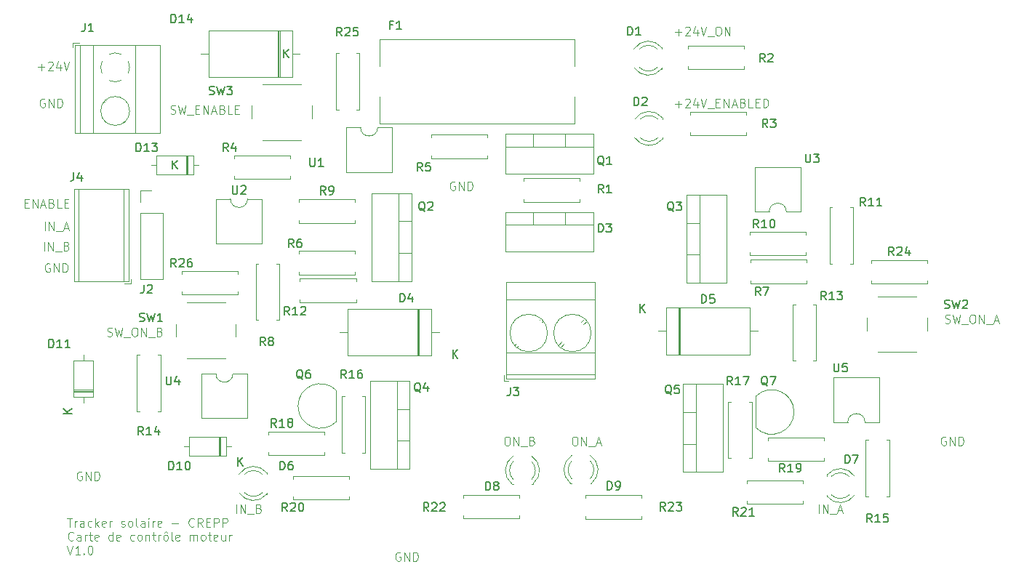
<source format=gbr>
%TF.GenerationSoftware,KiCad,Pcbnew,8.0.0*%
%TF.CreationDate,2024-03-17T18:16:09+01:00*%
%TF.ProjectId,Motor_Control,4d6f746f-725f-4436-9f6e-74726f6c2e6b,rev?*%
%TF.SameCoordinates,Original*%
%TF.FileFunction,Legend,Top*%
%TF.FilePolarity,Positive*%
%FSLAX46Y46*%
G04 Gerber Fmt 4.6, Leading zero omitted, Abs format (unit mm)*
G04 Created by KiCad (PCBNEW 8.0.0) date 2024-03-17 18:16:09*
%MOMM*%
%LPD*%
G01*
G04 APERTURE LIST*
%ADD10C,0.100000*%
%ADD11C,0.150000*%
%ADD12C,0.120000*%
G04 APERTURE END LIST*
D10*
X203948360Y-95900419D02*
X204138836Y-95900419D01*
X204138836Y-95900419D02*
X204234074Y-95948038D01*
X204234074Y-95948038D02*
X204329312Y-96043276D01*
X204329312Y-96043276D02*
X204376931Y-96233752D01*
X204376931Y-96233752D02*
X204376931Y-96567085D01*
X204376931Y-96567085D02*
X204329312Y-96757561D01*
X204329312Y-96757561D02*
X204234074Y-96852800D01*
X204234074Y-96852800D02*
X204138836Y-96900419D01*
X204138836Y-96900419D02*
X203948360Y-96900419D01*
X203948360Y-96900419D02*
X203853122Y-96852800D01*
X203853122Y-96852800D02*
X203757884Y-96757561D01*
X203757884Y-96757561D02*
X203710265Y-96567085D01*
X203710265Y-96567085D02*
X203710265Y-96233752D01*
X203710265Y-96233752D02*
X203757884Y-96043276D01*
X203757884Y-96043276D02*
X203853122Y-95948038D01*
X203853122Y-95948038D02*
X203948360Y-95900419D01*
X204805503Y-96900419D02*
X204805503Y-95900419D01*
X204805503Y-95900419D02*
X205376931Y-96900419D01*
X205376931Y-96900419D02*
X205376931Y-95900419D01*
X205615027Y-96995657D02*
X206376931Y-96995657D01*
X206948360Y-96376609D02*
X207091217Y-96424228D01*
X207091217Y-96424228D02*
X207138836Y-96471847D01*
X207138836Y-96471847D02*
X207186455Y-96567085D01*
X207186455Y-96567085D02*
X207186455Y-96709942D01*
X207186455Y-96709942D02*
X207138836Y-96805180D01*
X207138836Y-96805180D02*
X207091217Y-96852800D01*
X207091217Y-96852800D02*
X206995979Y-96900419D01*
X206995979Y-96900419D02*
X206615027Y-96900419D01*
X206615027Y-96900419D02*
X206615027Y-95900419D01*
X206615027Y-95900419D02*
X206948360Y-95900419D01*
X206948360Y-95900419D02*
X207043598Y-95948038D01*
X207043598Y-95948038D02*
X207091217Y-95995657D01*
X207091217Y-95995657D02*
X207138836Y-96090895D01*
X207138836Y-96090895D02*
X207138836Y-96186133D01*
X207138836Y-96186133D02*
X207091217Y-96281371D01*
X207091217Y-96281371D02*
X207043598Y-96328990D01*
X207043598Y-96328990D02*
X206948360Y-96376609D01*
X206948360Y-96376609D02*
X206615027Y-96376609D01*
X191581693Y-109410038D02*
X191486455Y-109362419D01*
X191486455Y-109362419D02*
X191343598Y-109362419D01*
X191343598Y-109362419D02*
X191200741Y-109410038D01*
X191200741Y-109410038D02*
X191105503Y-109505276D01*
X191105503Y-109505276D02*
X191057884Y-109600514D01*
X191057884Y-109600514D02*
X191010265Y-109790990D01*
X191010265Y-109790990D02*
X191010265Y-109933847D01*
X191010265Y-109933847D02*
X191057884Y-110124323D01*
X191057884Y-110124323D02*
X191105503Y-110219561D01*
X191105503Y-110219561D02*
X191200741Y-110314800D01*
X191200741Y-110314800D02*
X191343598Y-110362419D01*
X191343598Y-110362419D02*
X191438836Y-110362419D01*
X191438836Y-110362419D02*
X191581693Y-110314800D01*
X191581693Y-110314800D02*
X191629312Y-110267180D01*
X191629312Y-110267180D02*
X191629312Y-109933847D01*
X191629312Y-109933847D02*
X191438836Y-109933847D01*
X192057884Y-110362419D02*
X192057884Y-109362419D01*
X192057884Y-109362419D02*
X192629312Y-110362419D01*
X192629312Y-110362419D02*
X192629312Y-109362419D01*
X193105503Y-110362419D02*
X193105503Y-109362419D01*
X193105503Y-109362419D02*
X193343598Y-109362419D01*
X193343598Y-109362419D02*
X193486455Y-109410038D01*
X193486455Y-109410038D02*
X193581693Y-109505276D01*
X193581693Y-109505276D02*
X193629312Y-109600514D01*
X193629312Y-109600514D02*
X193676931Y-109790990D01*
X193676931Y-109790990D02*
X193676931Y-109933847D01*
X193676931Y-109933847D02*
X193629312Y-110124323D01*
X193629312Y-110124323D02*
X193581693Y-110219561D01*
X193581693Y-110219561D02*
X193486455Y-110314800D01*
X193486455Y-110314800D02*
X193343598Y-110362419D01*
X193343598Y-110362419D02*
X193105503Y-110362419D01*
X149401884Y-52831466D02*
X150163789Y-52831466D01*
X149782836Y-53212419D02*
X149782836Y-52450514D01*
X150592360Y-52307657D02*
X150639979Y-52260038D01*
X150639979Y-52260038D02*
X150735217Y-52212419D01*
X150735217Y-52212419D02*
X150973312Y-52212419D01*
X150973312Y-52212419D02*
X151068550Y-52260038D01*
X151068550Y-52260038D02*
X151116169Y-52307657D01*
X151116169Y-52307657D02*
X151163788Y-52402895D01*
X151163788Y-52402895D02*
X151163788Y-52498133D01*
X151163788Y-52498133D02*
X151116169Y-52640990D01*
X151116169Y-52640990D02*
X150544741Y-53212419D01*
X150544741Y-53212419D02*
X151163788Y-53212419D01*
X152020931Y-52545752D02*
X152020931Y-53212419D01*
X151782836Y-52164800D02*
X151544741Y-52879085D01*
X151544741Y-52879085D02*
X152163788Y-52879085D01*
X152401884Y-52212419D02*
X152735217Y-53212419D01*
X152735217Y-53212419D02*
X153068550Y-52212419D01*
X223569884Y-57149466D02*
X224331789Y-57149466D01*
X223950836Y-57530419D02*
X223950836Y-56768514D01*
X224760360Y-56625657D02*
X224807979Y-56578038D01*
X224807979Y-56578038D02*
X224903217Y-56530419D01*
X224903217Y-56530419D02*
X225141312Y-56530419D01*
X225141312Y-56530419D02*
X225236550Y-56578038D01*
X225236550Y-56578038D02*
X225284169Y-56625657D01*
X225284169Y-56625657D02*
X225331788Y-56720895D01*
X225331788Y-56720895D02*
X225331788Y-56816133D01*
X225331788Y-56816133D02*
X225284169Y-56958990D01*
X225284169Y-56958990D02*
X224712741Y-57530419D01*
X224712741Y-57530419D02*
X225331788Y-57530419D01*
X226188931Y-56863752D02*
X226188931Y-57530419D01*
X225950836Y-56482800D02*
X225712741Y-57197085D01*
X225712741Y-57197085D02*
X226331788Y-57197085D01*
X226569884Y-56530419D02*
X226903217Y-57530419D01*
X226903217Y-57530419D02*
X227236550Y-56530419D01*
X227331789Y-57625657D02*
X228093693Y-57625657D01*
X228331789Y-57006609D02*
X228665122Y-57006609D01*
X228807979Y-57530419D02*
X228331789Y-57530419D01*
X228331789Y-57530419D02*
X228331789Y-56530419D01*
X228331789Y-56530419D02*
X228807979Y-56530419D01*
X229236551Y-57530419D02*
X229236551Y-56530419D01*
X229236551Y-56530419D02*
X229807979Y-57530419D01*
X229807979Y-57530419D02*
X229807979Y-56530419D01*
X230236551Y-57244704D02*
X230712741Y-57244704D01*
X230141313Y-57530419D02*
X230474646Y-56530419D01*
X230474646Y-56530419D02*
X230807979Y-57530419D01*
X231474646Y-57006609D02*
X231617503Y-57054228D01*
X231617503Y-57054228D02*
X231665122Y-57101847D01*
X231665122Y-57101847D02*
X231712741Y-57197085D01*
X231712741Y-57197085D02*
X231712741Y-57339942D01*
X231712741Y-57339942D02*
X231665122Y-57435180D01*
X231665122Y-57435180D02*
X231617503Y-57482800D01*
X231617503Y-57482800D02*
X231522265Y-57530419D01*
X231522265Y-57530419D02*
X231141313Y-57530419D01*
X231141313Y-57530419D02*
X231141313Y-56530419D01*
X231141313Y-56530419D02*
X231474646Y-56530419D01*
X231474646Y-56530419D02*
X231569884Y-56578038D01*
X231569884Y-56578038D02*
X231617503Y-56625657D01*
X231617503Y-56625657D02*
X231665122Y-56720895D01*
X231665122Y-56720895D02*
X231665122Y-56816133D01*
X231665122Y-56816133D02*
X231617503Y-56911371D01*
X231617503Y-56911371D02*
X231569884Y-56958990D01*
X231569884Y-56958990D02*
X231474646Y-57006609D01*
X231474646Y-57006609D02*
X231141313Y-57006609D01*
X232617503Y-57530419D02*
X232141313Y-57530419D01*
X232141313Y-57530419D02*
X232141313Y-56530419D01*
X232950837Y-57006609D02*
X233284170Y-57006609D01*
X233427027Y-57530419D02*
X232950837Y-57530419D01*
X232950837Y-57530419D02*
X232950837Y-56530419D01*
X232950837Y-56530419D02*
X233427027Y-56530419D01*
X233855599Y-57530419D02*
X233855599Y-56530419D01*
X233855599Y-56530419D02*
X234093694Y-56530419D01*
X234093694Y-56530419D02*
X234236551Y-56578038D01*
X234236551Y-56578038D02*
X234331789Y-56673276D01*
X234331789Y-56673276D02*
X234379408Y-56768514D01*
X234379408Y-56768514D02*
X234427027Y-56958990D01*
X234427027Y-56958990D02*
X234427027Y-57101847D01*
X234427027Y-57101847D02*
X234379408Y-57292323D01*
X234379408Y-57292323D02*
X234331789Y-57387561D01*
X234331789Y-57387561D02*
X234236551Y-57482800D01*
X234236551Y-57482800D02*
X234093694Y-57530419D01*
X234093694Y-57530419D02*
X233855599Y-57530419D01*
X150179693Y-56578038D02*
X150084455Y-56530419D01*
X150084455Y-56530419D02*
X149941598Y-56530419D01*
X149941598Y-56530419D02*
X149798741Y-56578038D01*
X149798741Y-56578038D02*
X149703503Y-56673276D01*
X149703503Y-56673276D02*
X149655884Y-56768514D01*
X149655884Y-56768514D02*
X149608265Y-56958990D01*
X149608265Y-56958990D02*
X149608265Y-57101847D01*
X149608265Y-57101847D02*
X149655884Y-57292323D01*
X149655884Y-57292323D02*
X149703503Y-57387561D01*
X149703503Y-57387561D02*
X149798741Y-57482800D01*
X149798741Y-57482800D02*
X149941598Y-57530419D01*
X149941598Y-57530419D02*
X150036836Y-57530419D01*
X150036836Y-57530419D02*
X150179693Y-57482800D01*
X150179693Y-57482800D02*
X150227312Y-57435180D01*
X150227312Y-57435180D02*
X150227312Y-57101847D01*
X150227312Y-57101847D02*
X150036836Y-57101847D01*
X150655884Y-57530419D02*
X150655884Y-56530419D01*
X150655884Y-56530419D02*
X151227312Y-57530419D01*
X151227312Y-57530419D02*
X151227312Y-56530419D01*
X151703503Y-57530419D02*
X151703503Y-56530419D01*
X151703503Y-56530419D02*
X151941598Y-56530419D01*
X151941598Y-56530419D02*
X152084455Y-56578038D01*
X152084455Y-56578038D02*
X152179693Y-56673276D01*
X152179693Y-56673276D02*
X152227312Y-56768514D01*
X152227312Y-56768514D02*
X152274931Y-56958990D01*
X152274931Y-56958990D02*
X152274931Y-57101847D01*
X152274931Y-57101847D02*
X152227312Y-57292323D01*
X152227312Y-57292323D02*
X152179693Y-57387561D01*
X152179693Y-57387561D02*
X152084455Y-57482800D01*
X152084455Y-57482800D02*
X151941598Y-57530419D01*
X151941598Y-57530419D02*
X151703503Y-57530419D01*
X255081693Y-95948038D02*
X254986455Y-95900419D01*
X254986455Y-95900419D02*
X254843598Y-95900419D01*
X254843598Y-95900419D02*
X254700741Y-95948038D01*
X254700741Y-95948038D02*
X254605503Y-96043276D01*
X254605503Y-96043276D02*
X254557884Y-96138514D01*
X254557884Y-96138514D02*
X254510265Y-96328990D01*
X254510265Y-96328990D02*
X254510265Y-96471847D01*
X254510265Y-96471847D02*
X254557884Y-96662323D01*
X254557884Y-96662323D02*
X254605503Y-96757561D01*
X254605503Y-96757561D02*
X254700741Y-96852800D01*
X254700741Y-96852800D02*
X254843598Y-96900419D01*
X254843598Y-96900419D02*
X254938836Y-96900419D01*
X254938836Y-96900419D02*
X255081693Y-96852800D01*
X255081693Y-96852800D02*
X255129312Y-96805180D01*
X255129312Y-96805180D02*
X255129312Y-96471847D01*
X255129312Y-96471847D02*
X254938836Y-96471847D01*
X255557884Y-96900419D02*
X255557884Y-95900419D01*
X255557884Y-95900419D02*
X256129312Y-96900419D01*
X256129312Y-96900419D02*
X256129312Y-95900419D01*
X256605503Y-96900419D02*
X256605503Y-95900419D01*
X256605503Y-95900419D02*
X256843598Y-95900419D01*
X256843598Y-95900419D02*
X256986455Y-95948038D01*
X256986455Y-95948038D02*
X257081693Y-96043276D01*
X257081693Y-96043276D02*
X257129312Y-96138514D01*
X257129312Y-96138514D02*
X257176931Y-96328990D01*
X257176931Y-96328990D02*
X257176931Y-96471847D01*
X257176931Y-96471847D02*
X257129312Y-96662323D01*
X257129312Y-96662323D02*
X257081693Y-96757561D01*
X257081693Y-96757561D02*
X256986455Y-96852800D01*
X256986455Y-96852800D02*
X256843598Y-96900419D01*
X256843598Y-96900419D02*
X256605503Y-96900419D01*
X150202884Y-71889419D02*
X150202884Y-70889419D01*
X150679074Y-71889419D02*
X150679074Y-70889419D01*
X150679074Y-70889419D02*
X151250502Y-71889419D01*
X151250502Y-71889419D02*
X151250502Y-70889419D01*
X151488598Y-71984657D02*
X152250502Y-71984657D01*
X152440979Y-71603704D02*
X152917169Y-71603704D01*
X152345741Y-71889419D02*
X152679074Y-70889419D01*
X152679074Y-70889419D02*
X153012407Y-71889419D01*
X157482265Y-84152800D02*
X157625122Y-84200419D01*
X157625122Y-84200419D02*
X157863217Y-84200419D01*
X157863217Y-84200419D02*
X157958455Y-84152800D01*
X157958455Y-84152800D02*
X158006074Y-84105180D01*
X158006074Y-84105180D02*
X158053693Y-84009942D01*
X158053693Y-84009942D02*
X158053693Y-83914704D01*
X158053693Y-83914704D02*
X158006074Y-83819466D01*
X158006074Y-83819466D02*
X157958455Y-83771847D01*
X157958455Y-83771847D02*
X157863217Y-83724228D01*
X157863217Y-83724228D02*
X157672741Y-83676609D01*
X157672741Y-83676609D02*
X157577503Y-83628990D01*
X157577503Y-83628990D02*
X157529884Y-83581371D01*
X157529884Y-83581371D02*
X157482265Y-83486133D01*
X157482265Y-83486133D02*
X157482265Y-83390895D01*
X157482265Y-83390895D02*
X157529884Y-83295657D01*
X157529884Y-83295657D02*
X157577503Y-83248038D01*
X157577503Y-83248038D02*
X157672741Y-83200419D01*
X157672741Y-83200419D02*
X157910836Y-83200419D01*
X157910836Y-83200419D02*
X158053693Y-83248038D01*
X158387027Y-83200419D02*
X158625122Y-84200419D01*
X158625122Y-84200419D02*
X158815598Y-83486133D01*
X158815598Y-83486133D02*
X159006074Y-84200419D01*
X159006074Y-84200419D02*
X159244170Y-83200419D01*
X159387027Y-84295657D02*
X160148931Y-84295657D01*
X160577503Y-83200419D02*
X160767979Y-83200419D01*
X160767979Y-83200419D02*
X160863217Y-83248038D01*
X160863217Y-83248038D02*
X160958455Y-83343276D01*
X160958455Y-83343276D02*
X161006074Y-83533752D01*
X161006074Y-83533752D02*
X161006074Y-83867085D01*
X161006074Y-83867085D02*
X160958455Y-84057561D01*
X160958455Y-84057561D02*
X160863217Y-84152800D01*
X160863217Y-84152800D02*
X160767979Y-84200419D01*
X160767979Y-84200419D02*
X160577503Y-84200419D01*
X160577503Y-84200419D02*
X160482265Y-84152800D01*
X160482265Y-84152800D02*
X160387027Y-84057561D01*
X160387027Y-84057561D02*
X160339408Y-83867085D01*
X160339408Y-83867085D02*
X160339408Y-83533752D01*
X160339408Y-83533752D02*
X160387027Y-83343276D01*
X160387027Y-83343276D02*
X160482265Y-83248038D01*
X160482265Y-83248038D02*
X160577503Y-83200419D01*
X161434646Y-84200419D02*
X161434646Y-83200419D01*
X161434646Y-83200419D02*
X162006074Y-84200419D01*
X162006074Y-84200419D02*
X162006074Y-83200419D01*
X162244170Y-84295657D02*
X163006074Y-84295657D01*
X163577503Y-83676609D02*
X163720360Y-83724228D01*
X163720360Y-83724228D02*
X163767979Y-83771847D01*
X163767979Y-83771847D02*
X163815598Y-83867085D01*
X163815598Y-83867085D02*
X163815598Y-84009942D01*
X163815598Y-84009942D02*
X163767979Y-84105180D01*
X163767979Y-84105180D02*
X163720360Y-84152800D01*
X163720360Y-84152800D02*
X163625122Y-84200419D01*
X163625122Y-84200419D02*
X163244170Y-84200419D01*
X163244170Y-84200419D02*
X163244170Y-83200419D01*
X163244170Y-83200419D02*
X163577503Y-83200419D01*
X163577503Y-83200419D02*
X163672741Y-83248038D01*
X163672741Y-83248038D02*
X163720360Y-83295657D01*
X163720360Y-83295657D02*
X163767979Y-83390895D01*
X163767979Y-83390895D02*
X163767979Y-83486133D01*
X163767979Y-83486133D02*
X163720360Y-83581371D01*
X163720360Y-83581371D02*
X163672741Y-83628990D01*
X163672741Y-83628990D02*
X163577503Y-83676609D01*
X163577503Y-83676609D02*
X163244170Y-83676609D01*
X150776693Y-75762038D02*
X150681455Y-75714419D01*
X150681455Y-75714419D02*
X150538598Y-75714419D01*
X150538598Y-75714419D02*
X150395741Y-75762038D01*
X150395741Y-75762038D02*
X150300503Y-75857276D01*
X150300503Y-75857276D02*
X150252884Y-75952514D01*
X150252884Y-75952514D02*
X150205265Y-76142990D01*
X150205265Y-76142990D02*
X150205265Y-76285847D01*
X150205265Y-76285847D02*
X150252884Y-76476323D01*
X150252884Y-76476323D02*
X150300503Y-76571561D01*
X150300503Y-76571561D02*
X150395741Y-76666800D01*
X150395741Y-76666800D02*
X150538598Y-76714419D01*
X150538598Y-76714419D02*
X150633836Y-76714419D01*
X150633836Y-76714419D02*
X150776693Y-76666800D01*
X150776693Y-76666800D02*
X150824312Y-76619180D01*
X150824312Y-76619180D02*
X150824312Y-76285847D01*
X150824312Y-76285847D02*
X150633836Y-76285847D01*
X151252884Y-76714419D02*
X151252884Y-75714419D01*
X151252884Y-75714419D02*
X151824312Y-76714419D01*
X151824312Y-76714419D02*
X151824312Y-75714419D01*
X152300503Y-76714419D02*
X152300503Y-75714419D01*
X152300503Y-75714419D02*
X152538598Y-75714419D01*
X152538598Y-75714419D02*
X152681455Y-75762038D01*
X152681455Y-75762038D02*
X152776693Y-75857276D01*
X152776693Y-75857276D02*
X152824312Y-75952514D01*
X152824312Y-75952514D02*
X152871931Y-76142990D01*
X152871931Y-76142990D02*
X152871931Y-76285847D01*
X152871931Y-76285847D02*
X152824312Y-76476323D01*
X152824312Y-76476323D02*
X152776693Y-76571561D01*
X152776693Y-76571561D02*
X152681455Y-76666800D01*
X152681455Y-76666800D02*
X152538598Y-76714419D01*
X152538598Y-76714419D02*
X152300503Y-76714419D01*
X211822360Y-95900419D02*
X212012836Y-95900419D01*
X212012836Y-95900419D02*
X212108074Y-95948038D01*
X212108074Y-95948038D02*
X212203312Y-96043276D01*
X212203312Y-96043276D02*
X212250931Y-96233752D01*
X212250931Y-96233752D02*
X212250931Y-96567085D01*
X212250931Y-96567085D02*
X212203312Y-96757561D01*
X212203312Y-96757561D02*
X212108074Y-96852800D01*
X212108074Y-96852800D02*
X212012836Y-96900419D01*
X212012836Y-96900419D02*
X211822360Y-96900419D01*
X211822360Y-96900419D02*
X211727122Y-96852800D01*
X211727122Y-96852800D02*
X211631884Y-96757561D01*
X211631884Y-96757561D02*
X211584265Y-96567085D01*
X211584265Y-96567085D02*
X211584265Y-96233752D01*
X211584265Y-96233752D02*
X211631884Y-96043276D01*
X211631884Y-96043276D02*
X211727122Y-95948038D01*
X211727122Y-95948038D02*
X211822360Y-95900419D01*
X212679503Y-96900419D02*
X212679503Y-95900419D01*
X212679503Y-95900419D02*
X213250931Y-96900419D01*
X213250931Y-96900419D02*
X213250931Y-95900419D01*
X213489027Y-96995657D02*
X214250931Y-96995657D01*
X214441408Y-96614704D02*
X214917598Y-96614704D01*
X214346170Y-96900419D02*
X214679503Y-95900419D01*
X214679503Y-95900419D02*
X215012836Y-96900419D01*
X255018265Y-82628800D02*
X255161122Y-82676419D01*
X255161122Y-82676419D02*
X255399217Y-82676419D01*
X255399217Y-82676419D02*
X255494455Y-82628800D01*
X255494455Y-82628800D02*
X255542074Y-82581180D01*
X255542074Y-82581180D02*
X255589693Y-82485942D01*
X255589693Y-82485942D02*
X255589693Y-82390704D01*
X255589693Y-82390704D02*
X255542074Y-82295466D01*
X255542074Y-82295466D02*
X255494455Y-82247847D01*
X255494455Y-82247847D02*
X255399217Y-82200228D01*
X255399217Y-82200228D02*
X255208741Y-82152609D01*
X255208741Y-82152609D02*
X255113503Y-82104990D01*
X255113503Y-82104990D02*
X255065884Y-82057371D01*
X255065884Y-82057371D02*
X255018265Y-81962133D01*
X255018265Y-81962133D02*
X255018265Y-81866895D01*
X255018265Y-81866895D02*
X255065884Y-81771657D01*
X255065884Y-81771657D02*
X255113503Y-81724038D01*
X255113503Y-81724038D02*
X255208741Y-81676419D01*
X255208741Y-81676419D02*
X255446836Y-81676419D01*
X255446836Y-81676419D02*
X255589693Y-81724038D01*
X255923027Y-81676419D02*
X256161122Y-82676419D01*
X256161122Y-82676419D02*
X256351598Y-81962133D01*
X256351598Y-81962133D02*
X256542074Y-82676419D01*
X256542074Y-82676419D02*
X256780170Y-81676419D01*
X256923027Y-82771657D02*
X257684931Y-82771657D01*
X258113503Y-81676419D02*
X258303979Y-81676419D01*
X258303979Y-81676419D02*
X258399217Y-81724038D01*
X258399217Y-81724038D02*
X258494455Y-81819276D01*
X258494455Y-81819276D02*
X258542074Y-82009752D01*
X258542074Y-82009752D02*
X258542074Y-82343085D01*
X258542074Y-82343085D02*
X258494455Y-82533561D01*
X258494455Y-82533561D02*
X258399217Y-82628800D01*
X258399217Y-82628800D02*
X258303979Y-82676419D01*
X258303979Y-82676419D02*
X258113503Y-82676419D01*
X258113503Y-82676419D02*
X258018265Y-82628800D01*
X258018265Y-82628800D02*
X257923027Y-82533561D01*
X257923027Y-82533561D02*
X257875408Y-82343085D01*
X257875408Y-82343085D02*
X257875408Y-82009752D01*
X257875408Y-82009752D02*
X257923027Y-81819276D01*
X257923027Y-81819276D02*
X258018265Y-81724038D01*
X258018265Y-81724038D02*
X258113503Y-81676419D01*
X258970646Y-82676419D02*
X258970646Y-81676419D01*
X258970646Y-81676419D02*
X259542074Y-82676419D01*
X259542074Y-82676419D02*
X259542074Y-81676419D01*
X259780170Y-82771657D02*
X260542074Y-82771657D01*
X260732551Y-82390704D02*
X261208741Y-82390704D01*
X260637313Y-82676419D02*
X260970646Y-81676419D01*
X260970646Y-81676419D02*
X261303979Y-82676419D01*
X197931693Y-66230038D02*
X197836455Y-66182419D01*
X197836455Y-66182419D02*
X197693598Y-66182419D01*
X197693598Y-66182419D02*
X197550741Y-66230038D01*
X197550741Y-66230038D02*
X197455503Y-66325276D01*
X197455503Y-66325276D02*
X197407884Y-66420514D01*
X197407884Y-66420514D02*
X197360265Y-66610990D01*
X197360265Y-66610990D02*
X197360265Y-66753847D01*
X197360265Y-66753847D02*
X197407884Y-66944323D01*
X197407884Y-66944323D02*
X197455503Y-67039561D01*
X197455503Y-67039561D02*
X197550741Y-67134800D01*
X197550741Y-67134800D02*
X197693598Y-67182419D01*
X197693598Y-67182419D02*
X197788836Y-67182419D01*
X197788836Y-67182419D02*
X197931693Y-67134800D01*
X197931693Y-67134800D02*
X197979312Y-67087180D01*
X197979312Y-67087180D02*
X197979312Y-66753847D01*
X197979312Y-66753847D02*
X197788836Y-66753847D01*
X198407884Y-67182419D02*
X198407884Y-66182419D01*
X198407884Y-66182419D02*
X198979312Y-67182419D01*
X198979312Y-67182419D02*
X198979312Y-66182419D01*
X199455503Y-67182419D02*
X199455503Y-66182419D01*
X199455503Y-66182419D02*
X199693598Y-66182419D01*
X199693598Y-66182419D02*
X199836455Y-66230038D01*
X199836455Y-66230038D02*
X199931693Y-66325276D01*
X199931693Y-66325276D02*
X199979312Y-66420514D01*
X199979312Y-66420514D02*
X200026931Y-66610990D01*
X200026931Y-66610990D02*
X200026931Y-66753847D01*
X200026931Y-66753847D02*
X199979312Y-66944323D01*
X199979312Y-66944323D02*
X199931693Y-67039561D01*
X199931693Y-67039561D02*
X199836455Y-67134800D01*
X199836455Y-67134800D02*
X199693598Y-67182419D01*
X199693598Y-67182419D02*
X199455503Y-67182419D01*
X154497693Y-100012038D02*
X154402455Y-99964419D01*
X154402455Y-99964419D02*
X154259598Y-99964419D01*
X154259598Y-99964419D02*
X154116741Y-100012038D01*
X154116741Y-100012038D02*
X154021503Y-100107276D01*
X154021503Y-100107276D02*
X153973884Y-100202514D01*
X153973884Y-100202514D02*
X153926265Y-100392990D01*
X153926265Y-100392990D02*
X153926265Y-100535847D01*
X153926265Y-100535847D02*
X153973884Y-100726323D01*
X153973884Y-100726323D02*
X154021503Y-100821561D01*
X154021503Y-100821561D02*
X154116741Y-100916800D01*
X154116741Y-100916800D02*
X154259598Y-100964419D01*
X154259598Y-100964419D02*
X154354836Y-100964419D01*
X154354836Y-100964419D02*
X154497693Y-100916800D01*
X154497693Y-100916800D02*
X154545312Y-100869180D01*
X154545312Y-100869180D02*
X154545312Y-100535847D01*
X154545312Y-100535847D02*
X154354836Y-100535847D01*
X154973884Y-100964419D02*
X154973884Y-99964419D01*
X154973884Y-99964419D02*
X155545312Y-100964419D01*
X155545312Y-100964419D02*
X155545312Y-99964419D01*
X156021503Y-100964419D02*
X156021503Y-99964419D01*
X156021503Y-99964419D02*
X156259598Y-99964419D01*
X156259598Y-99964419D02*
X156402455Y-100012038D01*
X156402455Y-100012038D02*
X156497693Y-100107276D01*
X156497693Y-100107276D02*
X156545312Y-100202514D01*
X156545312Y-100202514D02*
X156592931Y-100392990D01*
X156592931Y-100392990D02*
X156592931Y-100535847D01*
X156592931Y-100535847D02*
X156545312Y-100726323D01*
X156545312Y-100726323D02*
X156497693Y-100821561D01*
X156497693Y-100821561D02*
X156402455Y-100916800D01*
X156402455Y-100916800D02*
X156259598Y-100964419D01*
X156259598Y-100964419D02*
X156021503Y-100964419D01*
X172515884Y-104774419D02*
X172515884Y-103774419D01*
X172992074Y-104774419D02*
X172992074Y-103774419D01*
X172992074Y-103774419D02*
X173563502Y-104774419D01*
X173563502Y-104774419D02*
X173563502Y-103774419D01*
X173801598Y-104869657D02*
X174563502Y-104869657D01*
X175134931Y-104250609D02*
X175277788Y-104298228D01*
X175277788Y-104298228D02*
X175325407Y-104345847D01*
X175325407Y-104345847D02*
X175373026Y-104441085D01*
X175373026Y-104441085D02*
X175373026Y-104583942D01*
X175373026Y-104583942D02*
X175325407Y-104679180D01*
X175325407Y-104679180D02*
X175277788Y-104726800D01*
X175277788Y-104726800D02*
X175182550Y-104774419D01*
X175182550Y-104774419D02*
X174801598Y-104774419D01*
X174801598Y-104774419D02*
X174801598Y-103774419D01*
X174801598Y-103774419D02*
X175134931Y-103774419D01*
X175134931Y-103774419D02*
X175230169Y-103822038D01*
X175230169Y-103822038D02*
X175277788Y-103869657D01*
X175277788Y-103869657D02*
X175325407Y-103964895D01*
X175325407Y-103964895D02*
X175325407Y-104060133D01*
X175325407Y-104060133D02*
X175277788Y-104155371D01*
X175277788Y-104155371D02*
X175230169Y-104202990D01*
X175230169Y-104202990D02*
X175134931Y-104250609D01*
X175134931Y-104250609D02*
X174801598Y-104250609D01*
X150127884Y-74214419D02*
X150127884Y-73214419D01*
X150604074Y-74214419D02*
X150604074Y-73214419D01*
X150604074Y-73214419D02*
X151175502Y-74214419D01*
X151175502Y-74214419D02*
X151175502Y-73214419D01*
X151413598Y-74309657D02*
X152175502Y-74309657D01*
X152746931Y-73690609D02*
X152889788Y-73738228D01*
X152889788Y-73738228D02*
X152937407Y-73785847D01*
X152937407Y-73785847D02*
X152985026Y-73881085D01*
X152985026Y-73881085D02*
X152985026Y-74023942D01*
X152985026Y-74023942D02*
X152937407Y-74119180D01*
X152937407Y-74119180D02*
X152889788Y-74166800D01*
X152889788Y-74166800D02*
X152794550Y-74214419D01*
X152794550Y-74214419D02*
X152413598Y-74214419D01*
X152413598Y-74214419D02*
X152413598Y-73214419D01*
X152413598Y-73214419D02*
X152746931Y-73214419D01*
X152746931Y-73214419D02*
X152842169Y-73262038D01*
X152842169Y-73262038D02*
X152889788Y-73309657D01*
X152889788Y-73309657D02*
X152937407Y-73404895D01*
X152937407Y-73404895D02*
X152937407Y-73500133D01*
X152937407Y-73500133D02*
X152889788Y-73595371D01*
X152889788Y-73595371D02*
X152842169Y-73642990D01*
X152842169Y-73642990D02*
X152746931Y-73690609D01*
X152746931Y-73690609D02*
X152413598Y-73690609D01*
X152815027Y-105380531D02*
X153386455Y-105380531D01*
X153100741Y-106380531D02*
X153100741Y-105380531D01*
X153719789Y-106380531D02*
X153719789Y-105713864D01*
X153719789Y-105904340D02*
X153767408Y-105809102D01*
X153767408Y-105809102D02*
X153815027Y-105761483D01*
X153815027Y-105761483D02*
X153910265Y-105713864D01*
X153910265Y-105713864D02*
X154005503Y-105713864D01*
X154767408Y-106380531D02*
X154767408Y-105856721D01*
X154767408Y-105856721D02*
X154719789Y-105761483D01*
X154719789Y-105761483D02*
X154624551Y-105713864D01*
X154624551Y-105713864D02*
X154434075Y-105713864D01*
X154434075Y-105713864D02*
X154338837Y-105761483D01*
X154767408Y-106332912D02*
X154672170Y-106380531D01*
X154672170Y-106380531D02*
X154434075Y-106380531D01*
X154434075Y-106380531D02*
X154338837Y-106332912D01*
X154338837Y-106332912D02*
X154291218Y-106237673D01*
X154291218Y-106237673D02*
X154291218Y-106142435D01*
X154291218Y-106142435D02*
X154338837Y-106047197D01*
X154338837Y-106047197D02*
X154434075Y-105999578D01*
X154434075Y-105999578D02*
X154672170Y-105999578D01*
X154672170Y-105999578D02*
X154767408Y-105951959D01*
X155672170Y-106332912D02*
X155576932Y-106380531D01*
X155576932Y-106380531D02*
X155386456Y-106380531D01*
X155386456Y-106380531D02*
X155291218Y-106332912D01*
X155291218Y-106332912D02*
X155243599Y-106285292D01*
X155243599Y-106285292D02*
X155195980Y-106190054D01*
X155195980Y-106190054D02*
X155195980Y-105904340D01*
X155195980Y-105904340D02*
X155243599Y-105809102D01*
X155243599Y-105809102D02*
X155291218Y-105761483D01*
X155291218Y-105761483D02*
X155386456Y-105713864D01*
X155386456Y-105713864D02*
X155576932Y-105713864D01*
X155576932Y-105713864D02*
X155672170Y-105761483D01*
X156100742Y-106380531D02*
X156100742Y-105380531D01*
X156195980Y-105999578D02*
X156481694Y-106380531D01*
X156481694Y-105713864D02*
X156100742Y-106094816D01*
X157291218Y-106332912D02*
X157195980Y-106380531D01*
X157195980Y-106380531D02*
X157005504Y-106380531D01*
X157005504Y-106380531D02*
X156910266Y-106332912D01*
X156910266Y-106332912D02*
X156862647Y-106237673D01*
X156862647Y-106237673D02*
X156862647Y-105856721D01*
X156862647Y-105856721D02*
X156910266Y-105761483D01*
X156910266Y-105761483D02*
X157005504Y-105713864D01*
X157005504Y-105713864D02*
X157195980Y-105713864D01*
X157195980Y-105713864D02*
X157291218Y-105761483D01*
X157291218Y-105761483D02*
X157338837Y-105856721D01*
X157338837Y-105856721D02*
X157338837Y-105951959D01*
X157338837Y-105951959D02*
X156862647Y-106047197D01*
X157767409Y-106380531D02*
X157767409Y-105713864D01*
X157767409Y-105904340D02*
X157815028Y-105809102D01*
X157815028Y-105809102D02*
X157862647Y-105761483D01*
X157862647Y-105761483D02*
X157957885Y-105713864D01*
X157957885Y-105713864D02*
X158053123Y-105713864D01*
X159100743Y-106332912D02*
X159195981Y-106380531D01*
X159195981Y-106380531D02*
X159386457Y-106380531D01*
X159386457Y-106380531D02*
X159481695Y-106332912D01*
X159481695Y-106332912D02*
X159529314Y-106237673D01*
X159529314Y-106237673D02*
X159529314Y-106190054D01*
X159529314Y-106190054D02*
X159481695Y-106094816D01*
X159481695Y-106094816D02*
X159386457Y-106047197D01*
X159386457Y-106047197D02*
X159243600Y-106047197D01*
X159243600Y-106047197D02*
X159148362Y-105999578D01*
X159148362Y-105999578D02*
X159100743Y-105904340D01*
X159100743Y-105904340D02*
X159100743Y-105856721D01*
X159100743Y-105856721D02*
X159148362Y-105761483D01*
X159148362Y-105761483D02*
X159243600Y-105713864D01*
X159243600Y-105713864D02*
X159386457Y-105713864D01*
X159386457Y-105713864D02*
X159481695Y-105761483D01*
X160100743Y-106380531D02*
X160005505Y-106332912D01*
X160005505Y-106332912D02*
X159957886Y-106285292D01*
X159957886Y-106285292D02*
X159910267Y-106190054D01*
X159910267Y-106190054D02*
X159910267Y-105904340D01*
X159910267Y-105904340D02*
X159957886Y-105809102D01*
X159957886Y-105809102D02*
X160005505Y-105761483D01*
X160005505Y-105761483D02*
X160100743Y-105713864D01*
X160100743Y-105713864D02*
X160243600Y-105713864D01*
X160243600Y-105713864D02*
X160338838Y-105761483D01*
X160338838Y-105761483D02*
X160386457Y-105809102D01*
X160386457Y-105809102D02*
X160434076Y-105904340D01*
X160434076Y-105904340D02*
X160434076Y-106190054D01*
X160434076Y-106190054D02*
X160386457Y-106285292D01*
X160386457Y-106285292D02*
X160338838Y-106332912D01*
X160338838Y-106332912D02*
X160243600Y-106380531D01*
X160243600Y-106380531D02*
X160100743Y-106380531D01*
X161005505Y-106380531D02*
X160910267Y-106332912D01*
X160910267Y-106332912D02*
X160862648Y-106237673D01*
X160862648Y-106237673D02*
X160862648Y-105380531D01*
X161815029Y-106380531D02*
X161815029Y-105856721D01*
X161815029Y-105856721D02*
X161767410Y-105761483D01*
X161767410Y-105761483D02*
X161672172Y-105713864D01*
X161672172Y-105713864D02*
X161481696Y-105713864D01*
X161481696Y-105713864D02*
X161386458Y-105761483D01*
X161815029Y-106332912D02*
X161719791Y-106380531D01*
X161719791Y-106380531D02*
X161481696Y-106380531D01*
X161481696Y-106380531D02*
X161386458Y-106332912D01*
X161386458Y-106332912D02*
X161338839Y-106237673D01*
X161338839Y-106237673D02*
X161338839Y-106142435D01*
X161338839Y-106142435D02*
X161386458Y-106047197D01*
X161386458Y-106047197D02*
X161481696Y-105999578D01*
X161481696Y-105999578D02*
X161719791Y-105999578D01*
X161719791Y-105999578D02*
X161815029Y-105951959D01*
X162291220Y-106380531D02*
X162291220Y-105713864D01*
X162291220Y-105380531D02*
X162243601Y-105428150D01*
X162243601Y-105428150D02*
X162291220Y-105475769D01*
X162291220Y-105475769D02*
X162338839Y-105428150D01*
X162338839Y-105428150D02*
X162291220Y-105380531D01*
X162291220Y-105380531D02*
X162291220Y-105475769D01*
X162767410Y-106380531D02*
X162767410Y-105713864D01*
X162767410Y-105904340D02*
X162815029Y-105809102D01*
X162815029Y-105809102D02*
X162862648Y-105761483D01*
X162862648Y-105761483D02*
X162957886Y-105713864D01*
X162957886Y-105713864D02*
X163053124Y-105713864D01*
X163767410Y-106332912D02*
X163672172Y-106380531D01*
X163672172Y-106380531D02*
X163481696Y-106380531D01*
X163481696Y-106380531D02*
X163386458Y-106332912D01*
X163386458Y-106332912D02*
X163338839Y-106237673D01*
X163338839Y-106237673D02*
X163338839Y-105856721D01*
X163338839Y-105856721D02*
X163386458Y-105761483D01*
X163386458Y-105761483D02*
X163481696Y-105713864D01*
X163481696Y-105713864D02*
X163672172Y-105713864D01*
X163672172Y-105713864D02*
X163767410Y-105761483D01*
X163767410Y-105761483D02*
X163815029Y-105856721D01*
X163815029Y-105856721D02*
X163815029Y-105951959D01*
X163815029Y-105951959D02*
X163338839Y-106047197D01*
X165005506Y-105999578D02*
X165767411Y-105999578D01*
X167576934Y-106285292D02*
X167529315Y-106332912D01*
X167529315Y-106332912D02*
X167386458Y-106380531D01*
X167386458Y-106380531D02*
X167291220Y-106380531D01*
X167291220Y-106380531D02*
X167148363Y-106332912D01*
X167148363Y-106332912D02*
X167053125Y-106237673D01*
X167053125Y-106237673D02*
X167005506Y-106142435D01*
X167005506Y-106142435D02*
X166957887Y-105951959D01*
X166957887Y-105951959D02*
X166957887Y-105809102D01*
X166957887Y-105809102D02*
X167005506Y-105618626D01*
X167005506Y-105618626D02*
X167053125Y-105523388D01*
X167053125Y-105523388D02*
X167148363Y-105428150D01*
X167148363Y-105428150D02*
X167291220Y-105380531D01*
X167291220Y-105380531D02*
X167386458Y-105380531D01*
X167386458Y-105380531D02*
X167529315Y-105428150D01*
X167529315Y-105428150D02*
X167576934Y-105475769D01*
X168576934Y-106380531D02*
X168243601Y-105904340D01*
X168005506Y-106380531D02*
X168005506Y-105380531D01*
X168005506Y-105380531D02*
X168386458Y-105380531D01*
X168386458Y-105380531D02*
X168481696Y-105428150D01*
X168481696Y-105428150D02*
X168529315Y-105475769D01*
X168529315Y-105475769D02*
X168576934Y-105571007D01*
X168576934Y-105571007D02*
X168576934Y-105713864D01*
X168576934Y-105713864D02*
X168529315Y-105809102D01*
X168529315Y-105809102D02*
X168481696Y-105856721D01*
X168481696Y-105856721D02*
X168386458Y-105904340D01*
X168386458Y-105904340D02*
X168005506Y-105904340D01*
X169005506Y-105856721D02*
X169338839Y-105856721D01*
X169481696Y-106380531D02*
X169005506Y-106380531D01*
X169005506Y-106380531D02*
X169005506Y-105380531D01*
X169005506Y-105380531D02*
X169481696Y-105380531D01*
X169910268Y-106380531D02*
X169910268Y-105380531D01*
X169910268Y-105380531D02*
X170291220Y-105380531D01*
X170291220Y-105380531D02*
X170386458Y-105428150D01*
X170386458Y-105428150D02*
X170434077Y-105475769D01*
X170434077Y-105475769D02*
X170481696Y-105571007D01*
X170481696Y-105571007D02*
X170481696Y-105713864D01*
X170481696Y-105713864D02*
X170434077Y-105809102D01*
X170434077Y-105809102D02*
X170386458Y-105856721D01*
X170386458Y-105856721D02*
X170291220Y-105904340D01*
X170291220Y-105904340D02*
X169910268Y-105904340D01*
X170910268Y-106380531D02*
X170910268Y-105380531D01*
X170910268Y-105380531D02*
X171291220Y-105380531D01*
X171291220Y-105380531D02*
X171386458Y-105428150D01*
X171386458Y-105428150D02*
X171434077Y-105475769D01*
X171434077Y-105475769D02*
X171481696Y-105571007D01*
X171481696Y-105571007D02*
X171481696Y-105713864D01*
X171481696Y-105713864D02*
X171434077Y-105809102D01*
X171434077Y-105809102D02*
X171386458Y-105856721D01*
X171386458Y-105856721D02*
X171291220Y-105904340D01*
X171291220Y-105904340D02*
X170910268Y-105904340D01*
X153529312Y-107895236D02*
X153481693Y-107942856D01*
X153481693Y-107942856D02*
X153338836Y-107990475D01*
X153338836Y-107990475D02*
X153243598Y-107990475D01*
X153243598Y-107990475D02*
X153100741Y-107942856D01*
X153100741Y-107942856D02*
X153005503Y-107847617D01*
X153005503Y-107847617D02*
X152957884Y-107752379D01*
X152957884Y-107752379D02*
X152910265Y-107561903D01*
X152910265Y-107561903D02*
X152910265Y-107419046D01*
X152910265Y-107419046D02*
X152957884Y-107228570D01*
X152957884Y-107228570D02*
X153005503Y-107133332D01*
X153005503Y-107133332D02*
X153100741Y-107038094D01*
X153100741Y-107038094D02*
X153243598Y-106990475D01*
X153243598Y-106990475D02*
X153338836Y-106990475D01*
X153338836Y-106990475D02*
X153481693Y-107038094D01*
X153481693Y-107038094D02*
X153529312Y-107085713D01*
X154386455Y-107990475D02*
X154386455Y-107466665D01*
X154386455Y-107466665D02*
X154338836Y-107371427D01*
X154338836Y-107371427D02*
X154243598Y-107323808D01*
X154243598Y-107323808D02*
X154053122Y-107323808D01*
X154053122Y-107323808D02*
X153957884Y-107371427D01*
X154386455Y-107942856D02*
X154291217Y-107990475D01*
X154291217Y-107990475D02*
X154053122Y-107990475D01*
X154053122Y-107990475D02*
X153957884Y-107942856D01*
X153957884Y-107942856D02*
X153910265Y-107847617D01*
X153910265Y-107847617D02*
X153910265Y-107752379D01*
X153910265Y-107752379D02*
X153957884Y-107657141D01*
X153957884Y-107657141D02*
X154053122Y-107609522D01*
X154053122Y-107609522D02*
X154291217Y-107609522D01*
X154291217Y-107609522D02*
X154386455Y-107561903D01*
X154862646Y-107990475D02*
X154862646Y-107323808D01*
X154862646Y-107514284D02*
X154910265Y-107419046D01*
X154910265Y-107419046D02*
X154957884Y-107371427D01*
X154957884Y-107371427D02*
X155053122Y-107323808D01*
X155053122Y-107323808D02*
X155148360Y-107323808D01*
X155338837Y-107323808D02*
X155719789Y-107323808D01*
X155481694Y-106990475D02*
X155481694Y-107847617D01*
X155481694Y-107847617D02*
X155529313Y-107942856D01*
X155529313Y-107942856D02*
X155624551Y-107990475D01*
X155624551Y-107990475D02*
X155719789Y-107990475D01*
X156434075Y-107942856D02*
X156338837Y-107990475D01*
X156338837Y-107990475D02*
X156148361Y-107990475D01*
X156148361Y-107990475D02*
X156053123Y-107942856D01*
X156053123Y-107942856D02*
X156005504Y-107847617D01*
X156005504Y-107847617D02*
X156005504Y-107466665D01*
X156005504Y-107466665D02*
X156053123Y-107371427D01*
X156053123Y-107371427D02*
X156148361Y-107323808D01*
X156148361Y-107323808D02*
X156338837Y-107323808D01*
X156338837Y-107323808D02*
X156434075Y-107371427D01*
X156434075Y-107371427D02*
X156481694Y-107466665D01*
X156481694Y-107466665D02*
X156481694Y-107561903D01*
X156481694Y-107561903D02*
X156005504Y-107657141D01*
X158100742Y-107990475D02*
X158100742Y-106990475D01*
X158100742Y-107942856D02*
X158005504Y-107990475D01*
X158005504Y-107990475D02*
X157815028Y-107990475D01*
X157815028Y-107990475D02*
X157719790Y-107942856D01*
X157719790Y-107942856D02*
X157672171Y-107895236D01*
X157672171Y-107895236D02*
X157624552Y-107799998D01*
X157624552Y-107799998D02*
X157624552Y-107514284D01*
X157624552Y-107514284D02*
X157672171Y-107419046D01*
X157672171Y-107419046D02*
X157719790Y-107371427D01*
X157719790Y-107371427D02*
X157815028Y-107323808D01*
X157815028Y-107323808D02*
X158005504Y-107323808D01*
X158005504Y-107323808D02*
X158100742Y-107371427D01*
X158957885Y-107942856D02*
X158862647Y-107990475D01*
X158862647Y-107990475D02*
X158672171Y-107990475D01*
X158672171Y-107990475D02*
X158576933Y-107942856D01*
X158576933Y-107942856D02*
X158529314Y-107847617D01*
X158529314Y-107847617D02*
X158529314Y-107466665D01*
X158529314Y-107466665D02*
X158576933Y-107371427D01*
X158576933Y-107371427D02*
X158672171Y-107323808D01*
X158672171Y-107323808D02*
X158862647Y-107323808D01*
X158862647Y-107323808D02*
X158957885Y-107371427D01*
X158957885Y-107371427D02*
X159005504Y-107466665D01*
X159005504Y-107466665D02*
X159005504Y-107561903D01*
X159005504Y-107561903D02*
X158529314Y-107657141D01*
X160624552Y-107942856D02*
X160529314Y-107990475D01*
X160529314Y-107990475D02*
X160338838Y-107990475D01*
X160338838Y-107990475D02*
X160243600Y-107942856D01*
X160243600Y-107942856D02*
X160195981Y-107895236D01*
X160195981Y-107895236D02*
X160148362Y-107799998D01*
X160148362Y-107799998D02*
X160148362Y-107514284D01*
X160148362Y-107514284D02*
X160195981Y-107419046D01*
X160195981Y-107419046D02*
X160243600Y-107371427D01*
X160243600Y-107371427D02*
X160338838Y-107323808D01*
X160338838Y-107323808D02*
X160529314Y-107323808D01*
X160529314Y-107323808D02*
X160624552Y-107371427D01*
X161195981Y-107990475D02*
X161100743Y-107942856D01*
X161100743Y-107942856D02*
X161053124Y-107895236D01*
X161053124Y-107895236D02*
X161005505Y-107799998D01*
X161005505Y-107799998D02*
X161005505Y-107514284D01*
X161005505Y-107514284D02*
X161053124Y-107419046D01*
X161053124Y-107419046D02*
X161100743Y-107371427D01*
X161100743Y-107371427D02*
X161195981Y-107323808D01*
X161195981Y-107323808D02*
X161338838Y-107323808D01*
X161338838Y-107323808D02*
X161434076Y-107371427D01*
X161434076Y-107371427D02*
X161481695Y-107419046D01*
X161481695Y-107419046D02*
X161529314Y-107514284D01*
X161529314Y-107514284D02*
X161529314Y-107799998D01*
X161529314Y-107799998D02*
X161481695Y-107895236D01*
X161481695Y-107895236D02*
X161434076Y-107942856D01*
X161434076Y-107942856D02*
X161338838Y-107990475D01*
X161338838Y-107990475D02*
X161195981Y-107990475D01*
X161957886Y-107323808D02*
X161957886Y-107990475D01*
X161957886Y-107419046D02*
X162005505Y-107371427D01*
X162005505Y-107371427D02*
X162100743Y-107323808D01*
X162100743Y-107323808D02*
X162243600Y-107323808D01*
X162243600Y-107323808D02*
X162338838Y-107371427D01*
X162338838Y-107371427D02*
X162386457Y-107466665D01*
X162386457Y-107466665D02*
X162386457Y-107990475D01*
X162719791Y-107323808D02*
X163100743Y-107323808D01*
X162862648Y-106990475D02*
X162862648Y-107847617D01*
X162862648Y-107847617D02*
X162910267Y-107942856D01*
X162910267Y-107942856D02*
X163005505Y-107990475D01*
X163005505Y-107990475D02*
X163100743Y-107990475D01*
X163434077Y-107990475D02*
X163434077Y-107323808D01*
X163434077Y-107514284D02*
X163481696Y-107419046D01*
X163481696Y-107419046D02*
X163529315Y-107371427D01*
X163529315Y-107371427D02*
X163624553Y-107323808D01*
X163624553Y-107323808D02*
X163719791Y-107323808D01*
X164195982Y-107990475D02*
X164100744Y-107942856D01*
X164100744Y-107942856D02*
X164053125Y-107895236D01*
X164053125Y-107895236D02*
X164005506Y-107799998D01*
X164005506Y-107799998D02*
X164005506Y-107514284D01*
X164005506Y-107514284D02*
X164053125Y-107419046D01*
X164053125Y-107419046D02*
X164100744Y-107371427D01*
X164100744Y-107371427D02*
X164195982Y-107323808D01*
X164195982Y-107323808D02*
X164338839Y-107323808D01*
X164338839Y-107323808D02*
X164434077Y-107371427D01*
X164434077Y-107371427D02*
X164481696Y-107419046D01*
X164481696Y-107419046D02*
X164529315Y-107514284D01*
X164529315Y-107514284D02*
X164529315Y-107799998D01*
X164529315Y-107799998D02*
X164481696Y-107895236D01*
X164481696Y-107895236D02*
X164434077Y-107942856D01*
X164434077Y-107942856D02*
X164338839Y-107990475D01*
X164338839Y-107990475D02*
X164195982Y-107990475D01*
X164100744Y-107085713D02*
X164291220Y-106942856D01*
X164291220Y-106942856D02*
X164481696Y-107085713D01*
X165100744Y-107990475D02*
X165005506Y-107942856D01*
X165005506Y-107942856D02*
X164957887Y-107847617D01*
X164957887Y-107847617D02*
X164957887Y-106990475D01*
X165862649Y-107942856D02*
X165767411Y-107990475D01*
X165767411Y-107990475D02*
X165576935Y-107990475D01*
X165576935Y-107990475D02*
X165481697Y-107942856D01*
X165481697Y-107942856D02*
X165434078Y-107847617D01*
X165434078Y-107847617D02*
X165434078Y-107466665D01*
X165434078Y-107466665D02*
X165481697Y-107371427D01*
X165481697Y-107371427D02*
X165576935Y-107323808D01*
X165576935Y-107323808D02*
X165767411Y-107323808D01*
X165767411Y-107323808D02*
X165862649Y-107371427D01*
X165862649Y-107371427D02*
X165910268Y-107466665D01*
X165910268Y-107466665D02*
X165910268Y-107561903D01*
X165910268Y-107561903D02*
X165434078Y-107657141D01*
X167100745Y-107990475D02*
X167100745Y-107323808D01*
X167100745Y-107419046D02*
X167148364Y-107371427D01*
X167148364Y-107371427D02*
X167243602Y-107323808D01*
X167243602Y-107323808D02*
X167386459Y-107323808D01*
X167386459Y-107323808D02*
X167481697Y-107371427D01*
X167481697Y-107371427D02*
X167529316Y-107466665D01*
X167529316Y-107466665D02*
X167529316Y-107990475D01*
X167529316Y-107466665D02*
X167576935Y-107371427D01*
X167576935Y-107371427D02*
X167672173Y-107323808D01*
X167672173Y-107323808D02*
X167815030Y-107323808D01*
X167815030Y-107323808D02*
X167910269Y-107371427D01*
X167910269Y-107371427D02*
X167957888Y-107466665D01*
X167957888Y-107466665D02*
X167957888Y-107990475D01*
X168576935Y-107990475D02*
X168481697Y-107942856D01*
X168481697Y-107942856D02*
X168434078Y-107895236D01*
X168434078Y-107895236D02*
X168386459Y-107799998D01*
X168386459Y-107799998D02*
X168386459Y-107514284D01*
X168386459Y-107514284D02*
X168434078Y-107419046D01*
X168434078Y-107419046D02*
X168481697Y-107371427D01*
X168481697Y-107371427D02*
X168576935Y-107323808D01*
X168576935Y-107323808D02*
X168719792Y-107323808D01*
X168719792Y-107323808D02*
X168815030Y-107371427D01*
X168815030Y-107371427D02*
X168862649Y-107419046D01*
X168862649Y-107419046D02*
X168910268Y-107514284D01*
X168910268Y-107514284D02*
X168910268Y-107799998D01*
X168910268Y-107799998D02*
X168862649Y-107895236D01*
X168862649Y-107895236D02*
X168815030Y-107942856D01*
X168815030Y-107942856D02*
X168719792Y-107990475D01*
X168719792Y-107990475D02*
X168576935Y-107990475D01*
X169195983Y-107323808D02*
X169576935Y-107323808D01*
X169338840Y-106990475D02*
X169338840Y-107847617D01*
X169338840Y-107847617D02*
X169386459Y-107942856D01*
X169386459Y-107942856D02*
X169481697Y-107990475D01*
X169481697Y-107990475D02*
X169576935Y-107990475D01*
X170291221Y-107942856D02*
X170195983Y-107990475D01*
X170195983Y-107990475D02*
X170005507Y-107990475D01*
X170005507Y-107990475D02*
X169910269Y-107942856D01*
X169910269Y-107942856D02*
X169862650Y-107847617D01*
X169862650Y-107847617D02*
X169862650Y-107466665D01*
X169862650Y-107466665D02*
X169910269Y-107371427D01*
X169910269Y-107371427D02*
X170005507Y-107323808D01*
X170005507Y-107323808D02*
X170195983Y-107323808D01*
X170195983Y-107323808D02*
X170291221Y-107371427D01*
X170291221Y-107371427D02*
X170338840Y-107466665D01*
X170338840Y-107466665D02*
X170338840Y-107561903D01*
X170338840Y-107561903D02*
X169862650Y-107657141D01*
X171195983Y-107323808D02*
X171195983Y-107990475D01*
X170767412Y-107323808D02*
X170767412Y-107847617D01*
X170767412Y-107847617D02*
X170815031Y-107942856D01*
X170815031Y-107942856D02*
X170910269Y-107990475D01*
X170910269Y-107990475D02*
X171053126Y-107990475D01*
X171053126Y-107990475D02*
X171148364Y-107942856D01*
X171148364Y-107942856D02*
X171195983Y-107895236D01*
X171672174Y-107990475D02*
X171672174Y-107323808D01*
X171672174Y-107514284D02*
X171719793Y-107419046D01*
X171719793Y-107419046D02*
X171767412Y-107371427D01*
X171767412Y-107371427D02*
X171862650Y-107323808D01*
X171862650Y-107323808D02*
X171957888Y-107323808D01*
X152815027Y-108600419D02*
X153148360Y-109600419D01*
X153148360Y-109600419D02*
X153481693Y-108600419D01*
X154338836Y-109600419D02*
X153767408Y-109600419D01*
X154053122Y-109600419D02*
X154053122Y-108600419D01*
X154053122Y-108600419D02*
X153957884Y-108743276D01*
X153957884Y-108743276D02*
X153862646Y-108838514D01*
X153862646Y-108838514D02*
X153767408Y-108886133D01*
X154767408Y-109505180D02*
X154815027Y-109552800D01*
X154815027Y-109552800D02*
X154767408Y-109600419D01*
X154767408Y-109600419D02*
X154719789Y-109552800D01*
X154719789Y-109552800D02*
X154767408Y-109505180D01*
X154767408Y-109505180D02*
X154767408Y-109600419D01*
X155434074Y-108600419D02*
X155529312Y-108600419D01*
X155529312Y-108600419D02*
X155624550Y-108648038D01*
X155624550Y-108648038D02*
X155672169Y-108695657D01*
X155672169Y-108695657D02*
X155719788Y-108790895D01*
X155719788Y-108790895D02*
X155767407Y-108981371D01*
X155767407Y-108981371D02*
X155767407Y-109219466D01*
X155767407Y-109219466D02*
X155719788Y-109409942D01*
X155719788Y-109409942D02*
X155672169Y-109505180D01*
X155672169Y-109505180D02*
X155624550Y-109552800D01*
X155624550Y-109552800D02*
X155529312Y-109600419D01*
X155529312Y-109600419D02*
X155434074Y-109600419D01*
X155434074Y-109600419D02*
X155338836Y-109552800D01*
X155338836Y-109552800D02*
X155291217Y-109505180D01*
X155291217Y-109505180D02*
X155243598Y-109409942D01*
X155243598Y-109409942D02*
X155195979Y-109219466D01*
X155195979Y-109219466D02*
X155195979Y-108981371D01*
X155195979Y-108981371D02*
X155243598Y-108790895D01*
X155243598Y-108790895D02*
X155291217Y-108695657D01*
X155291217Y-108695657D02*
X155338836Y-108648038D01*
X155338836Y-108648038D02*
X155434074Y-108600419D01*
X164848265Y-58244800D02*
X164991122Y-58292419D01*
X164991122Y-58292419D02*
X165229217Y-58292419D01*
X165229217Y-58292419D02*
X165324455Y-58244800D01*
X165324455Y-58244800D02*
X165372074Y-58197180D01*
X165372074Y-58197180D02*
X165419693Y-58101942D01*
X165419693Y-58101942D02*
X165419693Y-58006704D01*
X165419693Y-58006704D02*
X165372074Y-57911466D01*
X165372074Y-57911466D02*
X165324455Y-57863847D01*
X165324455Y-57863847D02*
X165229217Y-57816228D01*
X165229217Y-57816228D02*
X165038741Y-57768609D01*
X165038741Y-57768609D02*
X164943503Y-57720990D01*
X164943503Y-57720990D02*
X164895884Y-57673371D01*
X164895884Y-57673371D02*
X164848265Y-57578133D01*
X164848265Y-57578133D02*
X164848265Y-57482895D01*
X164848265Y-57482895D02*
X164895884Y-57387657D01*
X164895884Y-57387657D02*
X164943503Y-57340038D01*
X164943503Y-57340038D02*
X165038741Y-57292419D01*
X165038741Y-57292419D02*
X165276836Y-57292419D01*
X165276836Y-57292419D02*
X165419693Y-57340038D01*
X165753027Y-57292419D02*
X165991122Y-58292419D01*
X165991122Y-58292419D02*
X166181598Y-57578133D01*
X166181598Y-57578133D02*
X166372074Y-58292419D01*
X166372074Y-58292419D02*
X166610170Y-57292419D01*
X166753027Y-58387657D02*
X167514931Y-58387657D01*
X167753027Y-57768609D02*
X168086360Y-57768609D01*
X168229217Y-58292419D02*
X167753027Y-58292419D01*
X167753027Y-58292419D02*
X167753027Y-57292419D01*
X167753027Y-57292419D02*
X168229217Y-57292419D01*
X168657789Y-58292419D02*
X168657789Y-57292419D01*
X168657789Y-57292419D02*
X169229217Y-58292419D01*
X169229217Y-58292419D02*
X169229217Y-57292419D01*
X169657789Y-58006704D02*
X170133979Y-58006704D01*
X169562551Y-58292419D02*
X169895884Y-57292419D01*
X169895884Y-57292419D02*
X170229217Y-58292419D01*
X170895884Y-57768609D02*
X171038741Y-57816228D01*
X171038741Y-57816228D02*
X171086360Y-57863847D01*
X171086360Y-57863847D02*
X171133979Y-57959085D01*
X171133979Y-57959085D02*
X171133979Y-58101942D01*
X171133979Y-58101942D02*
X171086360Y-58197180D01*
X171086360Y-58197180D02*
X171038741Y-58244800D01*
X171038741Y-58244800D02*
X170943503Y-58292419D01*
X170943503Y-58292419D02*
X170562551Y-58292419D01*
X170562551Y-58292419D02*
X170562551Y-57292419D01*
X170562551Y-57292419D02*
X170895884Y-57292419D01*
X170895884Y-57292419D02*
X170991122Y-57340038D01*
X170991122Y-57340038D02*
X171038741Y-57387657D01*
X171038741Y-57387657D02*
X171086360Y-57482895D01*
X171086360Y-57482895D02*
X171086360Y-57578133D01*
X171086360Y-57578133D02*
X171038741Y-57673371D01*
X171038741Y-57673371D02*
X170991122Y-57720990D01*
X170991122Y-57720990D02*
X170895884Y-57768609D01*
X170895884Y-57768609D02*
X170562551Y-57768609D01*
X172038741Y-58292419D02*
X171562551Y-58292419D01*
X171562551Y-58292419D02*
X171562551Y-57292419D01*
X172372075Y-57768609D02*
X172705408Y-57768609D01*
X172848265Y-58292419D02*
X172372075Y-58292419D01*
X172372075Y-58292419D02*
X172372075Y-57292419D01*
X172372075Y-57292419D02*
X172848265Y-57292419D01*
X240333884Y-104774419D02*
X240333884Y-103774419D01*
X240810074Y-104774419D02*
X240810074Y-103774419D01*
X240810074Y-103774419D02*
X241381502Y-104774419D01*
X241381502Y-104774419D02*
X241381502Y-103774419D01*
X241619598Y-104869657D02*
X242381502Y-104869657D01*
X242571979Y-104488704D02*
X243048169Y-104488704D01*
X242476741Y-104774419D02*
X242810074Y-103774419D01*
X242810074Y-103774419D02*
X243143407Y-104774419D01*
X223569884Y-48767466D02*
X224331789Y-48767466D01*
X223950836Y-49148419D02*
X223950836Y-48386514D01*
X224760360Y-48243657D02*
X224807979Y-48196038D01*
X224807979Y-48196038D02*
X224903217Y-48148419D01*
X224903217Y-48148419D02*
X225141312Y-48148419D01*
X225141312Y-48148419D02*
X225236550Y-48196038D01*
X225236550Y-48196038D02*
X225284169Y-48243657D01*
X225284169Y-48243657D02*
X225331788Y-48338895D01*
X225331788Y-48338895D02*
X225331788Y-48434133D01*
X225331788Y-48434133D02*
X225284169Y-48576990D01*
X225284169Y-48576990D02*
X224712741Y-49148419D01*
X224712741Y-49148419D02*
X225331788Y-49148419D01*
X226188931Y-48481752D02*
X226188931Y-49148419D01*
X225950836Y-48100800D02*
X225712741Y-48815085D01*
X225712741Y-48815085D02*
X226331788Y-48815085D01*
X226569884Y-48148419D02*
X226903217Y-49148419D01*
X226903217Y-49148419D02*
X227236550Y-48148419D01*
X227331789Y-49243657D02*
X228093693Y-49243657D01*
X228522265Y-48148419D02*
X228712741Y-48148419D01*
X228712741Y-48148419D02*
X228807979Y-48196038D01*
X228807979Y-48196038D02*
X228903217Y-48291276D01*
X228903217Y-48291276D02*
X228950836Y-48481752D01*
X228950836Y-48481752D02*
X228950836Y-48815085D01*
X228950836Y-48815085D02*
X228903217Y-49005561D01*
X228903217Y-49005561D02*
X228807979Y-49100800D01*
X228807979Y-49100800D02*
X228712741Y-49148419D01*
X228712741Y-49148419D02*
X228522265Y-49148419D01*
X228522265Y-49148419D02*
X228427027Y-49100800D01*
X228427027Y-49100800D02*
X228331789Y-49005561D01*
X228331789Y-49005561D02*
X228284170Y-48815085D01*
X228284170Y-48815085D02*
X228284170Y-48481752D01*
X228284170Y-48481752D02*
X228331789Y-48291276D01*
X228331789Y-48291276D02*
X228427027Y-48196038D01*
X228427027Y-48196038D02*
X228522265Y-48148419D01*
X229379408Y-49148419D02*
X229379408Y-48148419D01*
X229379408Y-48148419D02*
X229950836Y-49148419D01*
X229950836Y-49148419D02*
X229950836Y-48148419D01*
X147877884Y-68690609D02*
X148211217Y-68690609D01*
X148354074Y-69214419D02*
X147877884Y-69214419D01*
X147877884Y-69214419D02*
X147877884Y-68214419D01*
X147877884Y-68214419D02*
X148354074Y-68214419D01*
X148782646Y-69214419D02*
X148782646Y-68214419D01*
X148782646Y-68214419D02*
X149354074Y-69214419D01*
X149354074Y-69214419D02*
X149354074Y-68214419D01*
X149782646Y-68928704D02*
X150258836Y-68928704D01*
X149687408Y-69214419D02*
X150020741Y-68214419D01*
X150020741Y-68214419D02*
X150354074Y-69214419D01*
X151020741Y-68690609D02*
X151163598Y-68738228D01*
X151163598Y-68738228D02*
X151211217Y-68785847D01*
X151211217Y-68785847D02*
X151258836Y-68881085D01*
X151258836Y-68881085D02*
X151258836Y-69023942D01*
X151258836Y-69023942D02*
X151211217Y-69119180D01*
X151211217Y-69119180D02*
X151163598Y-69166800D01*
X151163598Y-69166800D02*
X151068360Y-69214419D01*
X151068360Y-69214419D02*
X150687408Y-69214419D01*
X150687408Y-69214419D02*
X150687408Y-68214419D01*
X150687408Y-68214419D02*
X151020741Y-68214419D01*
X151020741Y-68214419D02*
X151115979Y-68262038D01*
X151115979Y-68262038D02*
X151163598Y-68309657D01*
X151163598Y-68309657D02*
X151211217Y-68404895D01*
X151211217Y-68404895D02*
X151211217Y-68500133D01*
X151211217Y-68500133D02*
X151163598Y-68595371D01*
X151163598Y-68595371D02*
X151115979Y-68642990D01*
X151115979Y-68642990D02*
X151020741Y-68690609D01*
X151020741Y-68690609D02*
X150687408Y-68690609D01*
X152163598Y-69214419D02*
X151687408Y-69214419D01*
X151687408Y-69214419D02*
X151687408Y-68214419D01*
X152496932Y-68690609D02*
X152830265Y-68690609D01*
X152973122Y-69214419D02*
X152496932Y-69214419D01*
X152496932Y-69214419D02*
X152496932Y-68214419D01*
X152496932Y-68214419D02*
X152973122Y-68214419D01*
D11*
X218053905Y-49128819D02*
X218053905Y-48128819D01*
X218053905Y-48128819D02*
X218292000Y-48128819D01*
X218292000Y-48128819D02*
X218434857Y-48176438D01*
X218434857Y-48176438D02*
X218530095Y-48271676D01*
X218530095Y-48271676D02*
X218577714Y-48366914D01*
X218577714Y-48366914D02*
X218625333Y-48557390D01*
X218625333Y-48557390D02*
X218625333Y-48700247D01*
X218625333Y-48700247D02*
X218577714Y-48890723D01*
X218577714Y-48890723D02*
X218530095Y-48985961D01*
X218530095Y-48985961D02*
X218434857Y-49081200D01*
X218434857Y-49081200D02*
X218292000Y-49128819D01*
X218292000Y-49128819D02*
X218053905Y-49128819D01*
X219577714Y-49128819D02*
X219006286Y-49128819D01*
X219292000Y-49128819D02*
X219292000Y-48128819D01*
X219292000Y-48128819D02*
X219196762Y-48271676D01*
X219196762Y-48271676D02*
X219101524Y-48366914D01*
X219101524Y-48366914D02*
X219006286Y-48414533D01*
X236339142Y-100022819D02*
X236005809Y-99546628D01*
X235767714Y-100022819D02*
X235767714Y-99022819D01*
X235767714Y-99022819D02*
X236148666Y-99022819D01*
X236148666Y-99022819D02*
X236243904Y-99070438D01*
X236243904Y-99070438D02*
X236291523Y-99118057D01*
X236291523Y-99118057D02*
X236339142Y-99213295D01*
X236339142Y-99213295D02*
X236339142Y-99356152D01*
X236339142Y-99356152D02*
X236291523Y-99451390D01*
X236291523Y-99451390D02*
X236243904Y-99499009D01*
X236243904Y-99499009D02*
X236148666Y-99546628D01*
X236148666Y-99546628D02*
X235767714Y-99546628D01*
X237291523Y-100022819D02*
X236720095Y-100022819D01*
X237005809Y-100022819D02*
X237005809Y-99022819D01*
X237005809Y-99022819D02*
X236910571Y-99165676D01*
X236910571Y-99165676D02*
X236815333Y-99260914D01*
X236815333Y-99260914D02*
X236720095Y-99308533D01*
X237767714Y-100022819D02*
X237958190Y-100022819D01*
X237958190Y-100022819D02*
X238053428Y-99975200D01*
X238053428Y-99975200D02*
X238101047Y-99927580D01*
X238101047Y-99927580D02*
X238196285Y-99784723D01*
X238196285Y-99784723D02*
X238243904Y-99594247D01*
X238243904Y-99594247D02*
X238243904Y-99213295D01*
X238243904Y-99213295D02*
X238196285Y-99118057D01*
X238196285Y-99118057D02*
X238148666Y-99070438D01*
X238148666Y-99070438D02*
X238053428Y-99022819D01*
X238053428Y-99022819D02*
X237862952Y-99022819D01*
X237862952Y-99022819D02*
X237767714Y-99070438D01*
X237767714Y-99070438D02*
X237720095Y-99118057D01*
X237720095Y-99118057D02*
X237672476Y-99213295D01*
X237672476Y-99213295D02*
X237672476Y-99451390D01*
X237672476Y-99451390D02*
X237720095Y-99546628D01*
X237720095Y-99546628D02*
X237767714Y-99594247D01*
X237767714Y-99594247D02*
X237862952Y-99641866D01*
X237862952Y-99641866D02*
X238053428Y-99641866D01*
X238053428Y-99641866D02*
X238148666Y-99594247D01*
X238148666Y-99594247D02*
X238196285Y-99546628D01*
X238196285Y-99546628D02*
X238243904Y-99451390D01*
X254952667Y-80925200D02*
X255095524Y-80972819D01*
X255095524Y-80972819D02*
X255333619Y-80972819D01*
X255333619Y-80972819D02*
X255428857Y-80925200D01*
X255428857Y-80925200D02*
X255476476Y-80877580D01*
X255476476Y-80877580D02*
X255524095Y-80782342D01*
X255524095Y-80782342D02*
X255524095Y-80687104D01*
X255524095Y-80687104D02*
X255476476Y-80591866D01*
X255476476Y-80591866D02*
X255428857Y-80544247D01*
X255428857Y-80544247D02*
X255333619Y-80496628D01*
X255333619Y-80496628D02*
X255143143Y-80449009D01*
X255143143Y-80449009D02*
X255047905Y-80401390D01*
X255047905Y-80401390D02*
X255000286Y-80353771D01*
X255000286Y-80353771D02*
X254952667Y-80258533D01*
X254952667Y-80258533D02*
X254952667Y-80163295D01*
X254952667Y-80163295D02*
X255000286Y-80068057D01*
X255000286Y-80068057D02*
X255047905Y-80020438D01*
X255047905Y-80020438D02*
X255143143Y-79972819D01*
X255143143Y-79972819D02*
X255381238Y-79972819D01*
X255381238Y-79972819D02*
X255524095Y-80020438D01*
X255857429Y-79972819D02*
X256095524Y-80972819D01*
X256095524Y-80972819D02*
X256286000Y-80258533D01*
X256286000Y-80258533D02*
X256476476Y-80972819D01*
X256476476Y-80972819D02*
X256714572Y-79972819D01*
X257047905Y-80068057D02*
X257095524Y-80020438D01*
X257095524Y-80020438D02*
X257190762Y-79972819D01*
X257190762Y-79972819D02*
X257428857Y-79972819D01*
X257428857Y-79972819D02*
X257524095Y-80020438D01*
X257524095Y-80020438D02*
X257571714Y-80068057D01*
X257571714Y-80068057D02*
X257619333Y-80163295D01*
X257619333Y-80163295D02*
X257619333Y-80258533D01*
X257619333Y-80258533D02*
X257571714Y-80401390D01*
X257571714Y-80401390D02*
X257000286Y-80972819D01*
X257000286Y-80972819D02*
X257619333Y-80972819D01*
X234342333Y-59890819D02*
X234009000Y-59414628D01*
X233770905Y-59890819D02*
X233770905Y-58890819D01*
X233770905Y-58890819D02*
X234151857Y-58890819D01*
X234151857Y-58890819D02*
X234247095Y-58938438D01*
X234247095Y-58938438D02*
X234294714Y-58986057D01*
X234294714Y-58986057D02*
X234342333Y-59081295D01*
X234342333Y-59081295D02*
X234342333Y-59224152D01*
X234342333Y-59224152D02*
X234294714Y-59319390D01*
X234294714Y-59319390D02*
X234247095Y-59367009D01*
X234247095Y-59367009D02*
X234151857Y-59414628D01*
X234151857Y-59414628D02*
X233770905Y-59414628D01*
X234675667Y-58890819D02*
X235294714Y-58890819D01*
X235294714Y-58890819D02*
X234961381Y-59271771D01*
X234961381Y-59271771D02*
X235104238Y-59271771D01*
X235104238Y-59271771D02*
X235199476Y-59319390D01*
X235199476Y-59319390D02*
X235247095Y-59367009D01*
X235247095Y-59367009D02*
X235294714Y-59462247D01*
X235294714Y-59462247D02*
X235294714Y-59700342D01*
X235294714Y-59700342D02*
X235247095Y-59795580D01*
X235247095Y-59795580D02*
X235199476Y-59843200D01*
X235199476Y-59843200D02*
X235104238Y-59890819D01*
X235104238Y-59890819D02*
X234818524Y-59890819D01*
X234818524Y-59890819D02*
X234723286Y-59843200D01*
X234723286Y-59843200D02*
X234675667Y-59795580D01*
X215296761Y-64304057D02*
X215201523Y-64256438D01*
X215201523Y-64256438D02*
X215106285Y-64161200D01*
X215106285Y-64161200D02*
X214963428Y-64018342D01*
X214963428Y-64018342D02*
X214868190Y-63970723D01*
X214868190Y-63970723D02*
X214772952Y-63970723D01*
X214820571Y-64208819D02*
X214725333Y-64161200D01*
X214725333Y-64161200D02*
X214630095Y-64065961D01*
X214630095Y-64065961D02*
X214582476Y-63875485D01*
X214582476Y-63875485D02*
X214582476Y-63542152D01*
X214582476Y-63542152D02*
X214630095Y-63351676D01*
X214630095Y-63351676D02*
X214725333Y-63256438D01*
X214725333Y-63256438D02*
X214820571Y-63208819D01*
X214820571Y-63208819D02*
X215011047Y-63208819D01*
X215011047Y-63208819D02*
X215106285Y-63256438D01*
X215106285Y-63256438D02*
X215201523Y-63351676D01*
X215201523Y-63351676D02*
X215249142Y-63542152D01*
X215249142Y-63542152D02*
X215249142Y-63875485D01*
X215249142Y-63875485D02*
X215201523Y-64065961D01*
X215201523Y-64065961D02*
X215106285Y-64161200D01*
X215106285Y-64161200D02*
X215011047Y-64208819D01*
X215011047Y-64208819D02*
X214820571Y-64208819D01*
X216201523Y-64208819D02*
X215630095Y-64208819D01*
X215915809Y-64208819D02*
X215915809Y-63208819D01*
X215915809Y-63208819D02*
X215820571Y-63351676D01*
X215820571Y-63351676D02*
X215725333Y-63446914D01*
X215725333Y-63446914D02*
X215630095Y-63494533D01*
X238760095Y-62954819D02*
X238760095Y-63764342D01*
X238760095Y-63764342D02*
X238807714Y-63859580D01*
X238807714Y-63859580D02*
X238855333Y-63907200D01*
X238855333Y-63907200D02*
X238950571Y-63954819D01*
X238950571Y-63954819D02*
X239141047Y-63954819D01*
X239141047Y-63954819D02*
X239236285Y-63907200D01*
X239236285Y-63907200D02*
X239283904Y-63859580D01*
X239283904Y-63859580D02*
X239331523Y-63764342D01*
X239331523Y-63764342D02*
X239331523Y-62954819D01*
X239712476Y-62954819D02*
X240331523Y-62954819D01*
X240331523Y-62954819D02*
X239998190Y-63335771D01*
X239998190Y-63335771D02*
X240141047Y-63335771D01*
X240141047Y-63335771D02*
X240236285Y-63383390D01*
X240236285Y-63383390D02*
X240283904Y-63431009D01*
X240283904Y-63431009D02*
X240331523Y-63526247D01*
X240331523Y-63526247D02*
X240331523Y-63764342D01*
X240331523Y-63764342D02*
X240283904Y-63859580D01*
X240283904Y-63859580D02*
X240236285Y-63907200D01*
X240236285Y-63907200D02*
X240141047Y-63954819D01*
X240141047Y-63954819D02*
X239855333Y-63954819D01*
X239855333Y-63954819D02*
X239760095Y-63907200D01*
X239760095Y-63907200D02*
X239712476Y-63859580D01*
X165473142Y-76146819D02*
X165139809Y-75670628D01*
X164901714Y-76146819D02*
X164901714Y-75146819D01*
X164901714Y-75146819D02*
X165282666Y-75146819D01*
X165282666Y-75146819D02*
X165377904Y-75194438D01*
X165377904Y-75194438D02*
X165425523Y-75242057D01*
X165425523Y-75242057D02*
X165473142Y-75337295D01*
X165473142Y-75337295D02*
X165473142Y-75480152D01*
X165473142Y-75480152D02*
X165425523Y-75575390D01*
X165425523Y-75575390D02*
X165377904Y-75623009D01*
X165377904Y-75623009D02*
X165282666Y-75670628D01*
X165282666Y-75670628D02*
X164901714Y-75670628D01*
X165854095Y-75242057D02*
X165901714Y-75194438D01*
X165901714Y-75194438D02*
X165996952Y-75146819D01*
X165996952Y-75146819D02*
X166235047Y-75146819D01*
X166235047Y-75146819D02*
X166330285Y-75194438D01*
X166330285Y-75194438D02*
X166377904Y-75242057D01*
X166377904Y-75242057D02*
X166425523Y-75337295D01*
X166425523Y-75337295D02*
X166425523Y-75432533D01*
X166425523Y-75432533D02*
X166377904Y-75575390D01*
X166377904Y-75575390D02*
X165806476Y-76146819D01*
X165806476Y-76146819D02*
X166425523Y-76146819D01*
X167282666Y-75146819D02*
X167092190Y-75146819D01*
X167092190Y-75146819D02*
X166996952Y-75194438D01*
X166996952Y-75194438D02*
X166949333Y-75242057D01*
X166949333Y-75242057D02*
X166854095Y-75384914D01*
X166854095Y-75384914D02*
X166806476Y-75575390D01*
X166806476Y-75575390D02*
X166806476Y-75956342D01*
X166806476Y-75956342D02*
X166854095Y-76051580D01*
X166854095Y-76051580D02*
X166901714Y-76099200D01*
X166901714Y-76099200D02*
X166996952Y-76146819D01*
X166996952Y-76146819D02*
X167187428Y-76146819D01*
X167187428Y-76146819D02*
X167282666Y-76099200D01*
X167282666Y-76099200D02*
X167330285Y-76051580D01*
X167330285Y-76051580D02*
X167377904Y-75956342D01*
X167377904Y-75956342D02*
X167377904Y-75718247D01*
X167377904Y-75718247D02*
X167330285Y-75623009D01*
X167330285Y-75623009D02*
X167282666Y-75575390D01*
X167282666Y-75575390D02*
X167187428Y-75527771D01*
X167187428Y-75527771D02*
X166996952Y-75527771D01*
X166996952Y-75527771D02*
X166901714Y-75575390D01*
X166901714Y-75575390D02*
X166854095Y-75623009D01*
X166854095Y-75623009D02*
X166806476Y-75718247D01*
X223424761Y-69638057D02*
X223329523Y-69590438D01*
X223329523Y-69590438D02*
X223234285Y-69495200D01*
X223234285Y-69495200D02*
X223091428Y-69352342D01*
X223091428Y-69352342D02*
X222996190Y-69304723D01*
X222996190Y-69304723D02*
X222900952Y-69304723D01*
X222948571Y-69542819D02*
X222853333Y-69495200D01*
X222853333Y-69495200D02*
X222758095Y-69399961D01*
X222758095Y-69399961D02*
X222710476Y-69209485D01*
X222710476Y-69209485D02*
X222710476Y-68876152D01*
X222710476Y-68876152D02*
X222758095Y-68685676D01*
X222758095Y-68685676D02*
X222853333Y-68590438D01*
X222853333Y-68590438D02*
X222948571Y-68542819D01*
X222948571Y-68542819D02*
X223139047Y-68542819D01*
X223139047Y-68542819D02*
X223234285Y-68590438D01*
X223234285Y-68590438D02*
X223329523Y-68685676D01*
X223329523Y-68685676D02*
X223377142Y-68876152D01*
X223377142Y-68876152D02*
X223377142Y-69209485D01*
X223377142Y-69209485D02*
X223329523Y-69399961D01*
X223329523Y-69399961D02*
X223234285Y-69495200D01*
X223234285Y-69495200D02*
X223139047Y-69542819D01*
X223139047Y-69542819D02*
X222948571Y-69542819D01*
X223710476Y-68542819D02*
X224329523Y-68542819D01*
X224329523Y-68542819D02*
X223996190Y-68923771D01*
X223996190Y-68923771D02*
X224139047Y-68923771D01*
X224139047Y-68923771D02*
X224234285Y-68971390D01*
X224234285Y-68971390D02*
X224281904Y-69019009D01*
X224281904Y-69019009D02*
X224329523Y-69114247D01*
X224329523Y-69114247D02*
X224329523Y-69352342D01*
X224329523Y-69352342D02*
X224281904Y-69447580D01*
X224281904Y-69447580D02*
X224234285Y-69495200D01*
X224234285Y-69495200D02*
X224139047Y-69542819D01*
X224139047Y-69542819D02*
X223853333Y-69542819D01*
X223853333Y-69542819D02*
X223758095Y-69495200D01*
X223758095Y-69495200D02*
X223710476Y-69447580D01*
X233291142Y-71574819D02*
X232957809Y-71098628D01*
X232719714Y-71574819D02*
X232719714Y-70574819D01*
X232719714Y-70574819D02*
X233100666Y-70574819D01*
X233100666Y-70574819D02*
X233195904Y-70622438D01*
X233195904Y-70622438D02*
X233243523Y-70670057D01*
X233243523Y-70670057D02*
X233291142Y-70765295D01*
X233291142Y-70765295D02*
X233291142Y-70908152D01*
X233291142Y-70908152D02*
X233243523Y-71003390D01*
X233243523Y-71003390D02*
X233195904Y-71051009D01*
X233195904Y-71051009D02*
X233100666Y-71098628D01*
X233100666Y-71098628D02*
X232719714Y-71098628D01*
X234243523Y-71574819D02*
X233672095Y-71574819D01*
X233957809Y-71574819D02*
X233957809Y-70574819D01*
X233957809Y-70574819D02*
X233862571Y-70717676D01*
X233862571Y-70717676D02*
X233767333Y-70812914D01*
X233767333Y-70812914D02*
X233672095Y-70860533D01*
X234862571Y-70574819D02*
X234957809Y-70574819D01*
X234957809Y-70574819D02*
X235053047Y-70622438D01*
X235053047Y-70622438D02*
X235100666Y-70670057D01*
X235100666Y-70670057D02*
X235148285Y-70765295D01*
X235148285Y-70765295D02*
X235195904Y-70955771D01*
X235195904Y-70955771D02*
X235195904Y-71193866D01*
X235195904Y-71193866D02*
X235148285Y-71384342D01*
X235148285Y-71384342D02*
X235100666Y-71479580D01*
X235100666Y-71479580D02*
X235053047Y-71527200D01*
X235053047Y-71527200D02*
X234957809Y-71574819D01*
X234957809Y-71574819D02*
X234862571Y-71574819D01*
X234862571Y-71574819D02*
X234767333Y-71527200D01*
X234767333Y-71527200D02*
X234719714Y-71479580D01*
X234719714Y-71479580D02*
X234672095Y-71384342D01*
X234672095Y-71384342D02*
X234624476Y-71193866D01*
X234624476Y-71193866D02*
X234624476Y-70955771D01*
X234624476Y-70955771D02*
X234672095Y-70765295D01*
X234672095Y-70765295D02*
X234719714Y-70670057D01*
X234719714Y-70670057D02*
X234767333Y-70622438D01*
X234767333Y-70622438D02*
X234862571Y-70574819D01*
X177569905Y-99768819D02*
X177569905Y-98768819D01*
X177569905Y-98768819D02*
X177808000Y-98768819D01*
X177808000Y-98768819D02*
X177950857Y-98816438D01*
X177950857Y-98816438D02*
X178046095Y-98911676D01*
X178046095Y-98911676D02*
X178093714Y-99006914D01*
X178093714Y-99006914D02*
X178141333Y-99197390D01*
X178141333Y-99197390D02*
X178141333Y-99340247D01*
X178141333Y-99340247D02*
X178093714Y-99530723D01*
X178093714Y-99530723D02*
X178046095Y-99625961D01*
X178046095Y-99625961D02*
X177950857Y-99721200D01*
X177950857Y-99721200D02*
X177808000Y-99768819D01*
X177808000Y-99768819D02*
X177569905Y-99768819D01*
X178998476Y-98768819D02*
X178808000Y-98768819D01*
X178808000Y-98768819D02*
X178712762Y-98816438D01*
X178712762Y-98816438D02*
X178665143Y-98864057D01*
X178665143Y-98864057D02*
X178569905Y-99006914D01*
X178569905Y-99006914D02*
X178522286Y-99197390D01*
X178522286Y-99197390D02*
X178522286Y-99578342D01*
X178522286Y-99578342D02*
X178569905Y-99673580D01*
X178569905Y-99673580D02*
X178617524Y-99721200D01*
X178617524Y-99721200D02*
X178712762Y-99768819D01*
X178712762Y-99768819D02*
X178903238Y-99768819D01*
X178903238Y-99768819D02*
X178998476Y-99721200D01*
X178998476Y-99721200D02*
X179046095Y-99673580D01*
X179046095Y-99673580D02*
X179093714Y-99578342D01*
X179093714Y-99578342D02*
X179093714Y-99340247D01*
X179093714Y-99340247D02*
X179046095Y-99245009D01*
X179046095Y-99245009D02*
X178998476Y-99197390D01*
X178998476Y-99197390D02*
X178903238Y-99149771D01*
X178903238Y-99149771D02*
X178712762Y-99149771D01*
X178712762Y-99149771D02*
X178617524Y-99197390D01*
X178617524Y-99197390D02*
X178569905Y-99245009D01*
X178569905Y-99245009D02*
X178522286Y-99340247D01*
X230886142Y-105141819D02*
X230552809Y-104665628D01*
X230314714Y-105141819D02*
X230314714Y-104141819D01*
X230314714Y-104141819D02*
X230695666Y-104141819D01*
X230695666Y-104141819D02*
X230790904Y-104189438D01*
X230790904Y-104189438D02*
X230838523Y-104237057D01*
X230838523Y-104237057D02*
X230886142Y-104332295D01*
X230886142Y-104332295D02*
X230886142Y-104475152D01*
X230886142Y-104475152D02*
X230838523Y-104570390D01*
X230838523Y-104570390D02*
X230790904Y-104618009D01*
X230790904Y-104618009D02*
X230695666Y-104665628D01*
X230695666Y-104665628D02*
X230314714Y-104665628D01*
X231267095Y-104237057D02*
X231314714Y-104189438D01*
X231314714Y-104189438D02*
X231409952Y-104141819D01*
X231409952Y-104141819D02*
X231648047Y-104141819D01*
X231648047Y-104141819D02*
X231743285Y-104189438D01*
X231743285Y-104189438D02*
X231790904Y-104237057D01*
X231790904Y-104237057D02*
X231838523Y-104332295D01*
X231838523Y-104332295D02*
X231838523Y-104427533D01*
X231838523Y-104427533D02*
X231790904Y-104570390D01*
X231790904Y-104570390D02*
X231219476Y-105141819D01*
X231219476Y-105141819D02*
X231838523Y-105141819D01*
X232790904Y-105141819D02*
X232219476Y-105141819D01*
X232505190Y-105141819D02*
X232505190Y-104141819D01*
X232505190Y-104141819D02*
X232409952Y-104284676D01*
X232409952Y-104284676D02*
X232314714Y-104379914D01*
X232314714Y-104379914D02*
X232219476Y-104427533D01*
X164338095Y-88862819D02*
X164338095Y-89672342D01*
X164338095Y-89672342D02*
X164385714Y-89767580D01*
X164385714Y-89767580D02*
X164433333Y-89815200D01*
X164433333Y-89815200D02*
X164528571Y-89862819D01*
X164528571Y-89862819D02*
X164719047Y-89862819D01*
X164719047Y-89862819D02*
X164814285Y-89815200D01*
X164814285Y-89815200D02*
X164861904Y-89767580D01*
X164861904Y-89767580D02*
X164909523Y-89672342D01*
X164909523Y-89672342D02*
X164909523Y-88862819D01*
X165814285Y-89196152D02*
X165814285Y-89862819D01*
X165576190Y-88815200D02*
X165338095Y-89529485D01*
X165338095Y-89529485D02*
X165957142Y-89529485D01*
X241165142Y-79956819D02*
X240831809Y-79480628D01*
X240593714Y-79956819D02*
X240593714Y-78956819D01*
X240593714Y-78956819D02*
X240974666Y-78956819D01*
X240974666Y-78956819D02*
X241069904Y-79004438D01*
X241069904Y-79004438D02*
X241117523Y-79052057D01*
X241117523Y-79052057D02*
X241165142Y-79147295D01*
X241165142Y-79147295D02*
X241165142Y-79290152D01*
X241165142Y-79290152D02*
X241117523Y-79385390D01*
X241117523Y-79385390D02*
X241069904Y-79433009D01*
X241069904Y-79433009D02*
X240974666Y-79480628D01*
X240974666Y-79480628D02*
X240593714Y-79480628D01*
X242117523Y-79956819D02*
X241546095Y-79956819D01*
X241831809Y-79956819D02*
X241831809Y-78956819D01*
X241831809Y-78956819D02*
X241736571Y-79099676D01*
X241736571Y-79099676D02*
X241641333Y-79194914D01*
X241641333Y-79194914D02*
X241546095Y-79242533D01*
X242450857Y-78956819D02*
X243069904Y-78956819D01*
X243069904Y-78956819D02*
X242736571Y-79337771D01*
X242736571Y-79337771D02*
X242879428Y-79337771D01*
X242879428Y-79337771D02*
X242974666Y-79385390D01*
X242974666Y-79385390D02*
X243022285Y-79433009D01*
X243022285Y-79433009D02*
X243069904Y-79528247D01*
X243069904Y-79528247D02*
X243069904Y-79766342D01*
X243069904Y-79766342D02*
X243022285Y-79861580D01*
X243022285Y-79861580D02*
X242974666Y-79909200D01*
X242974666Y-79909200D02*
X242879428Y-79956819D01*
X242879428Y-79956819D02*
X242593714Y-79956819D01*
X242593714Y-79956819D02*
X242498476Y-79909200D01*
X242498476Y-79909200D02*
X242450857Y-79861580D01*
X169354667Y-56033200D02*
X169497524Y-56080819D01*
X169497524Y-56080819D02*
X169735619Y-56080819D01*
X169735619Y-56080819D02*
X169830857Y-56033200D01*
X169830857Y-56033200D02*
X169878476Y-55985580D01*
X169878476Y-55985580D02*
X169926095Y-55890342D01*
X169926095Y-55890342D02*
X169926095Y-55795104D01*
X169926095Y-55795104D02*
X169878476Y-55699866D01*
X169878476Y-55699866D02*
X169830857Y-55652247D01*
X169830857Y-55652247D02*
X169735619Y-55604628D01*
X169735619Y-55604628D02*
X169545143Y-55557009D01*
X169545143Y-55557009D02*
X169449905Y-55509390D01*
X169449905Y-55509390D02*
X169402286Y-55461771D01*
X169402286Y-55461771D02*
X169354667Y-55366533D01*
X169354667Y-55366533D02*
X169354667Y-55271295D01*
X169354667Y-55271295D02*
X169402286Y-55176057D01*
X169402286Y-55176057D02*
X169449905Y-55128438D01*
X169449905Y-55128438D02*
X169545143Y-55080819D01*
X169545143Y-55080819D02*
X169783238Y-55080819D01*
X169783238Y-55080819D02*
X169926095Y-55128438D01*
X170259429Y-55080819D02*
X170497524Y-56080819D01*
X170497524Y-56080819D02*
X170688000Y-55366533D01*
X170688000Y-55366533D02*
X170878476Y-56080819D01*
X170878476Y-56080819D02*
X171116572Y-55080819D01*
X171402286Y-55080819D02*
X172021333Y-55080819D01*
X172021333Y-55080819D02*
X171688000Y-55461771D01*
X171688000Y-55461771D02*
X171830857Y-55461771D01*
X171830857Y-55461771D02*
X171926095Y-55509390D01*
X171926095Y-55509390D02*
X171973714Y-55557009D01*
X171973714Y-55557009D02*
X172021333Y-55652247D01*
X172021333Y-55652247D02*
X172021333Y-55890342D01*
X172021333Y-55890342D02*
X171973714Y-55985580D01*
X171973714Y-55985580D02*
X171926095Y-56033200D01*
X171926095Y-56033200D02*
X171830857Y-56080819D01*
X171830857Y-56080819D02*
X171545143Y-56080819D01*
X171545143Y-56080819D02*
X171449905Y-56033200D01*
X171449905Y-56033200D02*
X171402286Y-55985580D01*
X246499142Y-105864819D02*
X246165809Y-105388628D01*
X245927714Y-105864819D02*
X245927714Y-104864819D01*
X245927714Y-104864819D02*
X246308666Y-104864819D01*
X246308666Y-104864819D02*
X246403904Y-104912438D01*
X246403904Y-104912438D02*
X246451523Y-104960057D01*
X246451523Y-104960057D02*
X246499142Y-105055295D01*
X246499142Y-105055295D02*
X246499142Y-105198152D01*
X246499142Y-105198152D02*
X246451523Y-105293390D01*
X246451523Y-105293390D02*
X246403904Y-105341009D01*
X246403904Y-105341009D02*
X246308666Y-105388628D01*
X246308666Y-105388628D02*
X245927714Y-105388628D01*
X247451523Y-105864819D02*
X246880095Y-105864819D01*
X247165809Y-105864819D02*
X247165809Y-104864819D01*
X247165809Y-104864819D02*
X247070571Y-105007676D01*
X247070571Y-105007676D02*
X246975333Y-105102914D01*
X246975333Y-105102914D02*
X246880095Y-105150533D01*
X248356285Y-104864819D02*
X247880095Y-104864819D01*
X247880095Y-104864819D02*
X247832476Y-105341009D01*
X247832476Y-105341009D02*
X247880095Y-105293390D01*
X247880095Y-105293390D02*
X247975333Y-105245771D01*
X247975333Y-105245771D02*
X248213428Y-105245771D01*
X248213428Y-105245771D02*
X248308666Y-105293390D01*
X248308666Y-105293390D02*
X248356285Y-105341009D01*
X248356285Y-105341009D02*
X248403904Y-105436247D01*
X248403904Y-105436247D02*
X248403904Y-105674342D01*
X248403904Y-105674342D02*
X248356285Y-105769580D01*
X248356285Y-105769580D02*
X248308666Y-105817200D01*
X248308666Y-105817200D02*
X248213428Y-105864819D01*
X248213428Y-105864819D02*
X247975333Y-105864819D01*
X247975333Y-105864819D02*
X247880095Y-105817200D01*
X247880095Y-105817200D02*
X247832476Y-105769580D01*
X161663142Y-95704819D02*
X161329809Y-95228628D01*
X161091714Y-95704819D02*
X161091714Y-94704819D01*
X161091714Y-94704819D02*
X161472666Y-94704819D01*
X161472666Y-94704819D02*
X161567904Y-94752438D01*
X161567904Y-94752438D02*
X161615523Y-94800057D01*
X161615523Y-94800057D02*
X161663142Y-94895295D01*
X161663142Y-94895295D02*
X161663142Y-95038152D01*
X161663142Y-95038152D02*
X161615523Y-95133390D01*
X161615523Y-95133390D02*
X161567904Y-95181009D01*
X161567904Y-95181009D02*
X161472666Y-95228628D01*
X161472666Y-95228628D02*
X161091714Y-95228628D01*
X162615523Y-95704819D02*
X162044095Y-95704819D01*
X162329809Y-95704819D02*
X162329809Y-94704819D01*
X162329809Y-94704819D02*
X162234571Y-94847676D01*
X162234571Y-94847676D02*
X162139333Y-94942914D01*
X162139333Y-94942914D02*
X162044095Y-94990533D01*
X163472666Y-95038152D02*
X163472666Y-95704819D01*
X163234571Y-94657200D02*
X162996476Y-95371485D01*
X162996476Y-95371485D02*
X163615523Y-95371485D01*
X215225333Y-67510819D02*
X214892000Y-67034628D01*
X214653905Y-67510819D02*
X214653905Y-66510819D01*
X214653905Y-66510819D02*
X215034857Y-66510819D01*
X215034857Y-66510819D02*
X215130095Y-66558438D01*
X215130095Y-66558438D02*
X215177714Y-66606057D01*
X215177714Y-66606057D02*
X215225333Y-66701295D01*
X215225333Y-66701295D02*
X215225333Y-66844152D01*
X215225333Y-66844152D02*
X215177714Y-66939390D01*
X215177714Y-66939390D02*
X215130095Y-66987009D01*
X215130095Y-66987009D02*
X215034857Y-67034628D01*
X215034857Y-67034628D02*
X214653905Y-67034628D01*
X216177714Y-67510819D02*
X215606286Y-67510819D01*
X215892000Y-67510819D02*
X215892000Y-66510819D01*
X215892000Y-66510819D02*
X215796762Y-66653676D01*
X215796762Y-66653676D02*
X215701524Y-66748914D01*
X215701524Y-66748914D02*
X215606286Y-66796533D01*
X172048095Y-66649819D02*
X172048095Y-67459342D01*
X172048095Y-67459342D02*
X172095714Y-67554580D01*
X172095714Y-67554580D02*
X172143333Y-67602200D01*
X172143333Y-67602200D02*
X172238571Y-67649819D01*
X172238571Y-67649819D02*
X172429047Y-67649819D01*
X172429047Y-67649819D02*
X172524285Y-67602200D01*
X172524285Y-67602200D02*
X172571904Y-67554580D01*
X172571904Y-67554580D02*
X172619523Y-67459342D01*
X172619523Y-67459342D02*
X172619523Y-66649819D01*
X173048095Y-66745057D02*
X173095714Y-66697438D01*
X173095714Y-66697438D02*
X173190952Y-66649819D01*
X173190952Y-66649819D02*
X173429047Y-66649819D01*
X173429047Y-66649819D02*
X173524285Y-66697438D01*
X173524285Y-66697438D02*
X173571904Y-66745057D01*
X173571904Y-66745057D02*
X173619523Y-66840295D01*
X173619523Y-66840295D02*
X173619523Y-66935533D01*
X173619523Y-66935533D02*
X173571904Y-67078390D01*
X173571904Y-67078390D02*
X173000476Y-67649819D01*
X173000476Y-67649819D02*
X173619523Y-67649819D01*
X179157333Y-73860819D02*
X178824000Y-73384628D01*
X178585905Y-73860819D02*
X178585905Y-72860819D01*
X178585905Y-72860819D02*
X178966857Y-72860819D01*
X178966857Y-72860819D02*
X179062095Y-72908438D01*
X179062095Y-72908438D02*
X179109714Y-72956057D01*
X179109714Y-72956057D02*
X179157333Y-73051295D01*
X179157333Y-73051295D02*
X179157333Y-73194152D01*
X179157333Y-73194152D02*
X179109714Y-73289390D01*
X179109714Y-73289390D02*
X179062095Y-73337009D01*
X179062095Y-73337009D02*
X178966857Y-73384628D01*
X178966857Y-73384628D02*
X178585905Y-73384628D01*
X180014476Y-72860819D02*
X179824000Y-72860819D01*
X179824000Y-72860819D02*
X179728762Y-72908438D01*
X179728762Y-72908438D02*
X179681143Y-72956057D01*
X179681143Y-72956057D02*
X179585905Y-73098914D01*
X179585905Y-73098914D02*
X179538286Y-73289390D01*
X179538286Y-73289390D02*
X179538286Y-73670342D01*
X179538286Y-73670342D02*
X179585905Y-73765580D01*
X179585905Y-73765580D02*
X179633524Y-73813200D01*
X179633524Y-73813200D02*
X179728762Y-73860819D01*
X179728762Y-73860819D02*
X179919238Y-73860819D01*
X179919238Y-73860819D02*
X180014476Y-73813200D01*
X180014476Y-73813200D02*
X180062095Y-73765580D01*
X180062095Y-73765580D02*
X180109714Y-73670342D01*
X180109714Y-73670342D02*
X180109714Y-73432247D01*
X180109714Y-73432247D02*
X180062095Y-73337009D01*
X180062095Y-73337009D02*
X180014476Y-73289390D01*
X180014476Y-73289390D02*
X179919238Y-73241771D01*
X179919238Y-73241771D02*
X179728762Y-73241771D01*
X179728762Y-73241771D02*
X179633524Y-73289390D01*
X179633524Y-73289390D02*
X179585905Y-73337009D01*
X179585905Y-73337009D02*
X179538286Y-73432247D01*
X218784905Y-57350819D02*
X218784905Y-56350819D01*
X218784905Y-56350819D02*
X219023000Y-56350819D01*
X219023000Y-56350819D02*
X219165857Y-56398438D01*
X219165857Y-56398438D02*
X219261095Y-56493676D01*
X219261095Y-56493676D02*
X219308714Y-56588914D01*
X219308714Y-56588914D02*
X219356333Y-56779390D01*
X219356333Y-56779390D02*
X219356333Y-56922247D01*
X219356333Y-56922247D02*
X219308714Y-57112723D01*
X219308714Y-57112723D02*
X219261095Y-57207961D01*
X219261095Y-57207961D02*
X219165857Y-57303200D01*
X219165857Y-57303200D02*
X219023000Y-57350819D01*
X219023000Y-57350819D02*
X218784905Y-57350819D01*
X219737286Y-56446057D02*
X219784905Y-56398438D01*
X219784905Y-56398438D02*
X219880143Y-56350819D01*
X219880143Y-56350819D02*
X220118238Y-56350819D01*
X220118238Y-56350819D02*
X220213476Y-56398438D01*
X220213476Y-56398438D02*
X220261095Y-56446057D01*
X220261095Y-56446057D02*
X220308714Y-56541295D01*
X220308714Y-56541295D02*
X220308714Y-56636533D01*
X220308714Y-56636533D02*
X220261095Y-56779390D01*
X220261095Y-56779390D02*
X219689667Y-57350819D01*
X219689667Y-57350819D02*
X220308714Y-57350819D01*
X242062095Y-87338819D02*
X242062095Y-88148342D01*
X242062095Y-88148342D02*
X242109714Y-88243580D01*
X242109714Y-88243580D02*
X242157333Y-88291200D01*
X242157333Y-88291200D02*
X242252571Y-88338819D01*
X242252571Y-88338819D02*
X242443047Y-88338819D01*
X242443047Y-88338819D02*
X242538285Y-88291200D01*
X242538285Y-88291200D02*
X242585904Y-88243580D01*
X242585904Y-88243580D02*
X242633523Y-88148342D01*
X242633523Y-88148342D02*
X242633523Y-87338819D01*
X243585904Y-87338819D02*
X243109714Y-87338819D01*
X243109714Y-87338819D02*
X243062095Y-87815009D01*
X243062095Y-87815009D02*
X243109714Y-87767390D01*
X243109714Y-87767390D02*
X243204952Y-87719771D01*
X243204952Y-87719771D02*
X243443047Y-87719771D01*
X243443047Y-87719771D02*
X243538285Y-87767390D01*
X243538285Y-87767390D02*
X243585904Y-87815009D01*
X243585904Y-87815009D02*
X243633523Y-87910247D01*
X243633523Y-87910247D02*
X243633523Y-88148342D01*
X243633523Y-88148342D02*
X243585904Y-88243580D01*
X243585904Y-88243580D02*
X243538285Y-88291200D01*
X243538285Y-88291200D02*
X243443047Y-88338819D01*
X243443047Y-88338819D02*
X243204952Y-88338819D01*
X243204952Y-88338819D02*
X243109714Y-88291200D01*
X243109714Y-88291200D02*
X243062095Y-88243580D01*
X245737142Y-69034819D02*
X245403809Y-68558628D01*
X245165714Y-69034819D02*
X245165714Y-68034819D01*
X245165714Y-68034819D02*
X245546666Y-68034819D01*
X245546666Y-68034819D02*
X245641904Y-68082438D01*
X245641904Y-68082438D02*
X245689523Y-68130057D01*
X245689523Y-68130057D02*
X245737142Y-68225295D01*
X245737142Y-68225295D02*
X245737142Y-68368152D01*
X245737142Y-68368152D02*
X245689523Y-68463390D01*
X245689523Y-68463390D02*
X245641904Y-68511009D01*
X245641904Y-68511009D02*
X245546666Y-68558628D01*
X245546666Y-68558628D02*
X245165714Y-68558628D01*
X246689523Y-69034819D02*
X246118095Y-69034819D01*
X246403809Y-69034819D02*
X246403809Y-68034819D01*
X246403809Y-68034819D02*
X246308571Y-68177676D01*
X246308571Y-68177676D02*
X246213333Y-68272914D01*
X246213333Y-68272914D02*
X246118095Y-68320533D01*
X247641904Y-69034819D02*
X247070476Y-69034819D01*
X247356190Y-69034819D02*
X247356190Y-68034819D01*
X247356190Y-68034819D02*
X247260952Y-68177676D01*
X247260952Y-68177676D02*
X247165714Y-68272914D01*
X247165714Y-68272914D02*
X247070476Y-68320533D01*
X185285142Y-89100819D02*
X184951809Y-88624628D01*
X184713714Y-89100819D02*
X184713714Y-88100819D01*
X184713714Y-88100819D02*
X185094666Y-88100819D01*
X185094666Y-88100819D02*
X185189904Y-88148438D01*
X185189904Y-88148438D02*
X185237523Y-88196057D01*
X185237523Y-88196057D02*
X185285142Y-88291295D01*
X185285142Y-88291295D02*
X185285142Y-88434152D01*
X185285142Y-88434152D02*
X185237523Y-88529390D01*
X185237523Y-88529390D02*
X185189904Y-88577009D01*
X185189904Y-88577009D02*
X185094666Y-88624628D01*
X185094666Y-88624628D02*
X184713714Y-88624628D01*
X186237523Y-89100819D02*
X185666095Y-89100819D01*
X185951809Y-89100819D02*
X185951809Y-88100819D01*
X185951809Y-88100819D02*
X185856571Y-88243676D01*
X185856571Y-88243676D02*
X185761333Y-88338914D01*
X185761333Y-88338914D02*
X185666095Y-88386533D01*
X187094666Y-88100819D02*
X186904190Y-88100819D01*
X186904190Y-88100819D02*
X186808952Y-88148438D01*
X186808952Y-88148438D02*
X186761333Y-88196057D01*
X186761333Y-88196057D02*
X186666095Y-88338914D01*
X186666095Y-88338914D02*
X186618476Y-88529390D01*
X186618476Y-88529390D02*
X186618476Y-88910342D01*
X186618476Y-88910342D02*
X186666095Y-89005580D01*
X186666095Y-89005580D02*
X186713714Y-89053200D01*
X186713714Y-89053200D02*
X186808952Y-89100819D01*
X186808952Y-89100819D02*
X186999428Y-89100819D01*
X186999428Y-89100819D02*
X187094666Y-89053200D01*
X187094666Y-89053200D02*
X187142285Y-89005580D01*
X187142285Y-89005580D02*
X187189904Y-88910342D01*
X187189904Y-88910342D02*
X187189904Y-88672247D01*
X187189904Y-88672247D02*
X187142285Y-88577009D01*
X187142285Y-88577009D02*
X187094666Y-88529390D01*
X187094666Y-88529390D02*
X186999428Y-88481771D01*
X186999428Y-88481771D02*
X186808952Y-88481771D01*
X186808952Y-88481771D02*
X186713714Y-88529390D01*
X186713714Y-88529390D02*
X186666095Y-88577009D01*
X186666095Y-88577009D02*
X186618476Y-88672247D01*
X226654905Y-80335819D02*
X226654905Y-79335819D01*
X226654905Y-79335819D02*
X226893000Y-79335819D01*
X226893000Y-79335819D02*
X227035857Y-79383438D01*
X227035857Y-79383438D02*
X227131095Y-79478676D01*
X227131095Y-79478676D02*
X227178714Y-79573914D01*
X227178714Y-79573914D02*
X227226333Y-79764390D01*
X227226333Y-79764390D02*
X227226333Y-79907247D01*
X227226333Y-79907247D02*
X227178714Y-80097723D01*
X227178714Y-80097723D02*
X227131095Y-80192961D01*
X227131095Y-80192961D02*
X227035857Y-80288200D01*
X227035857Y-80288200D02*
X226893000Y-80335819D01*
X226893000Y-80335819D02*
X226654905Y-80335819D01*
X228131095Y-79335819D02*
X227654905Y-79335819D01*
X227654905Y-79335819D02*
X227607286Y-79812009D01*
X227607286Y-79812009D02*
X227654905Y-79764390D01*
X227654905Y-79764390D02*
X227750143Y-79716771D01*
X227750143Y-79716771D02*
X227988238Y-79716771D01*
X227988238Y-79716771D02*
X228083476Y-79764390D01*
X228083476Y-79764390D02*
X228131095Y-79812009D01*
X228131095Y-79812009D02*
X228178714Y-79907247D01*
X228178714Y-79907247D02*
X228178714Y-80145342D01*
X228178714Y-80145342D02*
X228131095Y-80240580D01*
X228131095Y-80240580D02*
X228083476Y-80288200D01*
X228083476Y-80288200D02*
X227988238Y-80335819D01*
X227988238Y-80335819D02*
X227750143Y-80335819D01*
X227750143Y-80335819D02*
X227654905Y-80288200D01*
X227654905Y-80288200D02*
X227607286Y-80240580D01*
X219511095Y-81455819D02*
X219511095Y-80455819D01*
X220082523Y-81455819D02*
X219653952Y-80884390D01*
X220082523Y-80455819D02*
X219511095Y-81027247D01*
X223170761Y-90974057D02*
X223075523Y-90926438D01*
X223075523Y-90926438D02*
X222980285Y-90831200D01*
X222980285Y-90831200D02*
X222837428Y-90688342D01*
X222837428Y-90688342D02*
X222742190Y-90640723D01*
X222742190Y-90640723D02*
X222646952Y-90640723D01*
X222694571Y-90878819D02*
X222599333Y-90831200D01*
X222599333Y-90831200D02*
X222504095Y-90735961D01*
X222504095Y-90735961D02*
X222456476Y-90545485D01*
X222456476Y-90545485D02*
X222456476Y-90212152D01*
X222456476Y-90212152D02*
X222504095Y-90021676D01*
X222504095Y-90021676D02*
X222599333Y-89926438D01*
X222599333Y-89926438D02*
X222694571Y-89878819D01*
X222694571Y-89878819D02*
X222885047Y-89878819D01*
X222885047Y-89878819D02*
X222980285Y-89926438D01*
X222980285Y-89926438D02*
X223075523Y-90021676D01*
X223075523Y-90021676D02*
X223123142Y-90212152D01*
X223123142Y-90212152D02*
X223123142Y-90545485D01*
X223123142Y-90545485D02*
X223075523Y-90735961D01*
X223075523Y-90735961D02*
X222980285Y-90831200D01*
X222980285Y-90831200D02*
X222885047Y-90878819D01*
X222885047Y-90878819D02*
X222694571Y-90878819D01*
X224027904Y-89878819D02*
X223551714Y-89878819D01*
X223551714Y-89878819D02*
X223504095Y-90355009D01*
X223504095Y-90355009D02*
X223551714Y-90307390D01*
X223551714Y-90307390D02*
X223646952Y-90259771D01*
X223646952Y-90259771D02*
X223885047Y-90259771D01*
X223885047Y-90259771D02*
X223980285Y-90307390D01*
X223980285Y-90307390D02*
X224027904Y-90355009D01*
X224027904Y-90355009D02*
X224075523Y-90450247D01*
X224075523Y-90450247D02*
X224075523Y-90688342D01*
X224075523Y-90688342D02*
X224027904Y-90783580D01*
X224027904Y-90783580D02*
X223980285Y-90831200D01*
X223980285Y-90831200D02*
X223885047Y-90878819D01*
X223885047Y-90878819D02*
X223646952Y-90878819D01*
X223646952Y-90878819D02*
X223551714Y-90831200D01*
X223551714Y-90831200D02*
X223504095Y-90783580D01*
X234346761Y-89958057D02*
X234251523Y-89910438D01*
X234251523Y-89910438D02*
X234156285Y-89815200D01*
X234156285Y-89815200D02*
X234013428Y-89672342D01*
X234013428Y-89672342D02*
X233918190Y-89624723D01*
X233918190Y-89624723D02*
X233822952Y-89624723D01*
X233870571Y-89862819D02*
X233775333Y-89815200D01*
X233775333Y-89815200D02*
X233680095Y-89719961D01*
X233680095Y-89719961D02*
X233632476Y-89529485D01*
X233632476Y-89529485D02*
X233632476Y-89196152D01*
X233632476Y-89196152D02*
X233680095Y-89005676D01*
X233680095Y-89005676D02*
X233775333Y-88910438D01*
X233775333Y-88910438D02*
X233870571Y-88862819D01*
X233870571Y-88862819D02*
X234061047Y-88862819D01*
X234061047Y-88862819D02*
X234156285Y-88910438D01*
X234156285Y-88910438D02*
X234251523Y-89005676D01*
X234251523Y-89005676D02*
X234299142Y-89196152D01*
X234299142Y-89196152D02*
X234299142Y-89529485D01*
X234299142Y-89529485D02*
X234251523Y-89719961D01*
X234251523Y-89719961D02*
X234156285Y-89815200D01*
X234156285Y-89815200D02*
X234061047Y-89862819D01*
X234061047Y-89862819D02*
X233870571Y-89862819D01*
X234632476Y-88862819D02*
X235299142Y-88862819D01*
X235299142Y-88862819D02*
X234870571Y-89862819D01*
X177157142Y-94784819D02*
X176823809Y-94308628D01*
X176585714Y-94784819D02*
X176585714Y-93784819D01*
X176585714Y-93784819D02*
X176966666Y-93784819D01*
X176966666Y-93784819D02*
X177061904Y-93832438D01*
X177061904Y-93832438D02*
X177109523Y-93880057D01*
X177109523Y-93880057D02*
X177157142Y-93975295D01*
X177157142Y-93975295D02*
X177157142Y-94118152D01*
X177157142Y-94118152D02*
X177109523Y-94213390D01*
X177109523Y-94213390D02*
X177061904Y-94261009D01*
X177061904Y-94261009D02*
X176966666Y-94308628D01*
X176966666Y-94308628D02*
X176585714Y-94308628D01*
X178109523Y-94784819D02*
X177538095Y-94784819D01*
X177823809Y-94784819D02*
X177823809Y-93784819D01*
X177823809Y-93784819D02*
X177728571Y-93927676D01*
X177728571Y-93927676D02*
X177633333Y-94022914D01*
X177633333Y-94022914D02*
X177538095Y-94070533D01*
X178680952Y-94213390D02*
X178585714Y-94165771D01*
X178585714Y-94165771D02*
X178538095Y-94118152D01*
X178538095Y-94118152D02*
X178490476Y-94022914D01*
X178490476Y-94022914D02*
X178490476Y-93975295D01*
X178490476Y-93975295D02*
X178538095Y-93880057D01*
X178538095Y-93880057D02*
X178585714Y-93832438D01*
X178585714Y-93832438D02*
X178680952Y-93784819D01*
X178680952Y-93784819D02*
X178871428Y-93784819D01*
X178871428Y-93784819D02*
X178966666Y-93832438D01*
X178966666Y-93832438D02*
X179014285Y-93880057D01*
X179014285Y-93880057D02*
X179061904Y-93975295D01*
X179061904Y-93975295D02*
X179061904Y-94022914D01*
X179061904Y-94022914D02*
X179014285Y-94118152D01*
X179014285Y-94118152D02*
X178966666Y-94165771D01*
X178966666Y-94165771D02*
X178871428Y-94213390D01*
X178871428Y-94213390D02*
X178680952Y-94213390D01*
X178680952Y-94213390D02*
X178585714Y-94261009D01*
X178585714Y-94261009D02*
X178538095Y-94308628D01*
X178538095Y-94308628D02*
X178490476Y-94403866D01*
X178490476Y-94403866D02*
X178490476Y-94594342D01*
X178490476Y-94594342D02*
X178538095Y-94689580D01*
X178538095Y-94689580D02*
X178585714Y-94737200D01*
X178585714Y-94737200D02*
X178680952Y-94784819D01*
X178680952Y-94784819D02*
X178871428Y-94784819D01*
X178871428Y-94784819D02*
X178966666Y-94737200D01*
X178966666Y-94737200D02*
X179014285Y-94689580D01*
X179014285Y-94689580D02*
X179061904Y-94594342D01*
X179061904Y-94594342D02*
X179061904Y-94403866D01*
X179061904Y-94403866D02*
X179014285Y-94308628D01*
X179014285Y-94308628D02*
X178966666Y-94261009D01*
X178966666Y-94261009D02*
X178871428Y-94213390D01*
X154860666Y-47714819D02*
X154860666Y-48429104D01*
X154860666Y-48429104D02*
X154813047Y-48571961D01*
X154813047Y-48571961D02*
X154717809Y-48667200D01*
X154717809Y-48667200D02*
X154574952Y-48714819D01*
X154574952Y-48714819D02*
X154479714Y-48714819D01*
X155860666Y-48714819D02*
X155289238Y-48714819D01*
X155574952Y-48714819D02*
X155574952Y-47714819D01*
X155574952Y-47714819D02*
X155479714Y-47857676D01*
X155479714Y-47857676D02*
X155384476Y-47952914D01*
X155384476Y-47952914D02*
X155289238Y-48000533D01*
X161718666Y-78194819D02*
X161718666Y-78909104D01*
X161718666Y-78909104D02*
X161671047Y-79051961D01*
X161671047Y-79051961D02*
X161575809Y-79147200D01*
X161575809Y-79147200D02*
X161432952Y-79194819D01*
X161432952Y-79194819D02*
X161337714Y-79194819D01*
X162147238Y-78290057D02*
X162194857Y-78242438D01*
X162194857Y-78242438D02*
X162290095Y-78194819D01*
X162290095Y-78194819D02*
X162528190Y-78194819D01*
X162528190Y-78194819D02*
X162623428Y-78242438D01*
X162623428Y-78242438D02*
X162671047Y-78290057D01*
X162671047Y-78290057D02*
X162718666Y-78385295D01*
X162718666Y-78385295D02*
X162718666Y-78480533D01*
X162718666Y-78480533D02*
X162671047Y-78623390D01*
X162671047Y-78623390D02*
X162099619Y-79194819D01*
X162099619Y-79194819D02*
X162718666Y-79194819D01*
X180244761Y-89196057D02*
X180149523Y-89148438D01*
X180149523Y-89148438D02*
X180054285Y-89053200D01*
X180054285Y-89053200D02*
X179911428Y-88910342D01*
X179911428Y-88910342D02*
X179816190Y-88862723D01*
X179816190Y-88862723D02*
X179720952Y-88862723D01*
X179768571Y-89100819D02*
X179673333Y-89053200D01*
X179673333Y-89053200D02*
X179578095Y-88957961D01*
X179578095Y-88957961D02*
X179530476Y-88767485D01*
X179530476Y-88767485D02*
X179530476Y-88434152D01*
X179530476Y-88434152D02*
X179578095Y-88243676D01*
X179578095Y-88243676D02*
X179673333Y-88148438D01*
X179673333Y-88148438D02*
X179768571Y-88100819D01*
X179768571Y-88100819D02*
X179959047Y-88100819D01*
X179959047Y-88100819D02*
X180054285Y-88148438D01*
X180054285Y-88148438D02*
X180149523Y-88243676D01*
X180149523Y-88243676D02*
X180197142Y-88434152D01*
X180197142Y-88434152D02*
X180197142Y-88767485D01*
X180197142Y-88767485D02*
X180149523Y-88957961D01*
X180149523Y-88957961D02*
X180054285Y-89053200D01*
X180054285Y-89053200D02*
X179959047Y-89100819D01*
X179959047Y-89100819D02*
X179768571Y-89100819D01*
X181054285Y-88100819D02*
X180863809Y-88100819D01*
X180863809Y-88100819D02*
X180768571Y-88148438D01*
X180768571Y-88148438D02*
X180720952Y-88196057D01*
X180720952Y-88196057D02*
X180625714Y-88338914D01*
X180625714Y-88338914D02*
X180578095Y-88529390D01*
X180578095Y-88529390D02*
X180578095Y-88910342D01*
X180578095Y-88910342D02*
X180625714Y-89005580D01*
X180625714Y-89005580D02*
X180673333Y-89053200D01*
X180673333Y-89053200D02*
X180768571Y-89100819D01*
X180768571Y-89100819D02*
X180959047Y-89100819D01*
X180959047Y-89100819D02*
X181054285Y-89053200D01*
X181054285Y-89053200D02*
X181101904Y-89005580D01*
X181101904Y-89005580D02*
X181149523Y-88910342D01*
X181149523Y-88910342D02*
X181149523Y-88672247D01*
X181149523Y-88672247D02*
X181101904Y-88577009D01*
X181101904Y-88577009D02*
X181054285Y-88529390D01*
X181054285Y-88529390D02*
X180959047Y-88481771D01*
X180959047Y-88481771D02*
X180768571Y-88481771D01*
X180768571Y-88481771D02*
X180673333Y-88529390D01*
X180673333Y-88529390D02*
X180625714Y-88577009D01*
X180625714Y-88577009D02*
X180578095Y-88672247D01*
X150677714Y-85544819D02*
X150677714Y-84544819D01*
X150677714Y-84544819D02*
X150915809Y-84544819D01*
X150915809Y-84544819D02*
X151058666Y-84592438D01*
X151058666Y-84592438D02*
X151153904Y-84687676D01*
X151153904Y-84687676D02*
X151201523Y-84782914D01*
X151201523Y-84782914D02*
X151249142Y-84973390D01*
X151249142Y-84973390D02*
X151249142Y-85116247D01*
X151249142Y-85116247D02*
X151201523Y-85306723D01*
X151201523Y-85306723D02*
X151153904Y-85401961D01*
X151153904Y-85401961D02*
X151058666Y-85497200D01*
X151058666Y-85497200D02*
X150915809Y-85544819D01*
X150915809Y-85544819D02*
X150677714Y-85544819D01*
X152201523Y-85544819D02*
X151630095Y-85544819D01*
X151915809Y-85544819D02*
X151915809Y-84544819D01*
X151915809Y-84544819D02*
X151820571Y-84687676D01*
X151820571Y-84687676D02*
X151725333Y-84782914D01*
X151725333Y-84782914D02*
X151630095Y-84830533D01*
X153153904Y-85544819D02*
X152582476Y-85544819D01*
X152868190Y-85544819D02*
X152868190Y-84544819D01*
X152868190Y-84544819D02*
X152772952Y-84687676D01*
X152772952Y-84687676D02*
X152677714Y-84782914D01*
X152677714Y-84782914D02*
X152582476Y-84830533D01*
X153340819Y-93225904D02*
X152340819Y-93225904D01*
X153340819Y-92654476D02*
X152769390Y-93083047D01*
X152340819Y-92654476D02*
X152912247Y-93225904D01*
X175855333Y-85290819D02*
X175522000Y-84814628D01*
X175283905Y-85290819D02*
X175283905Y-84290819D01*
X175283905Y-84290819D02*
X175664857Y-84290819D01*
X175664857Y-84290819D02*
X175760095Y-84338438D01*
X175760095Y-84338438D02*
X175807714Y-84386057D01*
X175807714Y-84386057D02*
X175855333Y-84481295D01*
X175855333Y-84481295D02*
X175855333Y-84624152D01*
X175855333Y-84624152D02*
X175807714Y-84719390D01*
X175807714Y-84719390D02*
X175760095Y-84767009D01*
X175760095Y-84767009D02*
X175664857Y-84814628D01*
X175664857Y-84814628D02*
X175283905Y-84814628D01*
X176426762Y-84719390D02*
X176331524Y-84671771D01*
X176331524Y-84671771D02*
X176283905Y-84624152D01*
X176283905Y-84624152D02*
X176236286Y-84528914D01*
X176236286Y-84528914D02*
X176236286Y-84481295D01*
X176236286Y-84481295D02*
X176283905Y-84386057D01*
X176283905Y-84386057D02*
X176331524Y-84338438D01*
X176331524Y-84338438D02*
X176426762Y-84290819D01*
X176426762Y-84290819D02*
X176617238Y-84290819D01*
X176617238Y-84290819D02*
X176712476Y-84338438D01*
X176712476Y-84338438D02*
X176760095Y-84386057D01*
X176760095Y-84386057D02*
X176807714Y-84481295D01*
X176807714Y-84481295D02*
X176807714Y-84528914D01*
X176807714Y-84528914D02*
X176760095Y-84624152D01*
X176760095Y-84624152D02*
X176712476Y-84671771D01*
X176712476Y-84671771D02*
X176617238Y-84719390D01*
X176617238Y-84719390D02*
X176426762Y-84719390D01*
X176426762Y-84719390D02*
X176331524Y-84767009D01*
X176331524Y-84767009D02*
X176283905Y-84814628D01*
X176283905Y-84814628D02*
X176236286Y-84909866D01*
X176236286Y-84909866D02*
X176236286Y-85100342D01*
X176236286Y-85100342D02*
X176283905Y-85195580D01*
X176283905Y-85195580D02*
X176331524Y-85243200D01*
X176331524Y-85243200D02*
X176426762Y-85290819D01*
X176426762Y-85290819D02*
X176617238Y-85290819D01*
X176617238Y-85290819D02*
X176712476Y-85243200D01*
X176712476Y-85243200D02*
X176760095Y-85195580D01*
X176760095Y-85195580D02*
X176807714Y-85100342D01*
X176807714Y-85100342D02*
X176807714Y-84909866D01*
X176807714Y-84909866D02*
X176760095Y-84814628D01*
X176760095Y-84814628D02*
X176712476Y-84767009D01*
X176712476Y-84767009D02*
X176617238Y-84719390D01*
X171537333Y-62684819D02*
X171204000Y-62208628D01*
X170965905Y-62684819D02*
X170965905Y-61684819D01*
X170965905Y-61684819D02*
X171346857Y-61684819D01*
X171346857Y-61684819D02*
X171442095Y-61732438D01*
X171442095Y-61732438D02*
X171489714Y-61780057D01*
X171489714Y-61780057D02*
X171537333Y-61875295D01*
X171537333Y-61875295D02*
X171537333Y-62018152D01*
X171537333Y-62018152D02*
X171489714Y-62113390D01*
X171489714Y-62113390D02*
X171442095Y-62161009D01*
X171442095Y-62161009D02*
X171346857Y-62208628D01*
X171346857Y-62208628D02*
X170965905Y-62208628D01*
X172394476Y-62018152D02*
X172394476Y-62684819D01*
X172156381Y-61637200D02*
X171918286Y-62351485D01*
X171918286Y-62351485D02*
X172537333Y-62351485D01*
X161226667Y-82449200D02*
X161369524Y-82496819D01*
X161369524Y-82496819D02*
X161607619Y-82496819D01*
X161607619Y-82496819D02*
X161702857Y-82449200D01*
X161702857Y-82449200D02*
X161750476Y-82401580D01*
X161750476Y-82401580D02*
X161798095Y-82306342D01*
X161798095Y-82306342D02*
X161798095Y-82211104D01*
X161798095Y-82211104D02*
X161750476Y-82115866D01*
X161750476Y-82115866D02*
X161702857Y-82068247D01*
X161702857Y-82068247D02*
X161607619Y-82020628D01*
X161607619Y-82020628D02*
X161417143Y-81973009D01*
X161417143Y-81973009D02*
X161321905Y-81925390D01*
X161321905Y-81925390D02*
X161274286Y-81877771D01*
X161274286Y-81877771D02*
X161226667Y-81782533D01*
X161226667Y-81782533D02*
X161226667Y-81687295D01*
X161226667Y-81687295D02*
X161274286Y-81592057D01*
X161274286Y-81592057D02*
X161321905Y-81544438D01*
X161321905Y-81544438D02*
X161417143Y-81496819D01*
X161417143Y-81496819D02*
X161655238Y-81496819D01*
X161655238Y-81496819D02*
X161798095Y-81544438D01*
X162131429Y-81496819D02*
X162369524Y-82496819D01*
X162369524Y-82496819D02*
X162560000Y-81782533D01*
X162560000Y-81782533D02*
X162750476Y-82496819D01*
X162750476Y-82496819D02*
X162988572Y-81496819D01*
X163893333Y-82496819D02*
X163321905Y-82496819D01*
X163607619Y-82496819D02*
X163607619Y-81496819D01*
X163607619Y-81496819D02*
X163512381Y-81639676D01*
X163512381Y-81639676D02*
X163417143Y-81734914D01*
X163417143Y-81734914D02*
X163321905Y-81782533D01*
X215686905Y-102104819D02*
X215686905Y-101104819D01*
X215686905Y-101104819D02*
X215925000Y-101104819D01*
X215925000Y-101104819D02*
X216067857Y-101152438D01*
X216067857Y-101152438D02*
X216163095Y-101247676D01*
X216163095Y-101247676D02*
X216210714Y-101342914D01*
X216210714Y-101342914D02*
X216258333Y-101533390D01*
X216258333Y-101533390D02*
X216258333Y-101676247D01*
X216258333Y-101676247D02*
X216210714Y-101866723D01*
X216210714Y-101866723D02*
X216163095Y-101961961D01*
X216163095Y-101961961D02*
X216067857Y-102057200D01*
X216067857Y-102057200D02*
X215925000Y-102104819D01*
X215925000Y-102104819D02*
X215686905Y-102104819D01*
X216734524Y-102104819D02*
X216925000Y-102104819D01*
X216925000Y-102104819D02*
X217020238Y-102057200D01*
X217020238Y-102057200D02*
X217067857Y-102009580D01*
X217067857Y-102009580D02*
X217163095Y-101866723D01*
X217163095Y-101866723D02*
X217210714Y-101676247D01*
X217210714Y-101676247D02*
X217210714Y-101295295D01*
X217210714Y-101295295D02*
X217163095Y-101200057D01*
X217163095Y-101200057D02*
X217115476Y-101152438D01*
X217115476Y-101152438D02*
X217020238Y-101104819D01*
X217020238Y-101104819D02*
X216829762Y-101104819D01*
X216829762Y-101104819D02*
X216734524Y-101152438D01*
X216734524Y-101152438D02*
X216686905Y-101200057D01*
X216686905Y-101200057D02*
X216639286Y-101295295D01*
X216639286Y-101295295D02*
X216639286Y-101533390D01*
X216639286Y-101533390D02*
X216686905Y-101628628D01*
X216686905Y-101628628D02*
X216734524Y-101676247D01*
X216734524Y-101676247D02*
X216829762Y-101723866D01*
X216829762Y-101723866D02*
X217020238Y-101723866D01*
X217020238Y-101723866D02*
X217115476Y-101676247D01*
X217115476Y-101676247D02*
X217163095Y-101628628D01*
X217163095Y-101628628D02*
X217210714Y-101533390D01*
X160837714Y-62684819D02*
X160837714Y-61684819D01*
X160837714Y-61684819D02*
X161075809Y-61684819D01*
X161075809Y-61684819D02*
X161218666Y-61732438D01*
X161218666Y-61732438D02*
X161313904Y-61827676D01*
X161313904Y-61827676D02*
X161361523Y-61922914D01*
X161361523Y-61922914D02*
X161409142Y-62113390D01*
X161409142Y-62113390D02*
X161409142Y-62256247D01*
X161409142Y-62256247D02*
X161361523Y-62446723D01*
X161361523Y-62446723D02*
X161313904Y-62541961D01*
X161313904Y-62541961D02*
X161218666Y-62637200D01*
X161218666Y-62637200D02*
X161075809Y-62684819D01*
X161075809Y-62684819D02*
X160837714Y-62684819D01*
X162361523Y-62684819D02*
X161790095Y-62684819D01*
X162075809Y-62684819D02*
X162075809Y-61684819D01*
X162075809Y-61684819D02*
X161980571Y-61827676D01*
X161980571Y-61827676D02*
X161885333Y-61922914D01*
X161885333Y-61922914D02*
X161790095Y-61970533D01*
X162694857Y-61684819D02*
X163313904Y-61684819D01*
X163313904Y-61684819D02*
X162980571Y-62065771D01*
X162980571Y-62065771D02*
X163123428Y-62065771D01*
X163123428Y-62065771D02*
X163218666Y-62113390D01*
X163218666Y-62113390D02*
X163266285Y-62161009D01*
X163266285Y-62161009D02*
X163313904Y-62256247D01*
X163313904Y-62256247D02*
X163313904Y-62494342D01*
X163313904Y-62494342D02*
X163266285Y-62589580D01*
X163266285Y-62589580D02*
X163218666Y-62637200D01*
X163218666Y-62637200D02*
X163123428Y-62684819D01*
X163123428Y-62684819D02*
X162837714Y-62684819D01*
X162837714Y-62684819D02*
X162742476Y-62637200D01*
X162742476Y-62637200D02*
X162694857Y-62589580D01*
X165092095Y-64716819D02*
X165092095Y-63716819D01*
X165663523Y-64716819D02*
X165234952Y-64145390D01*
X165663523Y-63716819D02*
X165092095Y-64288247D01*
X243355905Y-99006819D02*
X243355905Y-98006819D01*
X243355905Y-98006819D02*
X243594000Y-98006819D01*
X243594000Y-98006819D02*
X243736857Y-98054438D01*
X243736857Y-98054438D02*
X243832095Y-98149676D01*
X243832095Y-98149676D02*
X243879714Y-98244914D01*
X243879714Y-98244914D02*
X243927333Y-98435390D01*
X243927333Y-98435390D02*
X243927333Y-98578247D01*
X243927333Y-98578247D02*
X243879714Y-98768723D01*
X243879714Y-98768723D02*
X243832095Y-98863961D01*
X243832095Y-98863961D02*
X243736857Y-98959200D01*
X243736857Y-98959200D02*
X243594000Y-99006819D01*
X243594000Y-99006819D02*
X243355905Y-99006819D01*
X244260667Y-98006819D02*
X244927333Y-98006819D01*
X244927333Y-98006819D02*
X244498762Y-99006819D01*
X178681142Y-81734819D02*
X178347809Y-81258628D01*
X178109714Y-81734819D02*
X178109714Y-80734819D01*
X178109714Y-80734819D02*
X178490666Y-80734819D01*
X178490666Y-80734819D02*
X178585904Y-80782438D01*
X178585904Y-80782438D02*
X178633523Y-80830057D01*
X178633523Y-80830057D02*
X178681142Y-80925295D01*
X178681142Y-80925295D02*
X178681142Y-81068152D01*
X178681142Y-81068152D02*
X178633523Y-81163390D01*
X178633523Y-81163390D02*
X178585904Y-81211009D01*
X178585904Y-81211009D02*
X178490666Y-81258628D01*
X178490666Y-81258628D02*
X178109714Y-81258628D01*
X179633523Y-81734819D02*
X179062095Y-81734819D01*
X179347809Y-81734819D02*
X179347809Y-80734819D01*
X179347809Y-80734819D02*
X179252571Y-80877676D01*
X179252571Y-80877676D02*
X179157333Y-80972914D01*
X179157333Y-80972914D02*
X179062095Y-81020533D01*
X180014476Y-80830057D02*
X180062095Y-80782438D01*
X180062095Y-80782438D02*
X180157333Y-80734819D01*
X180157333Y-80734819D02*
X180395428Y-80734819D01*
X180395428Y-80734819D02*
X180490666Y-80782438D01*
X180490666Y-80782438D02*
X180538285Y-80830057D01*
X180538285Y-80830057D02*
X180585904Y-80925295D01*
X180585904Y-80925295D02*
X180585904Y-81020533D01*
X180585904Y-81020533D02*
X180538285Y-81163390D01*
X180538285Y-81163390D02*
X179966857Y-81734819D01*
X179966857Y-81734819D02*
X180585904Y-81734819D01*
X234021333Y-52270819D02*
X233688000Y-51794628D01*
X233449905Y-52270819D02*
X233449905Y-51270819D01*
X233449905Y-51270819D02*
X233830857Y-51270819D01*
X233830857Y-51270819D02*
X233926095Y-51318438D01*
X233926095Y-51318438D02*
X233973714Y-51366057D01*
X233973714Y-51366057D02*
X234021333Y-51461295D01*
X234021333Y-51461295D02*
X234021333Y-51604152D01*
X234021333Y-51604152D02*
X233973714Y-51699390D01*
X233973714Y-51699390D02*
X233926095Y-51747009D01*
X233926095Y-51747009D02*
X233830857Y-51794628D01*
X233830857Y-51794628D02*
X233449905Y-51794628D01*
X234402286Y-51366057D02*
X234449905Y-51318438D01*
X234449905Y-51318438D02*
X234545143Y-51270819D01*
X234545143Y-51270819D02*
X234783238Y-51270819D01*
X234783238Y-51270819D02*
X234878476Y-51318438D01*
X234878476Y-51318438D02*
X234926095Y-51366057D01*
X234926095Y-51366057D02*
X234973714Y-51461295D01*
X234973714Y-51461295D02*
X234973714Y-51556533D01*
X234973714Y-51556533D02*
X234926095Y-51699390D01*
X234926095Y-51699390D02*
X234354667Y-52270819D01*
X234354667Y-52270819D02*
X234973714Y-52270819D01*
X193960761Y-90720057D02*
X193865523Y-90672438D01*
X193865523Y-90672438D02*
X193770285Y-90577200D01*
X193770285Y-90577200D02*
X193627428Y-90434342D01*
X193627428Y-90434342D02*
X193532190Y-90386723D01*
X193532190Y-90386723D02*
X193436952Y-90386723D01*
X193484571Y-90624819D02*
X193389333Y-90577200D01*
X193389333Y-90577200D02*
X193294095Y-90481961D01*
X193294095Y-90481961D02*
X193246476Y-90291485D01*
X193246476Y-90291485D02*
X193246476Y-89958152D01*
X193246476Y-89958152D02*
X193294095Y-89767676D01*
X193294095Y-89767676D02*
X193389333Y-89672438D01*
X193389333Y-89672438D02*
X193484571Y-89624819D01*
X193484571Y-89624819D02*
X193675047Y-89624819D01*
X193675047Y-89624819D02*
X193770285Y-89672438D01*
X193770285Y-89672438D02*
X193865523Y-89767676D01*
X193865523Y-89767676D02*
X193913142Y-89958152D01*
X193913142Y-89958152D02*
X193913142Y-90291485D01*
X193913142Y-90291485D02*
X193865523Y-90481961D01*
X193865523Y-90481961D02*
X193770285Y-90577200D01*
X193770285Y-90577200D02*
X193675047Y-90624819D01*
X193675047Y-90624819D02*
X193484571Y-90624819D01*
X194770285Y-89958152D02*
X194770285Y-90624819D01*
X194532190Y-89577200D02*
X194294095Y-90291485D01*
X194294095Y-90291485D02*
X194913142Y-90291485D01*
X164647714Y-99768819D02*
X164647714Y-98768819D01*
X164647714Y-98768819D02*
X164885809Y-98768819D01*
X164885809Y-98768819D02*
X165028666Y-98816438D01*
X165028666Y-98816438D02*
X165123904Y-98911676D01*
X165123904Y-98911676D02*
X165171523Y-99006914D01*
X165171523Y-99006914D02*
X165219142Y-99197390D01*
X165219142Y-99197390D02*
X165219142Y-99340247D01*
X165219142Y-99340247D02*
X165171523Y-99530723D01*
X165171523Y-99530723D02*
X165123904Y-99625961D01*
X165123904Y-99625961D02*
X165028666Y-99721200D01*
X165028666Y-99721200D02*
X164885809Y-99768819D01*
X164885809Y-99768819D02*
X164647714Y-99768819D01*
X166171523Y-99768819D02*
X165600095Y-99768819D01*
X165885809Y-99768819D02*
X165885809Y-98768819D01*
X165885809Y-98768819D02*
X165790571Y-98911676D01*
X165790571Y-98911676D02*
X165695333Y-99006914D01*
X165695333Y-99006914D02*
X165600095Y-99054533D01*
X166790571Y-98768819D02*
X166885809Y-98768819D01*
X166885809Y-98768819D02*
X166981047Y-98816438D01*
X166981047Y-98816438D02*
X167028666Y-98864057D01*
X167028666Y-98864057D02*
X167076285Y-98959295D01*
X167076285Y-98959295D02*
X167123904Y-99149771D01*
X167123904Y-99149771D02*
X167123904Y-99387866D01*
X167123904Y-99387866D02*
X167076285Y-99578342D01*
X167076285Y-99578342D02*
X167028666Y-99673580D01*
X167028666Y-99673580D02*
X166981047Y-99721200D01*
X166981047Y-99721200D02*
X166885809Y-99768819D01*
X166885809Y-99768819D02*
X166790571Y-99768819D01*
X166790571Y-99768819D02*
X166695333Y-99721200D01*
X166695333Y-99721200D02*
X166647714Y-99673580D01*
X166647714Y-99673580D02*
X166600095Y-99578342D01*
X166600095Y-99578342D02*
X166552476Y-99387866D01*
X166552476Y-99387866D02*
X166552476Y-99149771D01*
X166552476Y-99149771D02*
X166600095Y-98959295D01*
X166600095Y-98959295D02*
X166647714Y-98864057D01*
X166647714Y-98864057D02*
X166695333Y-98816438D01*
X166695333Y-98816438D02*
X166790571Y-98768819D01*
X172712095Y-99282819D02*
X172712095Y-98282819D01*
X173283523Y-99282819D02*
X172854952Y-98711390D01*
X173283523Y-98282819D02*
X172712095Y-98854247D01*
X153565666Y-65121819D02*
X153565666Y-65836104D01*
X153565666Y-65836104D02*
X153518047Y-65978961D01*
X153518047Y-65978961D02*
X153422809Y-66074200D01*
X153422809Y-66074200D02*
X153279952Y-66121819D01*
X153279952Y-66121819D02*
X153184714Y-66121819D01*
X154470428Y-65455152D02*
X154470428Y-66121819D01*
X154232333Y-65074200D02*
X153994238Y-65788485D01*
X153994238Y-65788485D02*
X154613285Y-65788485D01*
X181063095Y-63443819D02*
X181063095Y-64253342D01*
X181063095Y-64253342D02*
X181110714Y-64348580D01*
X181110714Y-64348580D02*
X181158333Y-64396200D01*
X181158333Y-64396200D02*
X181253571Y-64443819D01*
X181253571Y-64443819D02*
X181444047Y-64443819D01*
X181444047Y-64443819D02*
X181539285Y-64396200D01*
X181539285Y-64396200D02*
X181586904Y-64348580D01*
X181586904Y-64348580D02*
X181634523Y-64253342D01*
X181634523Y-64253342D02*
X181634523Y-63443819D01*
X182634523Y-64443819D02*
X182063095Y-64443819D01*
X182348809Y-64443819D02*
X182348809Y-63443819D01*
X182348809Y-63443819D02*
X182253571Y-63586676D01*
X182253571Y-63586676D02*
X182158333Y-63681914D01*
X182158333Y-63681914D02*
X182063095Y-63729533D01*
X182883333Y-67709819D02*
X182550000Y-67233628D01*
X182311905Y-67709819D02*
X182311905Y-66709819D01*
X182311905Y-66709819D02*
X182692857Y-66709819D01*
X182692857Y-66709819D02*
X182788095Y-66757438D01*
X182788095Y-66757438D02*
X182835714Y-66805057D01*
X182835714Y-66805057D02*
X182883333Y-66900295D01*
X182883333Y-66900295D02*
X182883333Y-67043152D01*
X182883333Y-67043152D02*
X182835714Y-67138390D01*
X182835714Y-67138390D02*
X182788095Y-67186009D01*
X182788095Y-67186009D02*
X182692857Y-67233628D01*
X182692857Y-67233628D02*
X182311905Y-67233628D01*
X183359524Y-67709819D02*
X183550000Y-67709819D01*
X183550000Y-67709819D02*
X183645238Y-67662200D01*
X183645238Y-67662200D02*
X183692857Y-67614580D01*
X183692857Y-67614580D02*
X183788095Y-67471723D01*
X183788095Y-67471723D02*
X183835714Y-67281247D01*
X183835714Y-67281247D02*
X183835714Y-66900295D01*
X183835714Y-66900295D02*
X183788095Y-66805057D01*
X183788095Y-66805057D02*
X183740476Y-66757438D01*
X183740476Y-66757438D02*
X183645238Y-66709819D01*
X183645238Y-66709819D02*
X183454762Y-66709819D01*
X183454762Y-66709819D02*
X183359524Y-66757438D01*
X183359524Y-66757438D02*
X183311905Y-66805057D01*
X183311905Y-66805057D02*
X183264286Y-66900295D01*
X183264286Y-66900295D02*
X183264286Y-67138390D01*
X183264286Y-67138390D02*
X183311905Y-67233628D01*
X183311905Y-67233628D02*
X183359524Y-67281247D01*
X183359524Y-67281247D02*
X183454762Y-67328866D01*
X183454762Y-67328866D02*
X183645238Y-67328866D01*
X183645238Y-67328866D02*
X183740476Y-67281247D01*
X183740476Y-67281247D02*
X183788095Y-67233628D01*
X183788095Y-67233628D02*
X183835714Y-67138390D01*
X201511905Y-102129819D02*
X201511905Y-101129819D01*
X201511905Y-101129819D02*
X201750000Y-101129819D01*
X201750000Y-101129819D02*
X201892857Y-101177438D01*
X201892857Y-101177438D02*
X201988095Y-101272676D01*
X201988095Y-101272676D02*
X202035714Y-101367914D01*
X202035714Y-101367914D02*
X202083333Y-101558390D01*
X202083333Y-101558390D02*
X202083333Y-101701247D01*
X202083333Y-101701247D02*
X202035714Y-101891723D01*
X202035714Y-101891723D02*
X201988095Y-101986961D01*
X201988095Y-101986961D02*
X201892857Y-102082200D01*
X201892857Y-102082200D02*
X201750000Y-102129819D01*
X201750000Y-102129819D02*
X201511905Y-102129819D01*
X202654762Y-101558390D02*
X202559524Y-101510771D01*
X202559524Y-101510771D02*
X202511905Y-101463152D01*
X202511905Y-101463152D02*
X202464286Y-101367914D01*
X202464286Y-101367914D02*
X202464286Y-101320295D01*
X202464286Y-101320295D02*
X202511905Y-101225057D01*
X202511905Y-101225057D02*
X202559524Y-101177438D01*
X202559524Y-101177438D02*
X202654762Y-101129819D01*
X202654762Y-101129819D02*
X202845238Y-101129819D01*
X202845238Y-101129819D02*
X202940476Y-101177438D01*
X202940476Y-101177438D02*
X202988095Y-101225057D01*
X202988095Y-101225057D02*
X203035714Y-101320295D01*
X203035714Y-101320295D02*
X203035714Y-101367914D01*
X203035714Y-101367914D02*
X202988095Y-101463152D01*
X202988095Y-101463152D02*
X202940476Y-101510771D01*
X202940476Y-101510771D02*
X202845238Y-101558390D01*
X202845238Y-101558390D02*
X202654762Y-101558390D01*
X202654762Y-101558390D02*
X202559524Y-101606009D01*
X202559524Y-101606009D02*
X202511905Y-101653628D01*
X202511905Y-101653628D02*
X202464286Y-101748866D01*
X202464286Y-101748866D02*
X202464286Y-101939342D01*
X202464286Y-101939342D02*
X202511905Y-102034580D01*
X202511905Y-102034580D02*
X202559524Y-102082200D01*
X202559524Y-102082200D02*
X202654762Y-102129819D01*
X202654762Y-102129819D02*
X202845238Y-102129819D01*
X202845238Y-102129819D02*
X202940476Y-102082200D01*
X202940476Y-102082200D02*
X202988095Y-102034580D01*
X202988095Y-102034580D02*
X203035714Y-101939342D01*
X203035714Y-101939342D02*
X203035714Y-101748866D01*
X203035714Y-101748866D02*
X202988095Y-101653628D01*
X202988095Y-101653628D02*
X202940476Y-101606009D01*
X202940476Y-101606009D02*
X202845238Y-101558390D01*
X194468761Y-69638057D02*
X194373523Y-69590438D01*
X194373523Y-69590438D02*
X194278285Y-69495200D01*
X194278285Y-69495200D02*
X194135428Y-69352342D01*
X194135428Y-69352342D02*
X194040190Y-69304723D01*
X194040190Y-69304723D02*
X193944952Y-69304723D01*
X193992571Y-69542819D02*
X193897333Y-69495200D01*
X193897333Y-69495200D02*
X193802095Y-69399961D01*
X193802095Y-69399961D02*
X193754476Y-69209485D01*
X193754476Y-69209485D02*
X193754476Y-68876152D01*
X193754476Y-68876152D02*
X193802095Y-68685676D01*
X193802095Y-68685676D02*
X193897333Y-68590438D01*
X193897333Y-68590438D02*
X193992571Y-68542819D01*
X193992571Y-68542819D02*
X194183047Y-68542819D01*
X194183047Y-68542819D02*
X194278285Y-68590438D01*
X194278285Y-68590438D02*
X194373523Y-68685676D01*
X194373523Y-68685676D02*
X194421142Y-68876152D01*
X194421142Y-68876152D02*
X194421142Y-69209485D01*
X194421142Y-69209485D02*
X194373523Y-69399961D01*
X194373523Y-69399961D02*
X194278285Y-69495200D01*
X194278285Y-69495200D02*
X194183047Y-69542819D01*
X194183047Y-69542819D02*
X193992571Y-69542819D01*
X194802095Y-68638057D02*
X194849714Y-68590438D01*
X194849714Y-68590438D02*
X194944952Y-68542819D01*
X194944952Y-68542819D02*
X195183047Y-68542819D01*
X195183047Y-68542819D02*
X195278285Y-68590438D01*
X195278285Y-68590438D02*
X195325904Y-68638057D01*
X195325904Y-68638057D02*
X195373523Y-68733295D01*
X195373523Y-68733295D02*
X195373523Y-68828533D01*
X195373523Y-68828533D02*
X195325904Y-68971390D01*
X195325904Y-68971390D02*
X194754476Y-69542819D01*
X194754476Y-69542819D02*
X195373523Y-69542819D01*
X184777142Y-49222819D02*
X184443809Y-48746628D01*
X184205714Y-49222819D02*
X184205714Y-48222819D01*
X184205714Y-48222819D02*
X184586666Y-48222819D01*
X184586666Y-48222819D02*
X184681904Y-48270438D01*
X184681904Y-48270438D02*
X184729523Y-48318057D01*
X184729523Y-48318057D02*
X184777142Y-48413295D01*
X184777142Y-48413295D02*
X184777142Y-48556152D01*
X184777142Y-48556152D02*
X184729523Y-48651390D01*
X184729523Y-48651390D02*
X184681904Y-48699009D01*
X184681904Y-48699009D02*
X184586666Y-48746628D01*
X184586666Y-48746628D02*
X184205714Y-48746628D01*
X185158095Y-48318057D02*
X185205714Y-48270438D01*
X185205714Y-48270438D02*
X185300952Y-48222819D01*
X185300952Y-48222819D02*
X185539047Y-48222819D01*
X185539047Y-48222819D02*
X185634285Y-48270438D01*
X185634285Y-48270438D02*
X185681904Y-48318057D01*
X185681904Y-48318057D02*
X185729523Y-48413295D01*
X185729523Y-48413295D02*
X185729523Y-48508533D01*
X185729523Y-48508533D02*
X185681904Y-48651390D01*
X185681904Y-48651390D02*
X185110476Y-49222819D01*
X185110476Y-49222819D02*
X185729523Y-49222819D01*
X186634285Y-48222819D02*
X186158095Y-48222819D01*
X186158095Y-48222819D02*
X186110476Y-48699009D01*
X186110476Y-48699009D02*
X186158095Y-48651390D01*
X186158095Y-48651390D02*
X186253333Y-48603771D01*
X186253333Y-48603771D02*
X186491428Y-48603771D01*
X186491428Y-48603771D02*
X186586666Y-48651390D01*
X186586666Y-48651390D02*
X186634285Y-48699009D01*
X186634285Y-48699009D02*
X186681904Y-48794247D01*
X186681904Y-48794247D02*
X186681904Y-49032342D01*
X186681904Y-49032342D02*
X186634285Y-49127580D01*
X186634285Y-49127580D02*
X186586666Y-49175200D01*
X186586666Y-49175200D02*
X186491428Y-49222819D01*
X186491428Y-49222819D02*
X186253333Y-49222819D01*
X186253333Y-49222819D02*
X186158095Y-49175200D01*
X186158095Y-49175200D02*
X186110476Y-49127580D01*
X164901714Y-47698819D02*
X164901714Y-46698819D01*
X164901714Y-46698819D02*
X165139809Y-46698819D01*
X165139809Y-46698819D02*
X165282666Y-46746438D01*
X165282666Y-46746438D02*
X165377904Y-46841676D01*
X165377904Y-46841676D02*
X165425523Y-46936914D01*
X165425523Y-46936914D02*
X165473142Y-47127390D01*
X165473142Y-47127390D02*
X165473142Y-47270247D01*
X165473142Y-47270247D02*
X165425523Y-47460723D01*
X165425523Y-47460723D02*
X165377904Y-47555961D01*
X165377904Y-47555961D02*
X165282666Y-47651200D01*
X165282666Y-47651200D02*
X165139809Y-47698819D01*
X165139809Y-47698819D02*
X164901714Y-47698819D01*
X166425523Y-47698819D02*
X165854095Y-47698819D01*
X166139809Y-47698819D02*
X166139809Y-46698819D01*
X166139809Y-46698819D02*
X166044571Y-46841676D01*
X166044571Y-46841676D02*
X165949333Y-46936914D01*
X165949333Y-46936914D02*
X165854095Y-46984533D01*
X167282666Y-47032152D02*
X167282666Y-47698819D01*
X167044571Y-46651200D02*
X166806476Y-47365485D01*
X166806476Y-47365485D02*
X167425523Y-47365485D01*
X178046095Y-51762819D02*
X178046095Y-50762819D01*
X178617523Y-51762819D02*
X178188952Y-51191390D01*
X178617523Y-50762819D02*
X178046095Y-51334247D01*
X194882142Y-104579819D02*
X194548809Y-104103628D01*
X194310714Y-104579819D02*
X194310714Y-103579819D01*
X194310714Y-103579819D02*
X194691666Y-103579819D01*
X194691666Y-103579819D02*
X194786904Y-103627438D01*
X194786904Y-103627438D02*
X194834523Y-103675057D01*
X194834523Y-103675057D02*
X194882142Y-103770295D01*
X194882142Y-103770295D02*
X194882142Y-103913152D01*
X194882142Y-103913152D02*
X194834523Y-104008390D01*
X194834523Y-104008390D02*
X194786904Y-104056009D01*
X194786904Y-104056009D02*
X194691666Y-104103628D01*
X194691666Y-104103628D02*
X194310714Y-104103628D01*
X195263095Y-103675057D02*
X195310714Y-103627438D01*
X195310714Y-103627438D02*
X195405952Y-103579819D01*
X195405952Y-103579819D02*
X195644047Y-103579819D01*
X195644047Y-103579819D02*
X195739285Y-103627438D01*
X195739285Y-103627438D02*
X195786904Y-103675057D01*
X195786904Y-103675057D02*
X195834523Y-103770295D01*
X195834523Y-103770295D02*
X195834523Y-103865533D01*
X195834523Y-103865533D02*
X195786904Y-104008390D01*
X195786904Y-104008390D02*
X195215476Y-104579819D01*
X195215476Y-104579819D02*
X195834523Y-104579819D01*
X196215476Y-103675057D02*
X196263095Y-103627438D01*
X196263095Y-103627438D02*
X196358333Y-103579819D01*
X196358333Y-103579819D02*
X196596428Y-103579819D01*
X196596428Y-103579819D02*
X196691666Y-103627438D01*
X196691666Y-103627438D02*
X196739285Y-103675057D01*
X196739285Y-103675057D02*
X196786904Y-103770295D01*
X196786904Y-103770295D02*
X196786904Y-103865533D01*
X196786904Y-103865533D02*
X196739285Y-104008390D01*
X196739285Y-104008390D02*
X196167857Y-104579819D01*
X196167857Y-104579819D02*
X196786904Y-104579819D01*
X204390666Y-90132819D02*
X204390666Y-90847104D01*
X204390666Y-90847104D02*
X204343047Y-90989961D01*
X204343047Y-90989961D02*
X204247809Y-91085200D01*
X204247809Y-91085200D02*
X204104952Y-91132819D01*
X204104952Y-91132819D02*
X204009714Y-91132819D01*
X204771619Y-90132819D02*
X205390666Y-90132819D01*
X205390666Y-90132819D02*
X205057333Y-90513771D01*
X205057333Y-90513771D02*
X205200190Y-90513771D01*
X205200190Y-90513771D02*
X205295428Y-90561390D01*
X205295428Y-90561390D02*
X205343047Y-90609009D01*
X205343047Y-90609009D02*
X205390666Y-90704247D01*
X205390666Y-90704247D02*
X205390666Y-90942342D01*
X205390666Y-90942342D02*
X205343047Y-91037580D01*
X205343047Y-91037580D02*
X205295428Y-91085200D01*
X205295428Y-91085200D02*
X205200190Y-91132819D01*
X205200190Y-91132819D02*
X204914476Y-91132819D01*
X204914476Y-91132819D02*
X204819238Y-91085200D01*
X204819238Y-91085200D02*
X204771619Y-91037580D01*
X233513333Y-79448819D02*
X233180000Y-78972628D01*
X232941905Y-79448819D02*
X232941905Y-78448819D01*
X232941905Y-78448819D02*
X233322857Y-78448819D01*
X233322857Y-78448819D02*
X233418095Y-78496438D01*
X233418095Y-78496438D02*
X233465714Y-78544057D01*
X233465714Y-78544057D02*
X233513333Y-78639295D01*
X233513333Y-78639295D02*
X233513333Y-78782152D01*
X233513333Y-78782152D02*
X233465714Y-78877390D01*
X233465714Y-78877390D02*
X233418095Y-78925009D01*
X233418095Y-78925009D02*
X233322857Y-78972628D01*
X233322857Y-78972628D02*
X232941905Y-78972628D01*
X233846667Y-78448819D02*
X234513333Y-78448819D01*
X234513333Y-78448819D02*
X234084762Y-79448819D01*
X191539905Y-80210819D02*
X191539905Y-79210819D01*
X191539905Y-79210819D02*
X191778000Y-79210819D01*
X191778000Y-79210819D02*
X191920857Y-79258438D01*
X191920857Y-79258438D02*
X192016095Y-79353676D01*
X192016095Y-79353676D02*
X192063714Y-79448914D01*
X192063714Y-79448914D02*
X192111333Y-79639390D01*
X192111333Y-79639390D02*
X192111333Y-79782247D01*
X192111333Y-79782247D02*
X192063714Y-79972723D01*
X192063714Y-79972723D02*
X192016095Y-80067961D01*
X192016095Y-80067961D02*
X191920857Y-80163200D01*
X191920857Y-80163200D02*
X191778000Y-80210819D01*
X191778000Y-80210819D02*
X191539905Y-80210819D01*
X192968476Y-79544152D02*
X192968476Y-80210819D01*
X192730381Y-79163200D02*
X192492286Y-79877485D01*
X192492286Y-79877485D02*
X193111333Y-79877485D01*
X197708095Y-86754819D02*
X197708095Y-85754819D01*
X198279523Y-86754819D02*
X197850952Y-86183390D01*
X198279523Y-85754819D02*
X197708095Y-86326247D01*
X190674666Y-47937009D02*
X190341333Y-47937009D01*
X190341333Y-48460819D02*
X190341333Y-47460819D01*
X190341333Y-47460819D02*
X190817523Y-47460819D01*
X191722285Y-48460819D02*
X191150857Y-48460819D01*
X191436571Y-48460819D02*
X191436571Y-47460819D01*
X191436571Y-47460819D02*
X191341333Y-47603676D01*
X191341333Y-47603676D02*
X191246095Y-47698914D01*
X191246095Y-47698914D02*
X191150857Y-47746533D01*
X222432142Y-104529819D02*
X222098809Y-104053628D01*
X221860714Y-104529819D02*
X221860714Y-103529819D01*
X221860714Y-103529819D02*
X222241666Y-103529819D01*
X222241666Y-103529819D02*
X222336904Y-103577438D01*
X222336904Y-103577438D02*
X222384523Y-103625057D01*
X222384523Y-103625057D02*
X222432142Y-103720295D01*
X222432142Y-103720295D02*
X222432142Y-103863152D01*
X222432142Y-103863152D02*
X222384523Y-103958390D01*
X222384523Y-103958390D02*
X222336904Y-104006009D01*
X222336904Y-104006009D02*
X222241666Y-104053628D01*
X222241666Y-104053628D02*
X221860714Y-104053628D01*
X222813095Y-103625057D02*
X222860714Y-103577438D01*
X222860714Y-103577438D02*
X222955952Y-103529819D01*
X222955952Y-103529819D02*
X223194047Y-103529819D01*
X223194047Y-103529819D02*
X223289285Y-103577438D01*
X223289285Y-103577438D02*
X223336904Y-103625057D01*
X223336904Y-103625057D02*
X223384523Y-103720295D01*
X223384523Y-103720295D02*
X223384523Y-103815533D01*
X223384523Y-103815533D02*
X223336904Y-103958390D01*
X223336904Y-103958390D02*
X222765476Y-104529819D01*
X222765476Y-104529819D02*
X223384523Y-104529819D01*
X223717857Y-103529819D02*
X224336904Y-103529819D01*
X224336904Y-103529819D02*
X224003571Y-103910771D01*
X224003571Y-103910771D02*
X224146428Y-103910771D01*
X224146428Y-103910771D02*
X224241666Y-103958390D01*
X224241666Y-103958390D02*
X224289285Y-104006009D01*
X224289285Y-104006009D02*
X224336904Y-104101247D01*
X224336904Y-104101247D02*
X224336904Y-104339342D01*
X224336904Y-104339342D02*
X224289285Y-104434580D01*
X224289285Y-104434580D02*
X224241666Y-104482200D01*
X224241666Y-104482200D02*
X224146428Y-104529819D01*
X224146428Y-104529819D02*
X223860714Y-104529819D01*
X223860714Y-104529819D02*
X223765476Y-104482200D01*
X223765476Y-104482200D02*
X223717857Y-104434580D01*
X178427142Y-104594819D02*
X178093809Y-104118628D01*
X177855714Y-104594819D02*
X177855714Y-103594819D01*
X177855714Y-103594819D02*
X178236666Y-103594819D01*
X178236666Y-103594819D02*
X178331904Y-103642438D01*
X178331904Y-103642438D02*
X178379523Y-103690057D01*
X178379523Y-103690057D02*
X178427142Y-103785295D01*
X178427142Y-103785295D02*
X178427142Y-103928152D01*
X178427142Y-103928152D02*
X178379523Y-104023390D01*
X178379523Y-104023390D02*
X178331904Y-104071009D01*
X178331904Y-104071009D02*
X178236666Y-104118628D01*
X178236666Y-104118628D02*
X177855714Y-104118628D01*
X178808095Y-103690057D02*
X178855714Y-103642438D01*
X178855714Y-103642438D02*
X178950952Y-103594819D01*
X178950952Y-103594819D02*
X179189047Y-103594819D01*
X179189047Y-103594819D02*
X179284285Y-103642438D01*
X179284285Y-103642438D02*
X179331904Y-103690057D01*
X179331904Y-103690057D02*
X179379523Y-103785295D01*
X179379523Y-103785295D02*
X179379523Y-103880533D01*
X179379523Y-103880533D02*
X179331904Y-104023390D01*
X179331904Y-104023390D02*
X178760476Y-104594819D01*
X178760476Y-104594819D02*
X179379523Y-104594819D01*
X179998571Y-103594819D02*
X180093809Y-103594819D01*
X180093809Y-103594819D02*
X180189047Y-103642438D01*
X180189047Y-103642438D02*
X180236666Y-103690057D01*
X180236666Y-103690057D02*
X180284285Y-103785295D01*
X180284285Y-103785295D02*
X180331904Y-103975771D01*
X180331904Y-103975771D02*
X180331904Y-104213866D01*
X180331904Y-104213866D02*
X180284285Y-104404342D01*
X180284285Y-104404342D02*
X180236666Y-104499580D01*
X180236666Y-104499580D02*
X180189047Y-104547200D01*
X180189047Y-104547200D02*
X180093809Y-104594819D01*
X180093809Y-104594819D02*
X179998571Y-104594819D01*
X179998571Y-104594819D02*
X179903333Y-104547200D01*
X179903333Y-104547200D02*
X179855714Y-104499580D01*
X179855714Y-104499580D02*
X179808095Y-104404342D01*
X179808095Y-104404342D02*
X179760476Y-104213866D01*
X179760476Y-104213866D02*
X179760476Y-103975771D01*
X179760476Y-103975771D02*
X179808095Y-103785295D01*
X179808095Y-103785295D02*
X179855714Y-103690057D01*
X179855714Y-103690057D02*
X179903333Y-103642438D01*
X179903333Y-103642438D02*
X179998571Y-103594819D01*
X230243142Y-89862819D02*
X229909809Y-89386628D01*
X229671714Y-89862819D02*
X229671714Y-88862819D01*
X229671714Y-88862819D02*
X230052666Y-88862819D01*
X230052666Y-88862819D02*
X230147904Y-88910438D01*
X230147904Y-88910438D02*
X230195523Y-88958057D01*
X230195523Y-88958057D02*
X230243142Y-89053295D01*
X230243142Y-89053295D02*
X230243142Y-89196152D01*
X230243142Y-89196152D02*
X230195523Y-89291390D01*
X230195523Y-89291390D02*
X230147904Y-89339009D01*
X230147904Y-89339009D02*
X230052666Y-89386628D01*
X230052666Y-89386628D02*
X229671714Y-89386628D01*
X231195523Y-89862819D02*
X230624095Y-89862819D01*
X230909809Y-89862819D02*
X230909809Y-88862819D01*
X230909809Y-88862819D02*
X230814571Y-89005676D01*
X230814571Y-89005676D02*
X230719333Y-89100914D01*
X230719333Y-89100914D02*
X230624095Y-89148533D01*
X231528857Y-88862819D02*
X232195523Y-88862819D01*
X232195523Y-88862819D02*
X231766952Y-89862819D01*
X214653905Y-72082819D02*
X214653905Y-71082819D01*
X214653905Y-71082819D02*
X214892000Y-71082819D01*
X214892000Y-71082819D02*
X215034857Y-71130438D01*
X215034857Y-71130438D02*
X215130095Y-71225676D01*
X215130095Y-71225676D02*
X215177714Y-71320914D01*
X215177714Y-71320914D02*
X215225333Y-71511390D01*
X215225333Y-71511390D02*
X215225333Y-71654247D01*
X215225333Y-71654247D02*
X215177714Y-71844723D01*
X215177714Y-71844723D02*
X215130095Y-71939961D01*
X215130095Y-71939961D02*
X215034857Y-72035200D01*
X215034857Y-72035200D02*
X214892000Y-72082819D01*
X214892000Y-72082819D02*
X214653905Y-72082819D01*
X215558667Y-71082819D02*
X216177714Y-71082819D01*
X216177714Y-71082819D02*
X215844381Y-71463771D01*
X215844381Y-71463771D02*
X215987238Y-71463771D01*
X215987238Y-71463771D02*
X216082476Y-71511390D01*
X216082476Y-71511390D02*
X216130095Y-71559009D01*
X216130095Y-71559009D02*
X216177714Y-71654247D01*
X216177714Y-71654247D02*
X216177714Y-71892342D01*
X216177714Y-71892342D02*
X216130095Y-71987580D01*
X216130095Y-71987580D02*
X216082476Y-72035200D01*
X216082476Y-72035200D02*
X215987238Y-72082819D01*
X215987238Y-72082819D02*
X215701524Y-72082819D01*
X215701524Y-72082819D02*
X215606286Y-72035200D01*
X215606286Y-72035200D02*
X215558667Y-71987580D01*
X249039142Y-74792819D02*
X248705809Y-74316628D01*
X248467714Y-74792819D02*
X248467714Y-73792819D01*
X248467714Y-73792819D02*
X248848666Y-73792819D01*
X248848666Y-73792819D02*
X248943904Y-73840438D01*
X248943904Y-73840438D02*
X248991523Y-73888057D01*
X248991523Y-73888057D02*
X249039142Y-73983295D01*
X249039142Y-73983295D02*
X249039142Y-74126152D01*
X249039142Y-74126152D02*
X248991523Y-74221390D01*
X248991523Y-74221390D02*
X248943904Y-74269009D01*
X248943904Y-74269009D02*
X248848666Y-74316628D01*
X248848666Y-74316628D02*
X248467714Y-74316628D01*
X249420095Y-73888057D02*
X249467714Y-73840438D01*
X249467714Y-73840438D02*
X249562952Y-73792819D01*
X249562952Y-73792819D02*
X249801047Y-73792819D01*
X249801047Y-73792819D02*
X249896285Y-73840438D01*
X249896285Y-73840438D02*
X249943904Y-73888057D01*
X249943904Y-73888057D02*
X249991523Y-73983295D01*
X249991523Y-73983295D02*
X249991523Y-74078533D01*
X249991523Y-74078533D02*
X249943904Y-74221390D01*
X249943904Y-74221390D02*
X249372476Y-74792819D01*
X249372476Y-74792819D02*
X249991523Y-74792819D01*
X250848666Y-74126152D02*
X250848666Y-74792819D01*
X250610571Y-73745200D02*
X250372476Y-74459485D01*
X250372476Y-74459485D02*
X250991523Y-74459485D01*
X194143333Y-64970819D02*
X193810000Y-64494628D01*
X193571905Y-64970819D02*
X193571905Y-63970819D01*
X193571905Y-63970819D02*
X193952857Y-63970819D01*
X193952857Y-63970819D02*
X194048095Y-64018438D01*
X194048095Y-64018438D02*
X194095714Y-64066057D01*
X194095714Y-64066057D02*
X194143333Y-64161295D01*
X194143333Y-64161295D02*
X194143333Y-64304152D01*
X194143333Y-64304152D02*
X194095714Y-64399390D01*
X194095714Y-64399390D02*
X194048095Y-64447009D01*
X194048095Y-64447009D02*
X193952857Y-64494628D01*
X193952857Y-64494628D02*
X193571905Y-64494628D01*
X195048095Y-63970819D02*
X194571905Y-63970819D01*
X194571905Y-63970819D02*
X194524286Y-64447009D01*
X194524286Y-64447009D02*
X194571905Y-64399390D01*
X194571905Y-64399390D02*
X194667143Y-64351771D01*
X194667143Y-64351771D02*
X194905238Y-64351771D01*
X194905238Y-64351771D02*
X195000476Y-64399390D01*
X195000476Y-64399390D02*
X195048095Y-64447009D01*
X195048095Y-64447009D02*
X195095714Y-64542247D01*
X195095714Y-64542247D02*
X195095714Y-64780342D01*
X195095714Y-64780342D02*
X195048095Y-64875580D01*
X195048095Y-64875580D02*
X195000476Y-64923200D01*
X195000476Y-64923200D02*
X194905238Y-64970819D01*
X194905238Y-64970819D02*
X194667143Y-64970819D01*
X194667143Y-64970819D02*
X194571905Y-64923200D01*
X194571905Y-64923200D02*
X194524286Y-64875580D01*
D12*
%TO.C,D1*%
X222032000Y-50736000D02*
X222032000Y-50580000D01*
X222032000Y-53052000D02*
X222032000Y-52896000D01*
X218799666Y-50737392D02*
G75*
G02*
X222031999Y-50580485I1672334J-1078608D01*
G01*
X219430871Y-50736164D02*
G75*
G02*
X221512960Y-50736001I1041129J-1079836D01*
G01*
X221512960Y-52895999D02*
G75*
G02*
X219430871Y-52895836I-1040960J1079999D01*
G01*
X222031999Y-53051515D02*
G75*
G02*
X218799666Y-52894608I-1559999J1235515D01*
G01*
%TO.C,R19*%
X234395000Y-96005000D02*
X234395000Y-96335000D01*
X234395000Y-98745000D02*
X234395000Y-98415000D01*
X240935000Y-96005000D02*
X234395000Y-96005000D01*
X240935000Y-96335000D02*
X240935000Y-96005000D01*
X240935000Y-98415000D02*
X240935000Y-98745000D01*
X240935000Y-98745000D02*
X234395000Y-98745000D01*
%TO.C,SW2*%
X245928000Y-82054000D02*
X245928000Y-83554000D01*
X247178000Y-86054000D02*
X251678000Y-86054000D01*
X251678000Y-79554000D02*
X247178000Y-79554000D01*
X252928000Y-83554000D02*
X252928000Y-82054000D01*
%TO.C,R3*%
X225330000Y-58055000D02*
X231870000Y-58055000D01*
X225330000Y-58385000D02*
X225330000Y-58055000D01*
X225330000Y-60465000D02*
X225330000Y-60795000D01*
X225330000Y-60795000D02*
X231870000Y-60795000D01*
X231870000Y-58055000D02*
X231870000Y-58385000D01*
X231870000Y-60795000D02*
X231870000Y-60465000D01*
%TO.C,Q1*%
X203815000Y-60605000D02*
X203815000Y-65246000D01*
X203815000Y-60605000D02*
X214055000Y-60605000D01*
X203815000Y-62115000D02*
X214055000Y-62115000D01*
X203815000Y-65246000D02*
X214055000Y-65246000D01*
X207085000Y-60605000D02*
X207085000Y-62115000D01*
X210786000Y-60605000D02*
X210786000Y-62115000D01*
X214055000Y-60605000D02*
X214055000Y-65246000D01*
%TO.C,U3*%
X232885000Y-64505000D02*
X232885000Y-69705000D01*
X232885000Y-69705000D02*
X234535000Y-69705000D01*
X236535000Y-69705000D02*
X238185000Y-69705000D01*
X238185000Y-64505000D02*
X232885000Y-64505000D01*
X238185000Y-69705000D02*
X238185000Y-64505000D01*
X234535000Y-69705000D02*
G75*
G02*
X236535000Y-69705000I1000000J0D01*
G01*
%TO.C,R26*%
X166148000Y-76608000D02*
X166148000Y-76938000D01*
X166148000Y-79348000D02*
X166148000Y-79018000D01*
X172688000Y-76608000D02*
X166148000Y-76608000D01*
X172688000Y-76938000D02*
X172688000Y-76608000D01*
X172688000Y-79018000D02*
X172688000Y-79348000D01*
X172688000Y-79348000D02*
X166148000Y-79348000D01*
%TO.C,Q3*%
X224925000Y-67723000D02*
X229566000Y-67723000D01*
X224925000Y-70992000D02*
X226435000Y-70992000D01*
X224925000Y-74693000D02*
X226435000Y-74693000D01*
X224925000Y-77963000D02*
X224925000Y-67723000D01*
X224925000Y-77963000D02*
X229566000Y-77963000D01*
X226435000Y-77963000D02*
X226435000Y-67723000D01*
X229566000Y-77963000D02*
X229566000Y-67723000D01*
%TO.C,R10*%
X232280000Y-72030000D02*
X232280000Y-72360000D01*
X232280000Y-74770000D02*
X232280000Y-74440000D01*
X238820000Y-72030000D02*
X232280000Y-72030000D01*
X238820000Y-72360000D02*
X238820000Y-72030000D01*
X238820000Y-74440000D02*
X238820000Y-74770000D01*
X238820000Y-74770000D02*
X232280000Y-74770000D01*
%TO.C,D6*%
X176058000Y-100266000D02*
X176058000Y-100110000D01*
X176058000Y-102582000D02*
X176058000Y-102426000D01*
X172825666Y-100267392D02*
G75*
G02*
X176057999Y-100110485I1672334J-1078608D01*
G01*
X173456871Y-100266164D02*
G75*
G02*
X175538960Y-100266001I1041129J-1079836D01*
G01*
X175538960Y-102425999D02*
G75*
G02*
X173456871Y-102425836I-1040960J1079999D01*
G01*
X176057999Y-102581515D02*
G75*
G02*
X172825666Y-102424608I-1559999J1235515D01*
G01*
%TO.C,R21*%
X231934000Y-100992000D02*
X231934000Y-101322000D01*
X231934000Y-103732000D02*
X231934000Y-103402000D01*
X238474000Y-100992000D02*
X231934000Y-100992000D01*
X238474000Y-101322000D02*
X238474000Y-100992000D01*
X238474000Y-103402000D02*
X238474000Y-103732000D01*
X238474000Y-103732000D02*
X231934000Y-103732000D01*
%TO.C,U4*%
X168460000Y-88545000D02*
X168460000Y-93745000D01*
X168460000Y-93745000D02*
X173760000Y-93745000D01*
X170110000Y-88545000D02*
X168460000Y-88545000D01*
X173760000Y-88545000D02*
X172110000Y-88545000D01*
X173760000Y-93745000D02*
X173760000Y-88545000D01*
X172110000Y-88545000D02*
G75*
G02*
X170110000Y-88545000I-1000000J0D01*
G01*
%TO.C,R13*%
X237245000Y-80480000D02*
X237245000Y-87020000D01*
X237245000Y-87020000D02*
X237575000Y-87020000D01*
X237575000Y-80480000D02*
X237245000Y-80480000D01*
X239655000Y-80480000D02*
X239985000Y-80480000D01*
X239985000Y-80480000D02*
X239985000Y-87020000D01*
X239985000Y-87020000D02*
X239655000Y-87020000D01*
%TO.C,SW3*%
X174325000Y-57350000D02*
X174325000Y-58850000D01*
X175575000Y-61350000D02*
X180075000Y-61350000D01*
X180075000Y-54850000D02*
X175575000Y-54850000D01*
X181325000Y-58850000D02*
X181325000Y-57350000D01*
%TO.C,R15*%
X245772000Y-96298000D02*
X245772000Y-102838000D01*
X245772000Y-102838000D02*
X246102000Y-102838000D01*
X246102000Y-96298000D02*
X245772000Y-96298000D01*
X248182000Y-96298000D02*
X248512000Y-96298000D01*
X248512000Y-96298000D02*
X248512000Y-102838000D01*
X248512000Y-102838000D02*
X248182000Y-102838000D01*
%TO.C,R14*%
X160936000Y-86392000D02*
X160936000Y-92932000D01*
X160936000Y-92932000D02*
X161266000Y-92932000D01*
X161266000Y-86392000D02*
X160936000Y-86392000D01*
X163346000Y-86392000D02*
X163676000Y-86392000D01*
X163676000Y-86392000D02*
X163676000Y-92932000D01*
X163676000Y-92932000D02*
X163346000Y-92932000D01*
%TO.C,R1*%
X205955000Y-65805000D02*
X212495000Y-65805000D01*
X205955000Y-66135000D02*
X205955000Y-65805000D01*
X205955000Y-68215000D02*
X205955000Y-68545000D01*
X205955000Y-68545000D02*
X212495000Y-68545000D01*
X212495000Y-65805000D02*
X212495000Y-66135000D01*
X212495000Y-68545000D02*
X212495000Y-68215000D01*
%TO.C,U2*%
X170160000Y-68195000D02*
X170160000Y-73395000D01*
X170160000Y-73395000D02*
X175460000Y-73395000D01*
X171810000Y-68195000D02*
X170160000Y-68195000D01*
X175460000Y-68195000D02*
X173810000Y-68195000D01*
X175460000Y-73395000D02*
X175460000Y-68195000D01*
X173810000Y-68195000D02*
G75*
G02*
X171810000Y-68195000I-1000000J0D01*
G01*
%TO.C,R6*%
X179780000Y-74280000D02*
X179780000Y-74610000D01*
X179780000Y-77020000D02*
X179780000Y-76690000D01*
X186320000Y-74280000D02*
X179780000Y-74280000D01*
X186320000Y-74610000D02*
X186320000Y-74280000D01*
X186320000Y-76690000D02*
X186320000Y-77020000D01*
X186320000Y-77020000D02*
X179780000Y-77020000D01*
%TO.C,D2*%
X222115000Y-58920000D02*
X222115000Y-58764000D01*
X222115000Y-61236000D02*
X222115000Y-61080000D01*
X218882666Y-58921392D02*
G75*
G02*
X222114999Y-58764485I1672334J-1078608D01*
G01*
X219513871Y-58920164D02*
G75*
G02*
X221595960Y-58920001I1041129J-1079836D01*
G01*
X221595960Y-61079999D02*
G75*
G02*
X219513871Y-61079836I-1040960J1079999D01*
G01*
X222114999Y-61235515D02*
G75*
G02*
X218882666Y-61078608I-1559999J1235515D01*
G01*
%TO.C,U5*%
X242040000Y-89005000D02*
X242040000Y-94205000D01*
X242040000Y-94205000D02*
X243690000Y-94205000D01*
X245690000Y-94205000D02*
X247340000Y-94205000D01*
X247340000Y-89005000D02*
X242040000Y-89005000D01*
X247340000Y-94205000D02*
X247340000Y-89005000D01*
X243690000Y-94205000D02*
G75*
G02*
X245690000Y-94205000I1000000J0D01*
G01*
%TO.C,R11*%
X241555000Y-69205000D02*
X241555000Y-75745000D01*
X241555000Y-75745000D02*
X241885000Y-75745000D01*
X241885000Y-69205000D02*
X241555000Y-69205000D01*
X243965000Y-69205000D02*
X244295000Y-69205000D01*
X244295000Y-69205000D02*
X244295000Y-75745000D01*
X244295000Y-75745000D02*
X243965000Y-75745000D01*
%TO.C,R16*%
X184780000Y-91205000D02*
X184780000Y-97745000D01*
X184780000Y-97745000D02*
X185110000Y-97745000D01*
X185110000Y-91205000D02*
X184780000Y-91205000D01*
X187190000Y-91205000D02*
X187520000Y-91205000D01*
X187520000Y-91205000D02*
X187520000Y-97745000D01*
X187520000Y-97745000D02*
X187190000Y-97745000D01*
%TO.C,D5*%
X221613000Y-83601000D02*
X222523000Y-83601000D01*
X222523000Y-80881000D02*
X222523000Y-86321000D01*
X222523000Y-86321000D02*
X232263000Y-86321000D01*
X223948000Y-80881000D02*
X223948000Y-86321000D01*
X224068000Y-80881000D02*
X224068000Y-86321000D01*
X224188000Y-80881000D02*
X224188000Y-86321000D01*
X232263000Y-80881000D02*
X222523000Y-80881000D01*
X232263000Y-86321000D02*
X232263000Y-80881000D01*
X233173000Y-83601000D02*
X232263000Y-83601000D01*
%TO.C,Q5*%
X224528000Y-89760000D02*
X229169000Y-89760000D01*
X224528000Y-93029000D02*
X226038000Y-93029000D01*
X224528000Y-96730000D02*
X226038000Y-96730000D01*
X224528000Y-100000000D02*
X224528000Y-89760000D01*
X224528000Y-100000000D02*
X229169000Y-100000000D01*
X226038000Y-100000000D02*
X226038000Y-89760000D01*
X229169000Y-100000000D02*
X229169000Y-89760000D01*
%TO.C,Q7*%
X232975000Y-91220000D02*
X232975000Y-94820000D01*
X232986522Y-91181522D02*
G75*
G02*
X237425000Y-93020000I1838478J-1838478D01*
G01*
X237425000Y-93020000D02*
G75*
G02*
X232986522Y-94858478I-2600000J0D01*
G01*
%TO.C,R18*%
X176230000Y-95330000D02*
X182770000Y-95330000D01*
X176230000Y-95660000D02*
X176230000Y-95330000D01*
X176230000Y-97740000D02*
X176230000Y-98070000D01*
X176230000Y-98070000D02*
X182770000Y-98070000D01*
X182770000Y-95330000D02*
X182770000Y-95660000D01*
X182770000Y-98070000D02*
X182770000Y-97740000D01*
%TO.C,J1*%
X153495000Y-50040000D02*
X153495000Y-50540000D01*
X153735000Y-50280000D02*
X153735000Y-60560000D01*
X154235000Y-50040000D02*
X153495000Y-50040000D01*
X154295000Y-50280000D02*
X154295000Y-60560000D01*
X155795000Y-50280000D02*
X155795000Y-60560000D01*
X157156000Y-56926000D02*
X157121000Y-56891000D01*
X157372000Y-56733000D02*
X157326000Y-56686000D01*
X159464000Y-59235000D02*
X159418000Y-59188000D01*
X159670000Y-59030000D02*
X159634000Y-58995000D01*
X160696000Y-50280000D02*
X160696000Y-60560000D01*
X163656000Y-50280000D02*
X153735000Y-50280000D01*
X163656000Y-50280000D02*
X163656000Y-60560000D01*
X163656000Y-60560000D02*
X153735000Y-60560000D01*
X156714748Y-52908805D02*
G75*
G02*
X156860001Y-52196000I1680253J28806D01*
G01*
X156860245Y-53563318D02*
G75*
G02*
X156715001Y-52880000I1534755J683318D01*
G01*
X157711958Y-51344574D02*
G75*
G02*
X159078999Y-51345001I683041J-1535419D01*
G01*
X159078042Y-54415426D02*
G75*
G02*
X157711000Y-54415000I-683042J1535426D01*
G01*
X159930426Y-52196958D02*
G75*
G02*
X159929999Y-53563999I-1535419J-683041D01*
G01*
X160075000Y-57960000D02*
G75*
G02*
X156715000Y-57960000I-1680000J0D01*
G01*
X156715000Y-57960000D02*
G75*
G02*
X160075000Y-57960000I1680000J0D01*
G01*
%TO.C,J2*%
X161294000Y-67237000D02*
X162624000Y-67237000D01*
X161294000Y-68567000D02*
X161294000Y-67237000D01*
X161294000Y-69837000D02*
X161294000Y-77517000D01*
X161294000Y-69837000D02*
X163954000Y-69837000D01*
X161294000Y-77517000D02*
X163954000Y-77517000D01*
X163954000Y-69837000D02*
X163954000Y-77517000D01*
%TO.C,Q6*%
X184135000Y-94125000D02*
X184135000Y-90525000D01*
X179685000Y-92325000D02*
G75*
G02*
X184123478Y-90486522I2600000J0D01*
G01*
X184123478Y-94163478D02*
G75*
G02*
X179685000Y-92325000I-1838478J1838478D01*
G01*
%TO.C,D11*%
X153566000Y-87034000D02*
X153566000Y-91274000D01*
X153566000Y-90434000D02*
X155806000Y-90434000D01*
X153566000Y-90554000D02*
X155806000Y-90554000D01*
X153566000Y-90674000D02*
X155806000Y-90674000D01*
X153566000Y-91274000D02*
X155806000Y-91274000D01*
X154686000Y-86384000D02*
X154686000Y-87034000D01*
X154686000Y-91924000D02*
X154686000Y-91274000D01*
X155806000Y-87034000D02*
X153566000Y-87034000D01*
X155806000Y-91274000D02*
X155806000Y-87034000D01*
%TO.C,R8*%
X174755000Y-75780000D02*
X175085000Y-75780000D01*
X174755000Y-82320000D02*
X174755000Y-75780000D01*
X175085000Y-82320000D02*
X174755000Y-82320000D01*
X177165000Y-82320000D02*
X177495000Y-82320000D01*
X177495000Y-75780000D02*
X177165000Y-75780000D01*
X177495000Y-82320000D02*
X177495000Y-75780000D01*
%TO.C,R4*%
X172244000Y-63146000D02*
X178784000Y-63146000D01*
X172244000Y-63476000D02*
X172244000Y-63146000D01*
X172244000Y-65556000D02*
X172244000Y-65886000D01*
X172244000Y-65886000D02*
X178784000Y-65886000D01*
X178784000Y-63146000D02*
X178784000Y-63476000D01*
X178784000Y-65886000D02*
X178784000Y-65556000D01*
%TO.C,SW1*%
X165462000Y-82780000D02*
X165462000Y-84280000D01*
X166712000Y-86780000D02*
X171212000Y-86780000D01*
X171212000Y-80280000D02*
X166712000Y-80280000D01*
X172462000Y-84280000D02*
X172462000Y-82780000D01*
%TO.C,D9*%
X211389000Y-101315000D02*
X211545000Y-101315000D01*
X213705000Y-101315000D02*
X213861000Y-101315000D01*
X211389485Y-101314999D02*
G75*
G02*
X211546392Y-98082666I1235515J1559999D01*
G01*
X211545001Y-100795960D02*
G75*
G02*
X211545164Y-98713871I1079999J1040960D01*
G01*
X213703608Y-98082666D02*
G75*
G02*
X213860515Y-101314999I-1078608J-1672334D01*
G01*
X213704836Y-98713871D02*
G75*
G02*
X213704999Y-100795960I-1079836J-1041129D01*
G01*
%TO.C,D13*%
X162584000Y-64262000D02*
X163234000Y-64262000D01*
X163234000Y-63142000D02*
X163234000Y-65382000D01*
X163234000Y-65382000D02*
X167474000Y-65382000D01*
X166634000Y-65382000D02*
X166634000Y-63142000D01*
X166754000Y-65382000D02*
X166754000Y-63142000D01*
X166874000Y-65382000D02*
X166874000Y-63142000D01*
X167474000Y-63142000D02*
X163234000Y-63142000D01*
X167474000Y-65382000D02*
X167474000Y-63142000D01*
X168124000Y-64262000D02*
X167474000Y-64262000D01*
%TO.C,D7*%
X241254000Y-100364000D02*
X241254000Y-100520000D01*
X241254000Y-102680000D02*
X241254000Y-102836000D01*
X241254001Y-100364485D02*
G75*
G02*
X244486334Y-100521392I1559999J-1235515D01*
G01*
X241773040Y-100520001D02*
G75*
G02*
X243855129Y-100520164I1040960J-1079999D01*
G01*
X243855129Y-102679836D02*
G75*
G02*
X241773040Y-102679999I-1041129J1079836D01*
G01*
X244486334Y-102678608D02*
G75*
G02*
X241254001Y-102835515I-1672334J1078608D01*
G01*
%TO.C,R12*%
X179895000Y-77505000D02*
X179895000Y-77835000D01*
X179895000Y-80245000D02*
X179895000Y-79915000D01*
X186435000Y-77505000D02*
X179895000Y-77505000D01*
X186435000Y-77835000D02*
X186435000Y-77505000D01*
X186435000Y-79915000D02*
X186435000Y-80245000D01*
X186435000Y-80245000D02*
X179895000Y-80245000D01*
%TO.C,R2*%
X225047000Y-50346000D02*
X231587000Y-50346000D01*
X225047000Y-50676000D02*
X225047000Y-50346000D01*
X225047000Y-52756000D02*
X225047000Y-53086000D01*
X225047000Y-53086000D02*
X231587000Y-53086000D01*
X231587000Y-50346000D02*
X231587000Y-50676000D01*
X231587000Y-53086000D02*
X231587000Y-52756000D01*
%TO.C,Q4*%
X188045000Y-89414000D02*
X188045000Y-99654000D01*
X191176000Y-89414000D02*
X191176000Y-99654000D01*
X192686000Y-89414000D02*
X188045000Y-89414000D01*
X192686000Y-89414000D02*
X192686000Y-99654000D01*
X192686000Y-92684000D02*
X191176000Y-92684000D01*
X192686000Y-96385000D02*
X191176000Y-96385000D01*
X192686000Y-99654000D02*
X188045000Y-99654000D01*
%TO.C,D10*%
X166394000Y-97028000D02*
X167044000Y-97028000D01*
X167044000Y-95908000D02*
X167044000Y-98148000D01*
X167044000Y-98148000D02*
X171284000Y-98148000D01*
X170444000Y-98148000D02*
X170444000Y-95908000D01*
X170564000Y-98148000D02*
X170564000Y-95908000D01*
X170684000Y-98148000D02*
X170684000Y-95908000D01*
X171284000Y-95908000D02*
X167044000Y-95908000D01*
X171284000Y-98148000D02*
X171284000Y-95908000D01*
X171934000Y-97028000D02*
X171284000Y-97028000D01*
%TO.C,J4*%
X153649000Y-67052000D02*
X159969000Y-67052000D01*
X153649000Y-77792000D02*
X153649000Y-67052000D01*
X153649000Y-77792000D02*
X159969000Y-77792000D01*
X154109000Y-77792000D02*
X154109000Y-67052000D01*
X159409000Y-77792000D02*
X159409000Y-67052000D01*
X159469000Y-78032000D02*
X160209000Y-78032000D01*
X159969000Y-77792000D02*
X159969000Y-67052000D01*
X160209000Y-78032000D02*
X160209000Y-77532000D01*
%TO.C,U1*%
X185310000Y-59884000D02*
X185310000Y-65084000D01*
X185310000Y-65084000D02*
X190610000Y-65084000D01*
X186960000Y-59884000D02*
X185310000Y-59884000D01*
X190610000Y-59884000D02*
X188960000Y-59884000D01*
X190610000Y-65084000D02*
X190610000Y-59884000D01*
X188960000Y-59884000D02*
G75*
G02*
X186960000Y-59884000I-1000000J0D01*
G01*
%TO.C,R9*%
X179780000Y-68255000D02*
X186320000Y-68255000D01*
X179780000Y-68585000D02*
X179780000Y-68255000D01*
X179780000Y-70665000D02*
X179780000Y-70995000D01*
X179780000Y-70995000D02*
X186320000Y-70995000D01*
X186320000Y-68255000D02*
X186320000Y-68585000D01*
X186320000Y-70995000D02*
X186320000Y-70665000D01*
%TO.C,D8*%
X204574000Y-101390000D02*
X204730000Y-101390000D01*
X206890000Y-101390000D02*
X207046000Y-101390000D01*
X204574485Y-101389999D02*
G75*
G02*
X204731392Y-98157666I1235515J1559999D01*
G01*
X204730001Y-100870960D02*
G75*
G02*
X204730164Y-98788871I1079999J1040960D01*
G01*
X206888608Y-98157666D02*
G75*
G02*
X207045515Y-101389999I-1078608J-1672334D01*
G01*
X206889836Y-98788871D02*
G75*
G02*
X206889999Y-100870960I-1079836J-1041129D01*
G01*
%TO.C,Q2*%
X188229000Y-67545000D02*
X188229000Y-77785000D01*
X191360000Y-67545000D02*
X191360000Y-77785000D01*
X192870000Y-67545000D02*
X188229000Y-67545000D01*
X192870000Y-67545000D02*
X192870000Y-77785000D01*
X192870000Y-70815000D02*
X191360000Y-70815000D01*
X192870000Y-74516000D02*
X191360000Y-74516000D01*
X192870000Y-77785000D02*
X188229000Y-77785000D01*
%TO.C,R25*%
X184095000Y-51255000D02*
X184095000Y-57795000D01*
X184095000Y-57795000D02*
X184425000Y-57795000D01*
X184425000Y-51255000D02*
X184095000Y-51255000D01*
X186505000Y-51255000D02*
X186835000Y-51255000D01*
X186835000Y-51255000D02*
X186835000Y-57795000D01*
X186835000Y-57795000D02*
X186505000Y-57795000D01*
%TO.C,D14*%
X168350000Y-51275000D02*
X169260000Y-51275000D01*
X169260000Y-48555000D02*
X169260000Y-53995000D01*
X169260000Y-53995000D02*
X179000000Y-53995000D01*
X177335000Y-53995000D02*
X177335000Y-48555000D01*
X177455000Y-53995000D02*
X177455000Y-48555000D01*
X177575000Y-53995000D02*
X177575000Y-48555000D01*
X179000000Y-48555000D02*
X169260000Y-48555000D01*
X179000000Y-53995000D02*
X179000000Y-48555000D01*
X179910000Y-51275000D02*
X179000000Y-51275000D01*
%TO.C,R22*%
X198905000Y-102680000D02*
X198905000Y-103010000D01*
X198905000Y-105420000D02*
X198905000Y-105090000D01*
X205445000Y-102680000D02*
X198905000Y-102680000D01*
X205445000Y-103010000D02*
X205445000Y-102680000D01*
X205445000Y-105090000D02*
X205445000Y-105420000D01*
X205445000Y-105420000D02*
X198905000Y-105420000D01*
%TO.C,J3*%
X203705000Y-88685000D02*
X203705000Y-89425000D01*
X203705000Y-89425000D02*
X204205000Y-89425000D01*
X203945000Y-77865000D02*
X203945000Y-89185000D01*
X203945000Y-77865000D02*
X214225000Y-77865000D01*
X203945000Y-79925000D02*
X214225000Y-79925000D01*
X203945000Y-86125000D02*
X214225000Y-86125000D01*
X203945000Y-88625000D02*
X214225000Y-88625000D01*
X203945000Y-89185000D02*
X214225000Y-89185000D01*
X204997000Y-85106000D02*
X204891000Y-85213000D01*
X205263000Y-85372000D02*
X205157000Y-85479000D01*
X207933000Y-82171000D02*
X207826000Y-82278000D01*
X208199000Y-82437000D02*
X208092000Y-82544000D01*
X210367000Y-84817000D02*
X209972000Y-85213000D01*
X210618000Y-85099000D02*
X210238000Y-85479000D01*
X213013000Y-82171000D02*
X212633000Y-82551000D01*
X213279000Y-82437000D02*
X212884000Y-82833000D01*
X214225000Y-77865000D02*
X214225000Y-89185000D01*
X208725000Y-83825000D02*
G75*
G02*
X204365000Y-83825000I-2180000J0D01*
G01*
X204365000Y-83825000D02*
G75*
G02*
X208725000Y-83825000I2180000J0D01*
G01*
X213805000Y-83825000D02*
G75*
G02*
X209445000Y-83825000I-2180000J0D01*
G01*
X209445000Y-83825000D02*
G75*
G02*
X213805000Y-83825000I2180000J0D01*
G01*
%TO.C,R7*%
X232345000Y-75280000D02*
X232345000Y-75610000D01*
X232345000Y-78020000D02*
X232345000Y-77690000D01*
X238885000Y-75280000D02*
X232345000Y-75280000D01*
X238885000Y-75610000D02*
X238885000Y-75280000D01*
X238885000Y-77690000D02*
X238885000Y-78020000D01*
X238885000Y-78020000D02*
X232345000Y-78020000D01*
%TO.C,D4*%
X184570000Y-83700000D02*
X185480000Y-83700000D01*
X185480000Y-80980000D02*
X185480000Y-86420000D01*
X185480000Y-86420000D02*
X195220000Y-86420000D01*
X193555000Y-86420000D02*
X193555000Y-80980000D01*
X193675000Y-86420000D02*
X193675000Y-80980000D01*
X193795000Y-86420000D02*
X193795000Y-80980000D01*
X195220000Y-80980000D02*
X185480000Y-80980000D01*
X195220000Y-86420000D02*
X195220000Y-80980000D01*
X196130000Y-83700000D02*
X195220000Y-83700000D01*
%TO.C,F1*%
X189165000Y-49615000D02*
X211885000Y-49615000D01*
X189165000Y-52775000D02*
X189165000Y-49615000D01*
X189165000Y-59435000D02*
X189165000Y-56275000D01*
X189165000Y-59435000D02*
X211885000Y-59435000D01*
X211885000Y-52775000D02*
X211885000Y-49615000D01*
X211885000Y-59435000D02*
X211885000Y-56275000D01*
%TO.C,R23*%
X213155000Y-102730000D02*
X219695000Y-102730000D01*
X213155000Y-103060000D02*
X213155000Y-102730000D01*
X213155000Y-105140000D02*
X213155000Y-105470000D01*
X213155000Y-105470000D02*
X219695000Y-105470000D01*
X219695000Y-102730000D02*
X219695000Y-103060000D01*
X219695000Y-105470000D02*
X219695000Y-105140000D01*
%TO.C,R20*%
X179102000Y-100484000D02*
X185642000Y-100484000D01*
X179102000Y-100814000D02*
X179102000Y-100484000D01*
X179102000Y-102894000D02*
X179102000Y-103224000D01*
X179102000Y-103224000D02*
X185642000Y-103224000D01*
X185642000Y-100484000D02*
X185642000Y-100814000D01*
X185642000Y-103224000D02*
X185642000Y-102894000D01*
%TO.C,R17*%
X229770000Y-91830000D02*
X230100000Y-91830000D01*
X229770000Y-98370000D02*
X229770000Y-91830000D01*
X230100000Y-98370000D02*
X229770000Y-98370000D01*
X232180000Y-98370000D02*
X232510000Y-98370000D01*
X232510000Y-91830000D02*
X232180000Y-91830000D01*
X232510000Y-98370000D02*
X232510000Y-91830000D01*
%TO.C,D3*%
X203815000Y-69730000D02*
X203815000Y-74371000D01*
X203815000Y-69730000D02*
X214055000Y-69730000D01*
X203815000Y-71240000D02*
X214055000Y-71240000D01*
X203815000Y-74371000D02*
X214055000Y-74371000D01*
X207085000Y-69730000D02*
X207085000Y-71240000D01*
X210786000Y-69730000D02*
X210786000Y-71240000D01*
X214055000Y-69730000D02*
X214055000Y-74371000D01*
%TO.C,R24*%
X246412000Y-75338000D02*
X252952000Y-75338000D01*
X246412000Y-75668000D02*
X246412000Y-75338000D01*
X246412000Y-77748000D02*
X246412000Y-78078000D01*
X246412000Y-78078000D02*
X252952000Y-78078000D01*
X252952000Y-75338000D02*
X252952000Y-75668000D01*
X252952000Y-78078000D02*
X252952000Y-77748000D01*
%TO.C,R5*%
X195170000Y-60730000D02*
X201710000Y-60730000D01*
X195170000Y-61060000D02*
X195170000Y-60730000D01*
X195170000Y-63140000D02*
X195170000Y-63470000D01*
X195170000Y-63470000D02*
X201710000Y-63470000D01*
X201710000Y-60730000D02*
X201710000Y-61060000D01*
X201710000Y-63470000D02*
X201710000Y-63140000D01*
%TD*%
M02*

</source>
